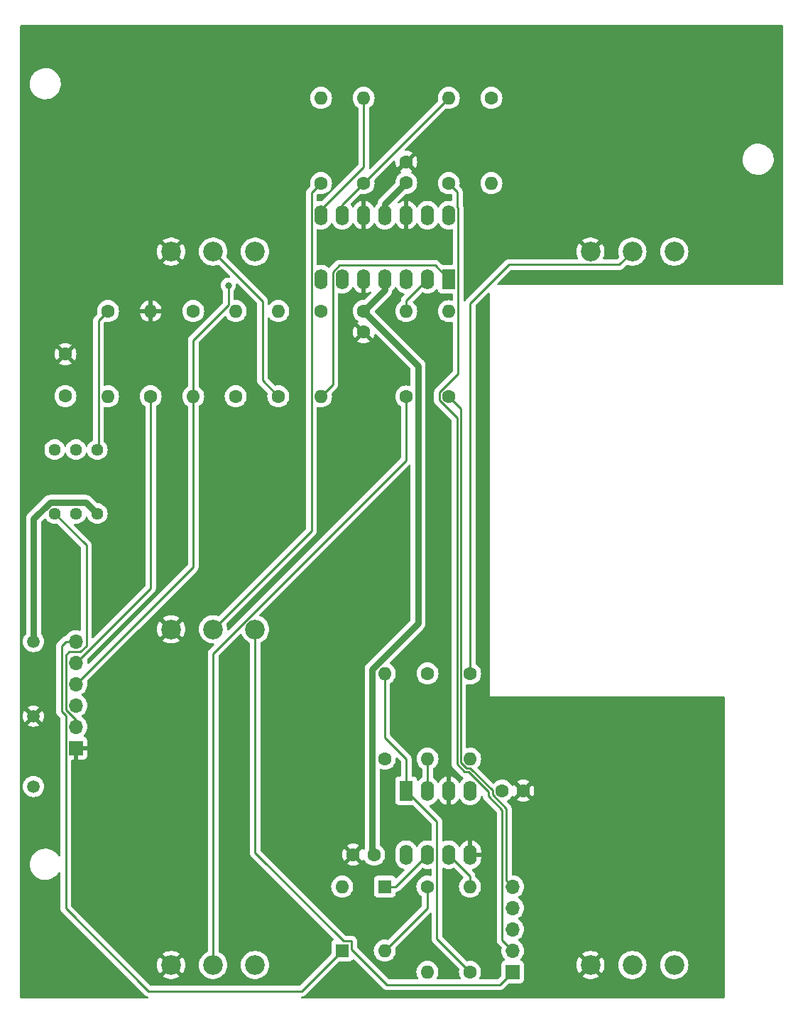
<source format=gtl>
G04 #@! TF.GenerationSoftware,KiCad,Pcbnew,7.0.2-6a45011f42~172~ubuntu22.04.1*
G04 #@! TF.CreationDate,2023-05-05T21:08:36-04:00*
G04 #@! TF.ProjectId,pmf_B2,706d665f-4232-42e6-9b69-6361645f7063,rev?*
G04 #@! TF.SameCoordinates,Original*
G04 #@! TF.FileFunction,Copper,L1,Top*
G04 #@! TF.FilePolarity,Positive*
%FSLAX46Y46*%
G04 Gerber Fmt 4.6, Leading zero omitted, Abs format (unit mm)*
G04 Created by KiCad (PCBNEW 7.0.2-6a45011f42~172~ubuntu22.04.1) date 2023-05-05 21:08:36*
%MOMM*%
%LPD*%
G01*
G04 APERTURE LIST*
G04 #@! TA.AperFunction,ComponentPad*
%ADD10C,2.340000*%
G04 #@! TD*
G04 #@! TA.AperFunction,ComponentPad*
%ADD11C,1.500000*%
G04 #@! TD*
G04 #@! TA.AperFunction,ComponentPad*
%ADD12C,1.600000*%
G04 #@! TD*
G04 #@! TA.AperFunction,ComponentPad*
%ADD13O,1.600000X1.600000*%
G04 #@! TD*
G04 #@! TA.AperFunction,ComponentPad*
%ADD14R,1.700000X1.700000*%
G04 #@! TD*
G04 #@! TA.AperFunction,ComponentPad*
%ADD15O,1.700000X1.700000*%
G04 #@! TD*
G04 #@! TA.AperFunction,ComponentPad*
%ADD16R,1.600000X1.600000*%
G04 #@! TD*
G04 #@! TA.AperFunction,ComponentPad*
%ADD17R,1.600000X2.400000*%
G04 #@! TD*
G04 #@! TA.AperFunction,ComponentPad*
%ADD18O,1.600000X2.400000*%
G04 #@! TD*
G04 #@! TA.AperFunction,ComponentPad*
%ADD19C,1.440000*%
G04 #@! TD*
G04 #@! TA.AperFunction,ViaPad*
%ADD20C,0.800000*%
G04 #@! TD*
G04 #@! TA.AperFunction,Conductor*
%ADD21C,0.750000*%
G04 #@! TD*
G04 #@! TA.AperFunction,Conductor*
%ADD22C,0.250000*%
G04 #@! TD*
G04 APERTURE END LIST*
D10*
G04 #@! TO.P,RV8,1,1*
G04 #@! TO.N,Board_0-GND1*
X122500000Y-114000000D03*
G04 #@! TO.P,RV8,2,2*
G04 #@! TO.N,Board_0-Net-(R58-Pad1)*
X127500000Y-114000000D03*
G04 #@! TO.P,RV8,3,3*
G04 #@! TO.N,Board_0-/Pots board/IN1_P*
X132500000Y-114000000D03*
G04 #@! TD*
G04 #@! TO.P,RV6,1,1*
G04 #@! TO.N,Board_0-GND1*
X122500000Y-69000000D03*
G04 #@! TO.P,RV6,2,2*
G04 #@! TO.N,Board_0-/Pots board/FREQUENCY*
X127500000Y-69000000D03*
G04 #@! TO.P,RV6,3,3*
G04 #@! TO.N,Board_0-+12V_1*
X132500000Y-69000000D03*
G04 #@! TD*
G04 #@! TO.P,RV9,1,1*
G04 #@! TO.N,Board_0-GND1*
X122500000Y-154000000D03*
G04 #@! TO.P,RV9,2,2*
G04 #@! TO.N,Board_0-Net-(R63-Pad1)*
X127500000Y-154000000D03*
G04 #@! TO.P,RV9,3,3*
G04 #@! TO.N,Board_0-/Pots board/FREQ_CV_IN_P*
X132500000Y-154000000D03*
G04 #@! TD*
D11*
G04 #@! TO.P,TP10,1,1*
G04 #@! TO.N,Board_0-+12V_1*
X106080000Y-132720000D03*
G04 #@! TD*
D10*
G04 #@! TO.P,RV10,1,1*
G04 #@! TO.N,Board_0-GND1*
X172500000Y-154000000D03*
G04 #@! TO.P,RV10,2,2*
G04 #@! TO.N,Board_0-Net-(R65-Pad1)*
X177500000Y-154000000D03*
G04 #@! TO.P,RV10,3,3*
G04 #@! TO.N,Board_0-/Pots board/RES_CV_IN_P*
X182500000Y-154000000D03*
G04 #@! TD*
D11*
G04 #@! TO.P,TP12,1,1*
G04 #@! TO.N,Board_0--12V_1*
X106080000Y-115460000D03*
G04 #@! TD*
D10*
G04 #@! TO.P,RV7,1,1*
G04 #@! TO.N,Board_0-GND1*
X172500000Y-69000000D03*
G04 #@! TO.P,RV7,2,2*
G04 #@! TO.N,Board_0-/Pots board/RESONANCE*
X177500000Y-69000000D03*
G04 #@! TO.P,RV7,3,3*
G04 #@! TO.N,Board_0-+12V_1*
X182500000Y-69000000D03*
G04 #@! TD*
D11*
G04 #@! TO.P,TP11,1,1*
G04 #@! TO.N,Board_0-GND1*
X106080000Y-124350000D03*
G04 #@! TD*
D12*
G04 #@! TO.P,C17,1*
G04 #@! TO.N,Board_0-+12V_1*
X146710000Y-140850000D03*
G04 #@! TO.P,C17,2*
G04 #@! TO.N,Board_0-GND1*
X144210000Y-140850000D03*
G04 #@! TD*
G04 #@! TO.P,R67,1*
G04 #@! TO.N,Board_0-Net-(U3A--)*
X140370000Y-76090000D03*
D13*
G04 #@! TO.P,R67,2*
G04 #@! TO.N,Board_0-/Pots board/V{slash}oct_trim*
X140370000Y-86250000D03*
G04 #@! TD*
D12*
G04 #@! TO.P,C18,1*
G04 #@! TO.N,Board_0-GND1*
X164490000Y-133230000D03*
G04 #@! TO.P,C18,2*
G04 #@! TO.N,Board_0--12V_1*
X161990000Y-133230000D03*
G04 #@! TD*
G04 #@! TO.P,R74,1*
G04 #@! TO.N,Board_0-/Pots board/FREQ_CV_P*
X120050000Y-86250000D03*
D13*
G04 #@! TO.P,R74,2*
G04 #@! TO.N,Board_0-GND1*
X120050000Y-76090000D03*
G04 #@! TD*
D12*
G04 #@! TO.P,R69,1*
G04 #@! TO.N,Board_0-Net-(R66-Pad2)*
X160690000Y-50690000D03*
D13*
G04 #@! TO.P,R69,2*
G04 #@! TO.N,Board_0-Net-(U3D--)*
X160690000Y-60850000D03*
G04 #@! TD*
D12*
G04 #@! TO.P,R70,1*
G04 #@! TO.N,Board_0-Net-(R68-Pad2)*
X158140000Y-154820000D03*
D13*
G04 #@! TO.P,R70,2*
G04 #@! TO.N,Board_0-Net-(D3-A)*
X158140000Y-144660000D03*
G04 #@! TD*
D14*
G04 #@! TO.P,J4,1,Pin_1*
G04 #@! TO.N,Board_0-/Pots board/IN1_P*
X163230000Y-154830000D03*
D15*
G04 #@! TO.P,J4,2,Pin_2*
G04 #@! TO.N,Board_0-/Pots board/IN2_P*
X163230000Y-152290000D03*
G04 #@! TO.P,J4,3,Pin_3*
G04 #@! TO.N,Board_0-/Pots board/RES_CV_IN_P*
X163230000Y-149750000D03*
G04 #@! TO.P,J4,4,Pin_4*
G04 #@! TO.N,Board_0-/Pots board/FREQ_CV_IN_P*
X163230000Y-147210000D03*
G04 #@! TO.P,J4,5,Pin_5*
G04 #@! TO.N,Board_0-/Pots board/V{slash}OCT_IN_P*
X163230000Y-144670000D03*
G04 #@! TD*
D14*
G04 #@! TO.P,J3,1,Pin_1*
G04 #@! TO.N,Board_0-GND1*
X111160000Y-128160000D03*
D15*
G04 #@! TO.P,J3,2,Pin_2*
G04 #@! TO.N,Board_0-+12V_1*
X111160000Y-125620000D03*
G04 #@! TO.P,J3,3,Pin_3*
G04 #@! TO.N,Board_0--12V_1*
X111160000Y-123080000D03*
G04 #@! TO.P,J3,4,Pin_4*
G04 #@! TO.N,Board_0-/Pots board/INPUT_P*
X111160000Y-120540000D03*
G04 #@! TO.P,J3,5,Pin_5*
G04 #@! TO.N,Board_0-/Pots board/FREQ_CV_P*
X111160000Y-118000000D03*
G04 #@! TO.P,J3,6,Pin_6*
G04 #@! TO.N,Board_0-/Pots board/RES_CV_P*
X111160000Y-115460000D03*
G04 #@! TD*
D16*
G04 #@! TO.P,D4,1,K*
G04 #@! TO.N,Board_0-/Pots board/RES_CV_P*
X142900000Y-152280000D03*
D13*
G04 #@! TO.P,D4,2,A*
G04 #@! TO.N,Board_0-Net-(D3-K)*
X142900000Y-144660000D03*
G04 #@! TD*
D12*
G04 #@! TO.P,C15,1*
G04 #@! TO.N,Board_0-+12V_1*
X145450000Y-76090000D03*
G04 #@! TO.P,C15,2*
G04 #@! TO.N,Board_0-GND1*
X145450000Y-78590000D03*
G04 #@! TD*
G04 #@! TO.P,R73,1*
G04 #@! TO.N,Board_0-Net-(D3-A)*
X153060000Y-144660000D03*
D13*
G04 #@! TO.P,R73,2*
G04 #@! TO.N,Board_0-/Pots board/RES_CV_P*
X153060000Y-154820000D03*
G04 #@! TD*
D12*
G04 #@! TO.P,R63,1*
G04 #@! TO.N,Board_0-Net-(R63-Pad1)*
X150530000Y-86260000D03*
D13*
G04 #@! TO.P,R63,2*
G04 #@! TO.N,Board_0-Net-(U3A--)*
X150530000Y-76100000D03*
G04 #@! TD*
D12*
G04 #@! TO.P,R66,1*
G04 #@! TO.N,Board_0-Net-(U3C--)*
X145450000Y-60850000D03*
D13*
G04 #@! TO.P,R66,2*
G04 #@! TO.N,Board_0-Net-(R66-Pad2)*
X145450000Y-50690000D03*
G04 #@! TD*
D12*
G04 #@! TO.P,C16,1*
G04 #@! TO.N,Board_0-GND1*
X150530000Y-58310000D03*
G04 #@! TO.P,C16,2*
G04 #@! TO.N,Board_0--12V_1*
X150530000Y-60810000D03*
G04 #@! TD*
G04 #@! TO.P,R72,1*
G04 #@! TO.N,Board_0-Net-(R72-Pad1)*
X114970000Y-76090000D03*
D13*
G04 #@! TO.P,R72,2*
G04 #@! TO.N,Board_0-/Pots board/FREQ_CV_P*
X114970000Y-86250000D03*
G04 #@! TD*
D12*
G04 #@! TO.P,R58,1*
G04 #@! TO.N,Board_0-Net-(R58-Pad1)*
X140370000Y-60850000D03*
D13*
G04 #@! TO.P,R58,2*
G04 #@! TO.N,Board_0-Net-(U3C--)*
X140370000Y-50690000D03*
G04 #@! TD*
D12*
G04 #@! TO.P,R62,1*
G04 #@! TO.N,Board_0-/Pots board/V{slash}OCT_IN_P*
X155610000Y-86260000D03*
D13*
G04 #@! TO.P,R62,2*
G04 #@! TO.N,Board_0-Net-(U3A--)*
X155610000Y-76100000D03*
G04 #@! TD*
D12*
G04 #@! TO.P,R61,1*
G04 #@! TO.N,Board_0-/Pots board/FREQUENCY*
X135280000Y-86240000D03*
D13*
G04 #@! TO.P,R61,2*
G04 #@! TO.N,Board_0-Net-(U3A--)*
X135280000Y-76080000D03*
G04 #@! TD*
D12*
G04 #@! TO.P,R60,1*
G04 #@! TO.N,Board_0-/Pots board/FREQ_OFFSET*
X130200000Y-86240000D03*
D13*
G04 #@! TO.P,R60,2*
G04 #@! TO.N,Board_0-Net-(U3A--)*
X130200000Y-76080000D03*
G04 #@! TD*
D17*
G04 #@! TO.P,U4,1*
G04 #@! TO.N,Board_0-Net-(R68-Pad2)*
X150530000Y-133240000D03*
D18*
G04 #@! TO.P,U4,2,-*
G04 #@! TO.N,Board_0-Net-(U4A--)*
X153070000Y-133240000D03*
G04 #@! TO.P,U4,3,+*
G04 #@! TO.N,Board_0-GND1*
X155610000Y-133240000D03*
G04 #@! TO.P,U4,4,V-*
G04 #@! TO.N,Board_0--12V_1*
X158150000Y-133240000D03*
G04 #@! TO.P,U4,5,+*
G04 #@! TO.N,Board_0-GND1*
X158150000Y-140860000D03*
G04 #@! TO.P,U4,6,-*
G04 #@! TO.N,Board_0-Net-(D3-A)*
X155610000Y-140860000D03*
G04 #@! TO.P,U4,7*
G04 #@! TO.N,Board_0-Net-(D3-K)*
X153070000Y-140860000D03*
G04 #@! TO.P,U4,8,V+*
G04 #@! TO.N,Board_0-+12V_1*
X150530000Y-140860000D03*
G04 #@! TD*
D19*
G04 #@! TO.P,RV5,1,1*
G04 #@! TO.N,Board_0--12V_1*
X113700000Y-100220000D03*
G04 #@! TO.P,RV5,2,2*
G04 #@! TO.N,Board_0-/Pots board/FREQ_OFFSET*
X111160000Y-100220000D03*
G04 #@! TO.P,RV5,3,3*
G04 #@! TO.N,Board_0-+12V_1*
X108620000Y-100220000D03*
G04 #@! TD*
D12*
G04 #@! TO.P,R71,1*
G04 #@! TO.N,Board_0-Net-(U3D--)*
X125130000Y-76090000D03*
D13*
G04 #@! TO.P,R71,2*
G04 #@! TO.N,Board_0-/Pots board/INPUT_P*
X125130000Y-86250000D03*
G04 #@! TD*
D12*
G04 #@! TO.P,R68,1*
G04 #@! TO.N,Board_0-Net-(U4A--)*
X147980000Y-129420000D03*
D13*
G04 #@! TO.P,R68,2*
G04 #@! TO.N,Board_0-Net-(R68-Pad2)*
X147980000Y-119260000D03*
G04 #@! TD*
D19*
G04 #@! TO.P,RV11,1,1*
G04 #@! TO.N,Board_0-Net-(R72-Pad1)*
X113700000Y-92600000D03*
G04 #@! TO.P,RV11,2,2*
G04 #@! TO.N,Board_0-/Pots board/V{slash}oct_trim*
X111160000Y-92600000D03*
G04 #@! TO.P,RV11,3,3*
X108620000Y-92600000D03*
G04 #@! TD*
D12*
G04 #@! TO.P,R59,1*
G04 #@! TO.N,Board_0-/Pots board/IN2_P*
X155610000Y-60850000D03*
D13*
G04 #@! TO.P,R59,2*
G04 #@! TO.N,Board_0-Net-(U3C--)*
X155610000Y-50690000D03*
G04 #@! TD*
D17*
G04 #@! TO.P,U3,1*
G04 #@! TO.N,Board_0-/Pots board/V{slash}oct_trim*
X155610000Y-72280000D03*
D18*
G04 #@! TO.P,U3,2,-*
G04 #@! TO.N,Board_0-Net-(U3A--)*
X153070000Y-72280000D03*
G04 #@! TO.P,U3,3,+*
G04 #@! TO.N,Board_0-GND1*
X150530000Y-72280000D03*
G04 #@! TO.P,U3,4,V+*
G04 #@! TO.N,Board_0-+12V_1*
X147990000Y-72280000D03*
G04 #@! TO.P,U3,5,+*
G04 #@! TO.N,Board_0-GND1*
X145450000Y-72280000D03*
G04 #@! TO.P,U3,6,-*
G04 #@! TO.N,Board_0-Net-(U3B--)*
X142910000Y-72280000D03*
G04 #@! TO.P,U3,7*
X140370000Y-72280000D03*
G04 #@! TO.P,U3,8*
G04 #@! TO.N,Board_0-Net-(R66-Pad2)*
X140370000Y-64660000D03*
G04 #@! TO.P,U3,9,-*
G04 #@! TO.N,Board_0-Net-(U3C--)*
X142910000Y-64660000D03*
G04 #@! TO.P,U3,10,+*
G04 #@! TO.N,Board_0-GND1*
X145450000Y-64660000D03*
G04 #@! TO.P,U3,11,V-*
G04 #@! TO.N,Board_0--12V_1*
X147990000Y-64660000D03*
G04 #@! TO.P,U3,12,+*
G04 #@! TO.N,Board_0-GND1*
X150530000Y-64660000D03*
G04 #@! TO.P,U3,13,-*
G04 #@! TO.N,Board_0-Net-(U3D--)*
X153070000Y-64660000D03*
G04 #@! TO.P,U3,14*
G04 #@! TO.N,Board_0-/Pots board/INPUT_P*
X155610000Y-64660000D03*
G04 #@! TD*
D12*
G04 #@! TO.P,R65,1*
G04 #@! TO.N,Board_0-Net-(R65-Pad1)*
X153070000Y-119260000D03*
D13*
G04 #@! TO.P,R65,2*
G04 #@! TO.N,Board_0-Net-(U4A--)*
X153070000Y-129420000D03*
G04 #@! TD*
D12*
G04 #@! TO.P,R64,1*
G04 #@! TO.N,Board_0-/Pots board/RESONANCE*
X158160000Y-119270000D03*
D13*
G04 #@! TO.P,R64,2*
G04 #@! TO.N,Board_0-Net-(U4A--)*
X158160000Y-129430000D03*
G04 #@! TD*
D16*
G04 #@! TO.P,D3,1,K*
G04 #@! TO.N,Board_0-Net-(D3-K)*
X147980000Y-144660000D03*
D13*
G04 #@! TO.P,D3,2,A*
G04 #@! TO.N,Board_0-Net-(D3-A)*
X147980000Y-152280000D03*
G04 #@! TD*
D12*
G04 #@! TO.P,C14,1*
G04 #@! TO.N,Board_0-/Pots board/FREQ_CV_P*
X109890000Y-86210000D03*
G04 #@! TO.P,C14,2*
G04 #@! TO.N,Board_0-GND1*
X109890000Y-81210000D03*
G04 #@! TD*
D20*
G04 #@! TO.N,Board_0-/Pots board/INPUT_P*
X129321000Y-73042000D03*
G04 #@! TD*
D21*
G04 #@! TO.N,Board_0-+12V_1*
X146466000Y-140606000D02*
X146710000Y-140850000D01*
X151955000Y-82595000D02*
X151955000Y-113269745D01*
X146466000Y-118758745D02*
X146466000Y-140606000D01*
D22*
X109935000Y-123587412D02*
X109935000Y-117066000D01*
X111667412Y-116685000D02*
X112385000Y-115967412D01*
D21*
X151955000Y-113269745D02*
X146466000Y-118758745D01*
D22*
X112385000Y-115967412D02*
X112385000Y-103985000D01*
X111160000Y-124812412D02*
X109935000Y-123587412D01*
X111160000Y-125620000D02*
X111160000Y-124812412D01*
D21*
X147990000Y-73550000D02*
X145450000Y-76090000D01*
X147990000Y-72280000D02*
X147990000Y-73550000D01*
D22*
X109935000Y-117066000D02*
X110316000Y-116685000D01*
D21*
X145450000Y-76090000D02*
X151955000Y-82595000D01*
D22*
X112385000Y-103985000D02*
X108620000Y-100220000D01*
X110316000Y-116685000D02*
X111667412Y-116685000D01*
D21*
G04 #@! TO.N,Board_0--12V_1*
X106080000Y-100857882D02*
X106080000Y-115460000D01*
X112355000Y-98875000D02*
X108062882Y-98875000D01*
X108062882Y-98875000D02*
X106080000Y-100857882D01*
X113700000Y-100220000D02*
X112355000Y-98875000D01*
X147990000Y-63350000D02*
X150530000Y-60810000D01*
X147990000Y-64660000D02*
X147990000Y-63350000D01*
D22*
G04 #@! TO.N,Board_0-/Pots board/FREQUENCY*
X133385000Y-84345000D02*
X135280000Y-86240000D01*
X133385000Y-74885000D02*
X133385000Y-84345000D01*
X127500000Y-69000000D02*
X133385000Y-74885000D01*
G04 #@! TO.N,Board_0-/Pots board/FREQ_CV_P*
X120050000Y-86250000D02*
X120050000Y-109110000D01*
X120050000Y-109110000D02*
X111160000Y-118000000D01*
G04 #@! TO.N,Board_0-/Pots board/IN1_P*
X148244000Y-156354000D02*
X144025000Y-152135000D01*
X161706000Y-156354000D02*
X148244000Y-156354000D01*
X163230000Y-154830000D02*
X161706000Y-156354000D01*
X144025000Y-152135000D02*
X144025000Y-151155000D01*
X132500000Y-140610000D02*
X132500000Y-114000000D01*
X144025000Y-151155000D02*
X143045000Y-151155000D01*
X143045000Y-151155000D02*
X132500000Y-140610000D01*
G04 #@! TO.N,Board_0-/Pots board/IN2_P*
X163230000Y-152290000D02*
X161960000Y-151020000D01*
X156735000Y-63794010D02*
X156626000Y-63685010D01*
X156585000Y-130082387D02*
X156585000Y-88825991D01*
X160309000Y-133337299D02*
X157976202Y-131004501D01*
X156585000Y-88825991D02*
X154485000Y-86725991D01*
X156735000Y-83544009D02*
X156735000Y-63794010D01*
X157976202Y-131004501D02*
X157507114Y-131004501D01*
X156626000Y-61866000D02*
X155610000Y-60850000D01*
X156626000Y-63685010D02*
X156626000Y-61866000D01*
X154485000Y-86725991D02*
X154485000Y-85794009D01*
X161960000Y-135526000D02*
X160309000Y-133875000D01*
X154485000Y-85794009D02*
X156735000Y-83544009D01*
X157507114Y-131004501D02*
X156585000Y-130082387D01*
X161960000Y-151020000D02*
X161960000Y-135526000D01*
X160309000Y-133875000D02*
X160309000Y-133337299D01*
G04 #@! TO.N,Board_0-/Pots board/INPUT_P*
X125130000Y-86250000D02*
X125130000Y-79559009D01*
X111160000Y-120540000D02*
X125130000Y-106570000D01*
X129321000Y-75368009D02*
X129321000Y-73042000D01*
X125130000Y-79559009D02*
X129321000Y-75368009D01*
X125130000Y-106570000D02*
X125130000Y-86250000D01*
G04 #@! TO.N,Board_0-/Pots board/RESONANCE*
X158160000Y-75163223D02*
X162778223Y-70545000D01*
X158160000Y-119270000D02*
X158160000Y-75163223D01*
X175955000Y-70545000D02*
X177500000Y-69000000D01*
X162778223Y-70545000D02*
X175955000Y-70545000D01*
G04 #@! TO.N,Board_0-/Pots board/RES_CV_P*
X109435499Y-115982420D02*
X109957919Y-115460000D01*
X109435499Y-123794313D02*
X109435499Y-115982420D01*
X109957919Y-115460000D02*
X111160000Y-115460000D01*
X109935000Y-147255000D02*
X109935000Y-124293814D01*
X109935000Y-124293814D02*
X109435499Y-123794313D01*
X142900000Y-152280000D02*
X138064000Y-157116000D01*
X138064000Y-157116000D02*
X119796000Y-157116000D01*
X119796000Y-157116000D02*
X109935000Y-147255000D01*
G04 #@! TO.N,Board_0-/Pots board/V{slash}OCT_IN_P*
X162468000Y-143908000D02*
X162468000Y-135369701D01*
X157035000Y-129895991D02*
X157035000Y-87685000D01*
X160815000Y-133207609D02*
X158162391Y-130555000D01*
X162468000Y-135369701D02*
X160815000Y-133716701D01*
X157035000Y-87685000D02*
X155610000Y-86260000D01*
X160815000Y-133716701D02*
X160815000Y-133207609D01*
X158162391Y-130555000D02*
X157694009Y-130555000D01*
X163230000Y-144670000D02*
X162468000Y-143908000D01*
X157694009Y-130555000D02*
X157035000Y-129895991D01*
G04 #@! TO.N,Board_0-/Pots board/V{slash}oct_trim*
X142570010Y-70629000D02*
X153959000Y-70629000D01*
X141785000Y-84835000D02*
X141785000Y-71414010D01*
X153959000Y-70629000D02*
X155610000Y-72280000D01*
X140370000Y-86250000D02*
X141785000Y-84835000D01*
X141785000Y-71414010D02*
X142570010Y-70629000D01*
G04 #@! TO.N,Board_0-Net-(D3-A)*
X153060000Y-147200000D02*
X147980000Y-152280000D01*
X153060000Y-144660000D02*
X153060000Y-147200000D01*
X158140000Y-143390000D02*
X158140000Y-144660000D01*
X155610000Y-140860000D02*
X158140000Y-143390000D01*
G04 #@! TO.N,Board_0-Net-(D3-K)*
X153070000Y-140860000D02*
X149270000Y-144660000D01*
X149270000Y-144660000D02*
X147980000Y-144660000D01*
G04 #@! TO.N,Board_0-Net-(R58-Pad1)*
X139245000Y-102255000D02*
X139245000Y-61975000D01*
X139245000Y-61975000D02*
X140370000Y-60850000D01*
X127500000Y-114000000D02*
X139245000Y-102255000D01*
G04 #@! TO.N,Board_0-Net-(R63-Pad1)*
X127500000Y-116885750D02*
X150530000Y-93855750D01*
X150530000Y-93855750D02*
X150530000Y-86260000D01*
X127500000Y-154000000D02*
X127500000Y-116885750D01*
G04 #@! TO.N,Board_0-Net-(R66-Pad2)*
X140370000Y-64010000D02*
X145450000Y-58930000D01*
X140370000Y-64660000D02*
X140370000Y-64010000D01*
X145450000Y-58930000D02*
X145450000Y-50690000D01*
G04 #@! TO.N,Board_0-Net-(R68-Pad2)*
X154195000Y-150875000D02*
X154195000Y-136905000D01*
X147980000Y-119260000D02*
X147980000Y-126880000D01*
X147980000Y-126880000D02*
X150530000Y-129430000D01*
X154195000Y-136905000D02*
X150530000Y-133240000D01*
X150530000Y-129430000D02*
X150530000Y-133240000D01*
X158140000Y-154820000D02*
X154195000Y-150875000D01*
G04 #@! TO.N,Board_0-Net-(R72-Pad1)*
X114970000Y-76090000D02*
X113845000Y-77215000D01*
X113845000Y-77215000D02*
X113845000Y-92455000D01*
X113845000Y-92455000D02*
X113700000Y-92600000D01*
G04 #@! TO.N,Board_0-Net-(U3A--)*
X150530000Y-76100000D02*
X150530000Y-74820000D01*
X150530000Y-74820000D02*
X153070000Y-72280000D01*
G04 #@! TO.N,Board_0-Net-(U3C--)*
X142910000Y-63390000D02*
X145450000Y-60850000D01*
X142910000Y-64660000D02*
X142910000Y-63390000D01*
X145450000Y-60850000D02*
X155610000Y-50690000D01*
G04 #@! TO.N,Board_0-Net-(U4A--)*
X153070000Y-129430000D02*
X153070000Y-133240000D01*
G04 #@! TD*
G04 #@! TA.AperFunction,Conductor*
G04 #@! TO.N,Board_0-GND1*
G36*
X160447561Y-73921881D02*
G01*
X160485767Y-73966614D01*
X160499500Y-74023817D01*
X160499500Y-121974842D01*
X160499459Y-121975048D01*
X160499459Y-122000000D01*
X160499500Y-122000099D01*
X160499617Y-122000383D01*
X160500000Y-122000541D01*
X160500002Y-122000539D01*
X160525014Y-122000524D01*
X160525014Y-122000528D01*
X160525158Y-122000500D01*
X188373500Y-122000500D01*
X188436500Y-122017381D01*
X188482619Y-122063500D01*
X188499500Y-122126500D01*
X188499500Y-157873500D01*
X188482619Y-157936500D01*
X188436500Y-157982619D01*
X188373500Y-157999500D01*
X152500099Y-157999500D01*
X138139550Y-157999500D01*
X138077122Y-157982948D01*
X138031096Y-157937639D01*
X138013566Y-157875479D01*
X138029136Y-157812799D01*
X138073716Y-157766067D01*
X138135593Y-157747562D01*
X138163889Y-157746673D01*
X138183338Y-157741021D01*
X138202698Y-157737012D01*
X138222797Y-157734474D01*
X138263915Y-157718193D01*
X138275117Y-157714357D01*
X138317593Y-157702018D01*
X138335039Y-157691699D01*
X138352780Y-157683009D01*
X138371617Y-157675552D01*
X138407392Y-157649558D01*
X138417303Y-157643048D01*
X138455362Y-157620542D01*
X138469691Y-157606212D01*
X138484719Y-157593377D01*
X138501107Y-157581472D01*
X138529303Y-157547386D01*
X138537272Y-157538630D01*
X142450499Y-153625405D01*
X142491377Y-153598091D01*
X142539595Y-153588500D01*
X143748638Y-153588500D01*
X143809201Y-153581989D01*
X143946204Y-153530889D01*
X144063261Y-153443261D01*
X144136274Y-153345726D01*
X144176756Y-153310649D01*
X144228153Y-153295557D01*
X144281174Y-153303180D01*
X144326236Y-153332140D01*
X146042182Y-155048087D01*
X147736754Y-156742659D01*
X147749833Y-156758983D01*
X147801649Y-156807641D01*
X147804460Y-156810365D01*
X147824230Y-156830135D01*
X147827443Y-156832627D01*
X147836433Y-156840306D01*
X147868679Y-156870586D01*
X147886426Y-156880342D01*
X147902950Y-156891196D01*
X147918959Y-156903614D01*
X147959542Y-156921175D01*
X147970193Y-156926393D01*
X148008940Y-156947695D01*
X148028560Y-156952732D01*
X148047267Y-156959137D01*
X148053880Y-156961998D01*
X148065854Y-156967181D01*
X148076505Y-156968867D01*
X148109530Y-156974098D01*
X148121125Y-156976498D01*
X148163970Y-156987500D01*
X148184224Y-156987500D01*
X148203934Y-156989051D01*
X148223942Y-156992220D01*
X148223942Y-156992219D01*
X148223943Y-156992220D01*
X148267961Y-156988058D01*
X148279819Y-156987500D01*
X161622147Y-156987500D01*
X161642935Y-156989795D01*
X161645907Y-156989701D01*
X161645909Y-156989702D01*
X161713985Y-156987562D01*
X161717945Y-156987500D01*
X161745852Y-156987500D01*
X161745856Y-156987500D01*
X161749865Y-156986993D01*
X161761699Y-156986061D01*
X161805889Y-156984673D01*
X161825338Y-156979021D01*
X161844698Y-156975012D01*
X161864797Y-156972474D01*
X161905915Y-156956193D01*
X161917117Y-156952357D01*
X161959593Y-156940018D01*
X161977039Y-156929699D01*
X161994780Y-156921009D01*
X162013617Y-156913552D01*
X162049392Y-156887558D01*
X162059303Y-156881048D01*
X162097362Y-156858542D01*
X162111691Y-156844212D01*
X162126719Y-156831377D01*
X162143107Y-156819472D01*
X162171298Y-156785393D01*
X162179268Y-156776634D01*
X162730499Y-156225404D01*
X162771377Y-156198091D01*
X162819595Y-156188500D01*
X164128638Y-156188500D01*
X164189201Y-156181989D01*
X164326204Y-156130889D01*
X164443261Y-156043261D01*
X164530889Y-155926204D01*
X164581989Y-155789201D01*
X164588500Y-155728638D01*
X164588500Y-155353199D01*
X171506011Y-155353199D01*
X171658644Y-155457263D01*
X171885241Y-155566387D01*
X172125559Y-155640514D01*
X172374254Y-155678000D01*
X172625746Y-155678000D01*
X172874440Y-155640514D01*
X173114761Y-155566386D01*
X173341349Y-155457266D01*
X173493988Y-155353198D01*
X172500001Y-154359210D01*
X172499999Y-154359210D01*
X171506011Y-155353197D01*
X171506011Y-155353199D01*
X164588500Y-155353199D01*
X164588500Y-153999999D01*
X170817295Y-153999999D01*
X170836089Y-154250795D01*
X170892053Y-154495987D01*
X170983935Y-154730098D01*
X171109684Y-154947901D01*
X171146597Y-154994189D01*
X171146599Y-154994189D01*
X172140789Y-154000001D01*
X172859210Y-154000001D01*
X173853400Y-154994190D01*
X173853401Y-154994190D01*
X173890317Y-154947899D01*
X174016064Y-154730099D01*
X174107946Y-154495987D01*
X174163910Y-154250795D01*
X174182704Y-153999999D01*
X175816793Y-153999999D01*
X175835593Y-154250871D01*
X175891572Y-154496133D01*
X175983397Y-154730098D01*
X175983483Y-154730316D01*
X176109269Y-154948184D01*
X176266122Y-155144872D01*
X176432533Y-155299278D01*
X176450541Y-155315987D01*
X176606432Y-155422270D01*
X176658397Y-155457700D01*
X176775901Y-155514287D01*
X176885054Y-155566853D01*
X176938667Y-155583390D01*
X177125451Y-155641005D01*
X177374214Y-155678500D01*
X177625784Y-155678500D01*
X177625786Y-155678500D01*
X177874549Y-155641005D01*
X178114945Y-155566853D01*
X178341604Y-155457700D01*
X178549462Y-155315984D01*
X178733878Y-155144872D01*
X178890731Y-154948184D01*
X179016517Y-154730316D01*
X179108427Y-154496134D01*
X179164407Y-154250869D01*
X179183207Y-154000000D01*
X179183207Y-153999999D01*
X180816793Y-153999999D01*
X180835593Y-154250871D01*
X180891572Y-154496133D01*
X180983397Y-154730098D01*
X180983483Y-154730316D01*
X181109269Y-154948184D01*
X181266122Y-155144872D01*
X181432533Y-155299278D01*
X181450541Y-155315987D01*
X181606432Y-155422270D01*
X181658397Y-155457700D01*
X181775901Y-155514287D01*
X181885054Y-155566853D01*
X181938667Y-155583390D01*
X182125451Y-155641005D01*
X182374214Y-155678500D01*
X182625784Y-155678500D01*
X182625786Y-155678500D01*
X182874549Y-155641005D01*
X183114945Y-155566853D01*
X183341604Y-155457700D01*
X183549462Y-155315984D01*
X183733878Y-155144872D01*
X183890731Y-154948184D01*
X184016517Y-154730316D01*
X184108427Y-154496134D01*
X184164407Y-154250869D01*
X184183207Y-154000000D01*
X184164407Y-153749131D01*
X184108427Y-153503866D01*
X184016517Y-153269684D01*
X183890731Y-153051816D01*
X183733878Y-152855128D01*
X183549462Y-152684016D01*
X183341604Y-152542300D01*
X183341603Y-152542299D01*
X183341601Y-152542298D01*
X183114945Y-152433146D01*
X182941134Y-152379533D01*
X182874549Y-152358995D01*
X182625786Y-152321500D01*
X182374214Y-152321500D01*
X182125451Y-152358995D01*
X182112752Y-152362912D01*
X181885054Y-152433146D01*
X181658396Y-152542300D01*
X181450541Y-152684012D01*
X181398159Y-152732616D01*
X181266122Y-152855128D01*
X181109269Y-153051816D01*
X181109267Y-153051819D01*
X180983483Y-153269683D01*
X180891572Y-153503866D01*
X180835593Y-153749128D01*
X180816793Y-153999999D01*
X179183207Y-153999999D01*
X179164407Y-153749131D01*
X179108427Y-153503866D01*
X179016517Y-153269684D01*
X178890731Y-153051816D01*
X178733878Y-152855128D01*
X178549462Y-152684016D01*
X178341604Y-152542300D01*
X178341603Y-152542299D01*
X178341601Y-152542298D01*
X178114945Y-152433146D01*
X177941134Y-152379533D01*
X177874549Y-152358995D01*
X177625786Y-152321500D01*
X177374214Y-152321500D01*
X177125451Y-152358995D01*
X177112752Y-152362912D01*
X176885054Y-152433146D01*
X176658396Y-152542300D01*
X176450541Y-152684012D01*
X176398159Y-152732616D01*
X176266122Y-152855128D01*
X176109269Y-153051816D01*
X176109267Y-153051819D01*
X175983483Y-153269683D01*
X175891572Y-153503866D01*
X175835593Y-153749128D01*
X175816793Y-153999999D01*
X174182704Y-153999999D01*
X174163910Y-153749204D01*
X174107946Y-153504012D01*
X174016064Y-153269901D01*
X173890315Y-153052098D01*
X173853401Y-153005809D01*
X173853399Y-153005809D01*
X172859210Y-153999999D01*
X172859210Y-154000001D01*
X172140789Y-154000001D01*
X172140789Y-153999999D01*
X171146598Y-153005809D01*
X171146597Y-153005809D01*
X171109684Y-153052098D01*
X170983935Y-153269901D01*
X170892053Y-153504012D01*
X170836089Y-153749204D01*
X170817295Y-153999999D01*
X164588500Y-153999999D01*
X164588500Y-153931362D01*
X164581989Y-153870799D01*
X164530889Y-153733796D01*
X164530888Y-153733794D01*
X164443261Y-153616738D01*
X164326205Y-153529111D01*
X164258520Y-153503866D01*
X164211191Y-153486213D01*
X164160858Y-153451650D01*
X164132684Y-153397480D01*
X164133287Y-153336424D01*
X164162522Y-153282822D01*
X164305722Y-153127268D01*
X164428860Y-152938791D01*
X164519296Y-152732616D01*
X164541027Y-152646801D01*
X171506011Y-152646801D01*
X172499999Y-153640789D01*
X172500001Y-153640789D01*
X173493987Y-152646801D01*
X173493987Y-152646799D01*
X173341353Y-152542735D01*
X173114761Y-152433613D01*
X172874440Y-152359485D01*
X172625746Y-152322000D01*
X172374254Y-152322000D01*
X172125559Y-152359485D01*
X171885241Y-152433612D01*
X171658650Y-152542734D01*
X171506011Y-152646800D01*
X171506011Y-152646801D01*
X164541027Y-152646801D01*
X164574564Y-152514368D01*
X164593156Y-152290000D01*
X164574564Y-152065632D01*
X164519296Y-151847384D01*
X164428860Y-151641209D01*
X164305722Y-151452732D01*
X164153240Y-151287094D01*
X164153239Y-151287093D01*
X164153237Y-151287091D01*
X163975579Y-151148813D01*
X163975577Y-151148812D01*
X163975576Y-151148811D01*
X163942317Y-151130812D01*
X163894047Y-151084498D01*
X163876288Y-151020000D01*
X163894047Y-150955502D01*
X163942317Y-150909187D01*
X163975576Y-150891189D01*
X164153240Y-150752906D01*
X164305722Y-150587268D01*
X164428860Y-150398791D01*
X164519296Y-150192616D01*
X164574564Y-149974368D01*
X164593156Y-149750000D01*
X164574564Y-149525632D01*
X164519296Y-149307384D01*
X164428860Y-149101209D01*
X164305722Y-148912732D01*
X164153240Y-148747094D01*
X164153239Y-148747093D01*
X164153237Y-148747091D01*
X163975579Y-148608813D01*
X163975577Y-148608812D01*
X163975576Y-148608811D01*
X163942317Y-148590812D01*
X163894047Y-148544498D01*
X163876288Y-148480000D01*
X163894047Y-148415502D01*
X163942317Y-148369187D01*
X163975576Y-148351189D01*
X164153240Y-148212906D01*
X164305722Y-148047268D01*
X164428860Y-147858791D01*
X164519296Y-147652616D01*
X164574564Y-147434368D01*
X164593156Y-147210000D01*
X164574564Y-146985632D01*
X164519296Y-146767384D01*
X164428860Y-146561209D01*
X164305722Y-146372732D01*
X164153240Y-146207094D01*
X164153239Y-146207093D01*
X164153237Y-146207091D01*
X163975579Y-146068813D01*
X163975577Y-146068812D01*
X163975576Y-146068811D01*
X163942317Y-146050812D01*
X163894047Y-146004498D01*
X163876288Y-145940000D01*
X163894047Y-145875502D01*
X163942317Y-145829187D01*
X163975576Y-145811189D01*
X164153240Y-145672906D01*
X164305722Y-145507268D01*
X164428860Y-145318791D01*
X164519296Y-145112616D01*
X164574564Y-144894368D01*
X164593156Y-144670000D01*
X164574564Y-144445632D01*
X164519296Y-144227384D01*
X164428860Y-144021209D01*
X164305722Y-143832732D01*
X164153240Y-143667094D01*
X164153239Y-143667093D01*
X164153237Y-143667091D01*
X163975578Y-143528812D01*
X163777573Y-143421657D01*
X163592176Y-143358011D01*
X163564635Y-143348556D01*
X163342569Y-143311500D01*
X163227500Y-143311500D01*
X163164500Y-143294619D01*
X163118381Y-143248500D01*
X163101500Y-143185500D01*
X163101500Y-135453554D01*
X163103795Y-135432765D01*
X163101562Y-135361715D01*
X163101500Y-135357756D01*
X163101500Y-135329850D01*
X163101500Y-135329845D01*
X163100992Y-135325832D01*
X163100061Y-135313998D01*
X163098673Y-135269812D01*
X163093021Y-135250360D01*
X163089012Y-135231000D01*
X163086474Y-135210904D01*
X163070196Y-135169791D01*
X163066350Y-135158557D01*
X163054018Y-135116108D01*
X163043706Y-135098671D01*
X163035008Y-135080916D01*
X163027552Y-135062084D01*
X163001565Y-135026317D01*
X162995047Y-135016394D01*
X162987661Y-135003905D01*
X162972542Y-134978339D01*
X162958212Y-134964009D01*
X162945378Y-134948982D01*
X162933472Y-134932594D01*
X162933471Y-134932593D01*
X162899394Y-134904401D01*
X162890616Y-134896413D01*
X162579608Y-134585405D01*
X162548534Y-134534198D01*
X162544618Y-134474429D01*
X162568742Y-134419604D01*
X162615452Y-134382116D01*
X162646749Y-134367523D01*
X162718760Y-134317100D01*
X163762110Y-134317100D01*
X163833497Y-134367085D01*
X164040929Y-134463813D01*
X164262000Y-134523048D01*
X164490000Y-134542995D01*
X164717999Y-134523048D01*
X164939070Y-134463813D01*
X165146498Y-134367087D01*
X165217888Y-134317099D01*
X165217888Y-134317097D01*
X164490001Y-133589210D01*
X164490000Y-133589210D01*
X163762110Y-134317098D01*
X163762110Y-134317100D01*
X162718760Y-134317100D01*
X162834300Y-134236198D01*
X162996198Y-134074300D01*
X163127523Y-133886749D01*
X163127522Y-133886749D01*
X163133846Y-133877719D01*
X163135622Y-133878962D01*
X163172571Y-133836826D01*
X163240272Y-133817090D01*
X163307974Y-133836822D01*
X163344750Y-133878756D01*
X163346590Y-133877468D01*
X163402900Y-133957887D01*
X164130789Y-133230001D01*
X164849210Y-133230001D01*
X165577097Y-133957888D01*
X165577099Y-133957888D01*
X165627087Y-133886498D01*
X165723813Y-133679070D01*
X165783048Y-133457999D01*
X165802995Y-133230000D01*
X165783048Y-133002000D01*
X165723813Y-132780929D01*
X165627085Y-132573497D01*
X165577100Y-132502110D01*
X165577098Y-132502110D01*
X164849210Y-133230000D01*
X164849210Y-133230001D01*
X164130789Y-133230001D01*
X164130790Y-133230000D01*
X164130790Y-133229999D01*
X163402900Y-132502109D01*
X163346590Y-132582531D01*
X163344751Y-132581243D01*
X163307971Y-132623179D01*
X163240272Y-132642909D01*
X163172574Y-132623175D01*
X163135621Y-132581037D01*
X163133846Y-132582281D01*
X162996195Y-132385696D01*
X162834303Y-132223804D01*
X162718761Y-132142900D01*
X163762109Y-132142900D01*
X164489999Y-132870790D01*
X164490000Y-132870790D01*
X165217888Y-132142899D01*
X165146497Y-132092912D01*
X164939070Y-131996186D01*
X164717999Y-131936951D01*
X164490000Y-131917004D01*
X164262000Y-131936951D01*
X164040929Y-131996186D01*
X163833499Y-132092913D01*
X163762109Y-132142900D01*
X162718761Y-132142900D01*
X162646750Y-132092477D01*
X162439243Y-131995715D01*
X162218087Y-131936457D01*
X161990000Y-131916502D01*
X161761912Y-131936457D01*
X161540756Y-131995715D01*
X161333249Y-132092477D01*
X161145699Y-132223802D01*
X161025493Y-132344008D01*
X160969009Y-132376619D01*
X160903787Y-132376619D01*
X160847303Y-132344007D01*
X159060992Y-130557696D01*
X159028380Y-130501212D01*
X159028380Y-130435989D01*
X159060990Y-130379507D01*
X159166198Y-130274300D01*
X159297523Y-130086749D01*
X159394284Y-129879243D01*
X159453543Y-129658087D01*
X159473498Y-129430000D01*
X159453543Y-129201913D01*
X159394284Y-128980757D01*
X159389620Y-128970756D01*
X159297522Y-128773249D01*
X159166195Y-128585696D01*
X159004303Y-128423804D01*
X158816750Y-128292477D01*
X158609243Y-128195715D01*
X158388087Y-128136457D01*
X158160000Y-128116502D01*
X157931912Y-128136457D01*
X157908259Y-128142795D01*
X157827110Y-128164539D01*
X157769919Y-128166411D01*
X157717796Y-128142795D01*
X157681494Y-128098560D01*
X157668500Y-128042832D01*
X157668500Y-120657168D01*
X157681494Y-120601440D01*
X157717796Y-120557205D01*
X157769919Y-120533589D01*
X157827110Y-120535460D01*
X157931913Y-120563543D01*
X158160000Y-120583498D01*
X158388087Y-120563543D01*
X158609243Y-120504284D01*
X158816749Y-120407523D01*
X159004300Y-120276198D01*
X159166198Y-120114300D01*
X159297523Y-119926749D01*
X159394284Y-119719243D01*
X159453543Y-119498087D01*
X159473498Y-119270000D01*
X159453543Y-119041913D01*
X159394284Y-118820757D01*
X159393227Y-118818491D01*
X159297522Y-118613249D01*
X159166195Y-118425696D01*
X159004303Y-118263804D01*
X158965414Y-118236574D01*
X158847227Y-118153818D01*
X158807737Y-118108787D01*
X158793500Y-118050607D01*
X158793500Y-75477817D01*
X158803091Y-75429599D01*
X158830405Y-75388722D01*
X160284405Y-73934722D01*
X160334564Y-73903984D01*
X160393211Y-73899368D01*
X160447561Y-73921881D01*
G37*
G04 #@! TD.AperFunction*
G04 #@! TA.AperFunction,Conductor*
G36*
X195436500Y-42017381D02*
G01*
X195482619Y-42063500D01*
X195499500Y-42126500D01*
X195499500Y-72873500D01*
X195482619Y-72936500D01*
X195436500Y-72982619D01*
X195373500Y-72999500D01*
X161523817Y-72999500D01*
X161466614Y-72985767D01*
X161421881Y-72947561D01*
X161399368Y-72893211D01*
X161403984Y-72834564D01*
X161434722Y-72784405D01*
X163003722Y-71215405D01*
X163044599Y-71188091D01*
X163092817Y-71178500D01*
X175871147Y-71178500D01*
X175891935Y-71180795D01*
X175894907Y-71180701D01*
X175894909Y-71180702D01*
X175962985Y-71178562D01*
X175966945Y-71178500D01*
X175994852Y-71178500D01*
X175994856Y-71178500D01*
X175998865Y-71177993D01*
X176010699Y-71177061D01*
X176054889Y-71175673D01*
X176074338Y-71170021D01*
X176093698Y-71166012D01*
X176113797Y-71163474D01*
X176154915Y-71147193D01*
X176166117Y-71143357D01*
X176208593Y-71131018D01*
X176226039Y-71120699D01*
X176243780Y-71112009D01*
X176262617Y-71104552D01*
X176298392Y-71078558D01*
X176308303Y-71072048D01*
X176346362Y-71049542D01*
X176360691Y-71035212D01*
X176375719Y-71022377D01*
X176392107Y-71010472D01*
X176420303Y-70976386D01*
X176428272Y-70967630D01*
X176788569Y-70607333D01*
X176847332Y-70574135D01*
X176914799Y-70576027D01*
X177125451Y-70641005D01*
X177374214Y-70678500D01*
X177625784Y-70678500D01*
X177625786Y-70678500D01*
X177874549Y-70641005D01*
X178114945Y-70566853D01*
X178341604Y-70457700D01*
X178549462Y-70315984D01*
X178733878Y-70144872D01*
X178890731Y-69948184D01*
X179016517Y-69730316D01*
X179108427Y-69496134D01*
X179164407Y-69250869D01*
X179183207Y-69000000D01*
X179183207Y-68999999D01*
X180816793Y-68999999D01*
X180835593Y-69250871D01*
X180891572Y-69496133D01*
X180975457Y-69709866D01*
X180983483Y-69730316D01*
X181109269Y-69948184D01*
X181266122Y-70144872D01*
X181369012Y-70240339D01*
X181450541Y-70315987D01*
X181606432Y-70422271D01*
X181658397Y-70457700D01*
X181763884Y-70508500D01*
X181885054Y-70566853D01*
X181914803Y-70576029D01*
X182125451Y-70641005D01*
X182374214Y-70678500D01*
X182625784Y-70678500D01*
X182625786Y-70678500D01*
X182874549Y-70641005D01*
X183114945Y-70566853D01*
X183341604Y-70457700D01*
X183549462Y-70315984D01*
X183733878Y-70144872D01*
X183890731Y-69948184D01*
X184016517Y-69730316D01*
X184108427Y-69496134D01*
X184164407Y-69250869D01*
X184183207Y-69000000D01*
X184164407Y-68749131D01*
X184108427Y-68503866D01*
X184016517Y-68269684D01*
X183890731Y-68051816D01*
X183733878Y-67855128D01*
X183549462Y-67684016D01*
X183341604Y-67542300D01*
X183341603Y-67542299D01*
X183341601Y-67542298D01*
X183114945Y-67433146D01*
X182941134Y-67379533D01*
X182874549Y-67358995D01*
X182625786Y-67321500D01*
X182374214Y-67321500D01*
X182125451Y-67358995D01*
X182112477Y-67362996D01*
X181885054Y-67433146D01*
X181658396Y-67542300D01*
X181450541Y-67684012D01*
X181349327Y-67777924D01*
X181266122Y-67855128D01*
X181109269Y-68051816D01*
X181109267Y-68051819D01*
X180983483Y-68269683D01*
X180891572Y-68503866D01*
X180835593Y-68749128D01*
X180816793Y-68999999D01*
X179183207Y-68999999D01*
X179164407Y-68749131D01*
X179108427Y-68503866D01*
X179016517Y-68269684D01*
X178890731Y-68051816D01*
X178733878Y-67855128D01*
X178549462Y-67684016D01*
X178341604Y-67542300D01*
X178341603Y-67542299D01*
X178341601Y-67542298D01*
X178114945Y-67433146D01*
X177941134Y-67379533D01*
X177874549Y-67358995D01*
X177625786Y-67321500D01*
X177374214Y-67321500D01*
X177125451Y-67358995D01*
X177112477Y-67362996D01*
X176885054Y-67433146D01*
X176658396Y-67542300D01*
X176450541Y-67684012D01*
X176349327Y-67777924D01*
X176266122Y-67855128D01*
X176109269Y-68051816D01*
X176109267Y-68051819D01*
X175983483Y-68269683D01*
X175891572Y-68503866D01*
X175835593Y-68749128D01*
X175816793Y-68999999D01*
X175835593Y-69250871D01*
X175891572Y-69496134D01*
X175922422Y-69574737D01*
X175931122Y-69622341D01*
X175921238Y-69669712D01*
X175894228Y-69709865D01*
X175729500Y-69874595D01*
X175688622Y-69901909D01*
X175640404Y-69911500D01*
X174129571Y-69911500D01*
X174066581Y-69894625D01*
X174020463Y-69848520D01*
X174003571Y-69785535D01*
X174015726Y-69740109D01*
X174012615Y-69738888D01*
X174107946Y-69495987D01*
X174163910Y-69250795D01*
X174182704Y-69000000D01*
X174163910Y-68749204D01*
X174107946Y-68504012D01*
X174016064Y-68269901D01*
X173890315Y-68052098D01*
X173853401Y-68005809D01*
X173853399Y-68005809D01*
X172589094Y-69270114D01*
X172532610Y-69302726D01*
X172467388Y-69302726D01*
X172410904Y-69270114D01*
X171146598Y-68005809D01*
X171146597Y-68005809D01*
X171109684Y-68052098D01*
X170983935Y-68269901D01*
X170892053Y-68504012D01*
X170836089Y-68749204D01*
X170817295Y-69000000D01*
X170836089Y-69250795D01*
X170892053Y-69495987D01*
X170987385Y-69738888D01*
X170984273Y-69740109D01*
X170996429Y-69785535D01*
X170979537Y-69848520D01*
X170933419Y-69894625D01*
X170870429Y-69911500D01*
X162862077Y-69911500D01*
X162841287Y-69909204D01*
X162770225Y-69911438D01*
X162766267Y-69911500D01*
X162738365Y-69911500D01*
X162734357Y-69912006D01*
X162722536Y-69912936D01*
X162678332Y-69914325D01*
X162658876Y-69919978D01*
X162639524Y-69923986D01*
X162619423Y-69926526D01*
X162578317Y-69942800D01*
X162567093Y-69946643D01*
X162524628Y-69958981D01*
X162507183Y-69969297D01*
X162489440Y-69977989D01*
X162470607Y-69985446D01*
X162434839Y-70011433D01*
X162424920Y-70017949D01*
X162386859Y-70040458D01*
X162372534Y-70054783D01*
X162357507Y-70067617D01*
X162341117Y-70079525D01*
X162312924Y-70113604D01*
X162304936Y-70122381D01*
X157771336Y-74655980D01*
X157755016Y-74669056D01*
X157706370Y-74720858D01*
X157703620Y-74723696D01*
X157683868Y-74743449D01*
X157683864Y-74743453D01*
X157683865Y-74743453D01*
X157681379Y-74746656D01*
X157673687Y-74755662D01*
X157643413Y-74787901D01*
X157633652Y-74805657D01*
X157622801Y-74822175D01*
X157610387Y-74838179D01*
X157610137Y-74838758D01*
X157605659Y-74844275D01*
X157600632Y-74850757D01*
X157600489Y-74850646D01*
X157567273Y-74891575D01*
X157503201Y-74914415D01*
X157436593Y-74900621D01*
X157386861Y-74854213D01*
X157368500Y-74788716D01*
X157368500Y-67646801D01*
X171506011Y-67646801D01*
X172499999Y-68640789D01*
X172500001Y-68640789D01*
X173493987Y-67646801D01*
X173493987Y-67646799D01*
X173341353Y-67542735D01*
X173114761Y-67433613D01*
X172874440Y-67359485D01*
X172625746Y-67322000D01*
X172374254Y-67322000D01*
X172125559Y-67359485D01*
X171885241Y-67433612D01*
X171658650Y-67542734D01*
X171506011Y-67646800D01*
X171506011Y-67646801D01*
X157368500Y-67646801D01*
X157368500Y-63877863D01*
X157370795Y-63857074D01*
X157368562Y-63786024D01*
X157368500Y-63782065D01*
X157368500Y-63754159D01*
X157368500Y-63754154D01*
X157367992Y-63750141D01*
X157367061Y-63738307D01*
X157366356Y-63715867D01*
X157365673Y-63694120D01*
X157360020Y-63674666D01*
X157356012Y-63655308D01*
X157353474Y-63635213D01*
X157337190Y-63594087D01*
X157333359Y-63582898D01*
X157321018Y-63540417D01*
X157310704Y-63522978D01*
X157302008Y-63505226D01*
X157297895Y-63494838D01*
X157294552Y-63486393D01*
X157283565Y-63471271D01*
X157265667Y-63436147D01*
X157259500Y-63397209D01*
X157259500Y-61949853D01*
X157261795Y-61929063D01*
X157259562Y-61858001D01*
X157259500Y-61854043D01*
X157259500Y-61826149D01*
X157259500Y-61826144D01*
X157258993Y-61822138D01*
X157258062Y-61810305D01*
X157256674Y-61766111D01*
X157251020Y-61746652D01*
X157247013Y-61727306D01*
X157244474Y-61707203D01*
X157228194Y-61666086D01*
X157224353Y-61654866D01*
X157212018Y-61612407D01*
X157201706Y-61594970D01*
X157193008Y-61577215D01*
X157185552Y-61558383D01*
X157159565Y-61522616D01*
X157153047Y-61512693D01*
X157135487Y-61483000D01*
X157130542Y-61474638D01*
X157116212Y-61460308D01*
X157103378Y-61445281D01*
X157091472Y-61428893D01*
X157091471Y-61428892D01*
X157057394Y-61400700D01*
X157048616Y-61392712D01*
X156919152Y-61263248D01*
X156886540Y-61206764D01*
X156886540Y-61141542D01*
X156894802Y-61110707D01*
X156903543Y-61078087D01*
X156923498Y-60850000D01*
X159376502Y-60850000D01*
X159396457Y-61078087D01*
X159455715Y-61299243D01*
X159552477Y-61506750D01*
X159683804Y-61694303D01*
X159845696Y-61856195D01*
X160033249Y-61987522D01*
X160240756Y-62084284D01*
X160300015Y-62100162D01*
X160461913Y-62143543D01*
X160690000Y-62163498D01*
X160918087Y-62143543D01*
X161139243Y-62084284D01*
X161346749Y-61987523D01*
X161534300Y-61856198D01*
X161696198Y-61694300D01*
X161827523Y-61506749D01*
X161924284Y-61299243D01*
X161983543Y-61078087D01*
X162003498Y-60850000D01*
X161983543Y-60621913D01*
X161924284Y-60400757D01*
X161905631Y-60360756D01*
X161827522Y-60193249D01*
X161696195Y-60005696D01*
X161534303Y-59843804D01*
X161346750Y-59712477D01*
X161139243Y-59615715D01*
X160918087Y-59556457D01*
X160690000Y-59536502D01*
X160461912Y-59556457D01*
X160240756Y-59615715D01*
X160033249Y-59712477D01*
X159845696Y-59843804D01*
X159683804Y-60005696D01*
X159552477Y-60193249D01*
X159455715Y-60400756D01*
X159396457Y-60621912D01*
X159376502Y-60850000D01*
X156923498Y-60850000D01*
X156903543Y-60621913D01*
X156844284Y-60400757D01*
X156825631Y-60360756D01*
X156747522Y-60193249D01*
X156616195Y-60005696D01*
X156454303Y-59843804D01*
X156266750Y-59712477D01*
X156059243Y-59615715D01*
X155838087Y-59556457D01*
X155610000Y-59536502D01*
X155381912Y-59556457D01*
X155160756Y-59615715D01*
X154953249Y-59712477D01*
X154765696Y-59843804D01*
X154603804Y-60005696D01*
X154472477Y-60193249D01*
X154375715Y-60400756D01*
X154316457Y-60621912D01*
X154296502Y-60850000D01*
X154316457Y-61078087D01*
X154375715Y-61299243D01*
X154472477Y-61506750D01*
X154603804Y-61694303D01*
X154765696Y-61856195D01*
X154953249Y-61987522D01*
X155160756Y-62084284D01*
X155220015Y-62100162D01*
X155381913Y-62143543D01*
X155610000Y-62163498D01*
X155838087Y-62143543D01*
X155838087Y-62143542D01*
X155849070Y-62142582D01*
X155849208Y-62144166D01*
X155891081Y-62142796D01*
X155943204Y-62166413D01*
X155979506Y-62210647D01*
X155992500Y-62266375D01*
X155992500Y-62843625D01*
X155979507Y-62899352D01*
X155943206Y-62943586D01*
X155891085Y-62967203D01*
X155849207Y-62965833D01*
X155849069Y-62967418D01*
X155838088Y-62966457D01*
X155838087Y-62966457D01*
X155610000Y-62946502D01*
X155381912Y-62966457D01*
X155160756Y-63025715D01*
X154953249Y-63122477D01*
X154765696Y-63253804D01*
X154603804Y-63415696D01*
X154472477Y-63603250D01*
X154454195Y-63642457D01*
X154407700Y-63695474D01*
X154340000Y-63715207D01*
X154272300Y-63695474D01*
X154225805Y-63642457D01*
X154207640Y-63603502D01*
X154207523Y-63603251D01*
X154076198Y-63415700D01*
X154076197Y-63415699D01*
X154076195Y-63415696D01*
X153914303Y-63253804D01*
X153726750Y-63122477D01*
X153519243Y-63025715D01*
X153298087Y-62966457D01*
X153070000Y-62946502D01*
X152841912Y-62966457D01*
X152620756Y-63025715D01*
X152413249Y-63122477D01*
X152225696Y-63253804D01*
X152063804Y-63415696D01*
X151932477Y-63603250D01*
X151913919Y-63643049D01*
X151867424Y-63696066D01*
X151799724Y-63715799D01*
X151732024Y-63696066D01*
X151685529Y-63643049D01*
X151667087Y-63603501D01*
X151535810Y-63416018D01*
X151373981Y-63254189D01*
X151186498Y-63122912D01*
X150979070Y-63026186D01*
X150783999Y-62973917D01*
X150784000Y-62973918D01*
X150784000Y-66346082D01*
X150979070Y-66293813D01*
X151186498Y-66197087D01*
X151373981Y-66065810D01*
X151535810Y-65903981D01*
X151667088Y-65716497D01*
X151685529Y-65676951D01*
X151732024Y-65623933D01*
X151799724Y-65604200D01*
X151867424Y-65623933D01*
X151913919Y-65676951D01*
X151932476Y-65716748D01*
X152063804Y-65904303D01*
X152225696Y-66066195D01*
X152413249Y-66197522D01*
X152620756Y-66294284D01*
X152680015Y-66310162D01*
X152841913Y-66353543D01*
X153070000Y-66373498D01*
X153298087Y-66353543D01*
X153519243Y-66294284D01*
X153726749Y-66197523D01*
X153914300Y-66066198D01*
X154076198Y-65904300D01*
X154207523Y-65716749D01*
X154225804Y-65677543D01*
X154272300Y-65624525D01*
X154340000Y-65604792D01*
X154407700Y-65624525D01*
X154454195Y-65677543D01*
X154472476Y-65716748D01*
X154603804Y-65904303D01*
X154765696Y-66066195D01*
X154953249Y-66197522D01*
X155160756Y-66294284D01*
X155220015Y-66310162D01*
X155381913Y-66353543D01*
X155610000Y-66373498D01*
X155838087Y-66353543D01*
X155942889Y-66325460D01*
X156000081Y-66323589D01*
X156052204Y-66347205D01*
X156088506Y-66391440D01*
X156101500Y-66447168D01*
X156101500Y-70445500D01*
X156084619Y-70508500D01*
X156038500Y-70554619D01*
X155975500Y-70571500D01*
X154849595Y-70571500D01*
X154801377Y-70561909D01*
X154760500Y-70534595D01*
X154466244Y-70240339D01*
X154453171Y-70224021D01*
X154434386Y-70206381D01*
X154401347Y-70175355D01*
X154398536Y-70172631D01*
X154378770Y-70152865D01*
X154375575Y-70150386D01*
X154366553Y-70142681D01*
X154334320Y-70112413D01*
X154316567Y-70102653D01*
X154300041Y-70091797D01*
X154284041Y-70079386D01*
X154243466Y-70061828D01*
X154232804Y-70056604D01*
X154194063Y-70035305D01*
X154175914Y-70030646D01*
X154174437Y-70030266D01*
X154155731Y-70023862D01*
X154137145Y-70015819D01*
X154093475Y-70008902D01*
X154081853Y-70006495D01*
X154072050Y-70003978D01*
X154039030Y-69995500D01*
X154039029Y-69995500D01*
X154018776Y-69995500D01*
X153999066Y-69993949D01*
X153979057Y-69990779D01*
X153935039Y-69994941D01*
X153923181Y-69995500D01*
X142653863Y-69995500D01*
X142633073Y-69993204D01*
X142562011Y-69995438D01*
X142558053Y-69995500D01*
X142530152Y-69995500D01*
X142526144Y-69996006D01*
X142514323Y-69996936D01*
X142470118Y-69998325D01*
X142450661Y-70003978D01*
X142431311Y-70007986D01*
X142411212Y-70010525D01*
X142370103Y-70026802D01*
X142358875Y-70030646D01*
X142316418Y-70042981D01*
X142298974Y-70053297D01*
X142281227Y-70061990D01*
X142262394Y-70069446D01*
X142226621Y-70095437D01*
X142216703Y-70101951D01*
X142178649Y-70124457D01*
X142164322Y-70138783D01*
X142149293Y-70151618D01*
X142132904Y-70163525D01*
X142104711Y-70197604D01*
X142096723Y-70206381D01*
X141410896Y-70892208D01*
X141354411Y-70924820D01*
X141289188Y-70924819D01*
X141232706Y-70892208D01*
X141214300Y-70873802D01*
X141214299Y-70873801D01*
X141026750Y-70742477D01*
X140819243Y-70645715D01*
X140598087Y-70586457D01*
X140370000Y-70566502D01*
X140141912Y-70586457D01*
X140118259Y-70592795D01*
X140037110Y-70614539D01*
X139979919Y-70616411D01*
X139927796Y-70592795D01*
X139891494Y-70548560D01*
X139878500Y-70492832D01*
X139878500Y-66447168D01*
X139891494Y-66391440D01*
X139927796Y-66347205D01*
X139979919Y-66323589D01*
X140037110Y-66325460D01*
X140141913Y-66353543D01*
X140370000Y-66373498D01*
X140598087Y-66353543D01*
X140819243Y-66294284D01*
X141026749Y-66197523D01*
X141214300Y-66066198D01*
X141376198Y-65904300D01*
X141507523Y-65716749D01*
X141525804Y-65677543D01*
X141572300Y-65624525D01*
X141640000Y-65604792D01*
X141707700Y-65624525D01*
X141754195Y-65677543D01*
X141772476Y-65716748D01*
X141903804Y-65904303D01*
X142065696Y-66066195D01*
X142253249Y-66197522D01*
X142460756Y-66294284D01*
X142520015Y-66310162D01*
X142681913Y-66353543D01*
X142910000Y-66373498D01*
X143138087Y-66353543D01*
X143359243Y-66294284D01*
X143566749Y-66197523D01*
X143754300Y-66066198D01*
X143916198Y-65904300D01*
X144047523Y-65716749D01*
X144066080Y-65676951D01*
X144112576Y-65623933D01*
X144180276Y-65604200D01*
X144247976Y-65623933D01*
X144294471Y-65676951D01*
X144312911Y-65716497D01*
X144444189Y-65903981D01*
X144606018Y-66065810D01*
X144793501Y-66197087D01*
X145000929Y-66293813D01*
X145196000Y-66346082D01*
X145196000Y-62973917D01*
X145703999Y-62973917D01*
X145704000Y-62973918D01*
X145704000Y-66346082D01*
X145899070Y-66293813D01*
X146106498Y-66197087D01*
X146293981Y-66065810D01*
X146455810Y-65903981D01*
X146587088Y-65716497D01*
X146605529Y-65676951D01*
X146652024Y-65623933D01*
X146719724Y-65604200D01*
X146787424Y-65623933D01*
X146833919Y-65676951D01*
X146852476Y-65716748D01*
X146983804Y-65904303D01*
X147145696Y-66066195D01*
X147333249Y-66197522D01*
X147540756Y-66294284D01*
X147600015Y-66310162D01*
X147761913Y-66353543D01*
X147990000Y-66373498D01*
X148218087Y-66353543D01*
X148439243Y-66294284D01*
X148646749Y-66197523D01*
X148834300Y-66066198D01*
X148996198Y-65904300D01*
X149127523Y-65716749D01*
X149146080Y-65676951D01*
X149192576Y-65623933D01*
X149260276Y-65604200D01*
X149327976Y-65623933D01*
X149374471Y-65676951D01*
X149392911Y-65716497D01*
X149524189Y-65903981D01*
X149686018Y-66065810D01*
X149873501Y-66197087D01*
X150080929Y-66293813D01*
X150276000Y-66346082D01*
X150276000Y-62973917D01*
X150080929Y-63026186D01*
X149873497Y-63122914D01*
X149695767Y-63247362D01*
X149638124Y-63269297D01*
X149576977Y-63261247D01*
X149526975Y-63225140D01*
X149500100Y-63169628D01*
X149502790Y-63108012D01*
X149534400Y-63055056D01*
X150429567Y-62159889D01*
X150475570Y-62130583D01*
X150519053Y-62124860D01*
X150519018Y-62124458D01*
X150528253Y-62123649D01*
X150529644Y-62123466D01*
X150530000Y-62123498D01*
X150758087Y-62103543D01*
X150979243Y-62044284D01*
X151186749Y-61947523D01*
X151374300Y-61816198D01*
X151536198Y-61654300D01*
X151667523Y-61466749D01*
X151764284Y-61259243D01*
X151823543Y-61038087D01*
X151843498Y-60810000D01*
X151823543Y-60581913D01*
X151764284Y-60360757D01*
X151667523Y-60153251D01*
X151536198Y-59965700D01*
X151536197Y-59965699D01*
X151536195Y-59965696D01*
X151374303Y-59803804D01*
X151177719Y-59666154D01*
X151178962Y-59664378D01*
X151136824Y-59627424D01*
X151117091Y-59559724D01*
X151136824Y-59492024D01*
X151178755Y-59455250D01*
X151177468Y-59453411D01*
X151257888Y-59397099D01*
X151257888Y-59397097D01*
X150530001Y-58669210D01*
X150530000Y-58669210D01*
X149802110Y-59397098D01*
X149802110Y-59397100D01*
X149882531Y-59453411D01*
X149881242Y-59455251D01*
X149923169Y-59492013D01*
X149942908Y-59559708D01*
X149923185Y-59627408D01*
X149881039Y-59664380D01*
X149882281Y-59666154D01*
X149685696Y-59803804D01*
X149523804Y-59965696D01*
X149392477Y-60153249D01*
X149295715Y-60360756D01*
X149236457Y-60581912D01*
X149216501Y-60810010D01*
X149216533Y-60810367D01*
X149216347Y-60811778D01*
X149215542Y-60820981D01*
X149215139Y-60820945D01*
X149209411Y-60864437D01*
X149180107Y-60910433D01*
X147421449Y-62669091D01*
X147406420Y-62681929D01*
X147395565Y-62689815D01*
X147351121Y-62739175D01*
X147346589Y-62743951D01*
X147332529Y-62758012D01*
X147320010Y-62773470D01*
X147315735Y-62778474D01*
X147271297Y-62827829D01*
X147264588Y-62839449D01*
X147253395Y-62855735D01*
X147244953Y-62866160D01*
X147214800Y-62925337D01*
X147211654Y-62931130D01*
X147178435Y-62988668D01*
X147174287Y-63001432D01*
X147166728Y-63019680D01*
X147160639Y-63031631D01*
X147143445Y-63095802D01*
X147141571Y-63102125D01*
X147121045Y-63165297D01*
X147119643Y-63178637D01*
X147116043Y-63198066D01*
X147112569Y-63211031D01*
X147110903Y-63242830D01*
X147100183Y-63287483D01*
X147074172Y-63325329D01*
X146983802Y-63415700D01*
X146852477Y-63603250D01*
X146833919Y-63643049D01*
X146787424Y-63696066D01*
X146719724Y-63715799D01*
X146652024Y-63696066D01*
X146605529Y-63643049D01*
X146587087Y-63603501D01*
X146455810Y-63416018D01*
X146293981Y-63254189D01*
X146106498Y-63122912D01*
X145899070Y-63026186D01*
X145703999Y-62973917D01*
X145196000Y-62973917D01*
X145000929Y-63026186D01*
X144793501Y-63122912D01*
X144606018Y-63254189D01*
X144444189Y-63416018D01*
X144312911Y-63603502D01*
X144294469Y-63643051D01*
X144247973Y-63696067D01*
X144180273Y-63715799D01*
X144112573Y-63696065D01*
X144066081Y-63643049D01*
X144047523Y-63603251D01*
X143920831Y-63422316D01*
X143899375Y-63368310D01*
X143904440Y-63310416D01*
X143934948Y-63260955D01*
X145036753Y-62159149D01*
X145093235Y-62126539D01*
X145158457Y-62126539D01*
X145221913Y-62143543D01*
X145450000Y-62163498D01*
X145678087Y-62143543D01*
X145899243Y-62084284D01*
X146106749Y-61987523D01*
X146294300Y-61856198D01*
X146456198Y-61694300D01*
X146587523Y-61506749D01*
X146684284Y-61299243D01*
X146743543Y-61078087D01*
X146763498Y-60850000D01*
X146743543Y-60621913D01*
X146726539Y-60558457D01*
X146726539Y-60493235D01*
X146759149Y-60436753D01*
X149003965Y-58191938D01*
X149056218Y-58160541D01*
X149117099Y-58157350D01*
X149172351Y-58183114D01*
X149209040Y-58231803D01*
X149218578Y-58292016D01*
X149217004Y-58309999D01*
X149236951Y-58537999D01*
X149296186Y-58759070D01*
X149392912Y-58966497D01*
X149442900Y-59037888D01*
X150170788Y-58310001D01*
X150889210Y-58310001D01*
X151617097Y-59037888D01*
X151617099Y-59037888D01*
X151667087Y-58966498D01*
X151763813Y-58759070D01*
X151823048Y-58537999D01*
X151842995Y-58310000D01*
X151823048Y-58082000D01*
X151819234Y-58067766D01*
X190645787Y-58067766D01*
X190675413Y-58337015D01*
X190675414Y-58337018D01*
X190743928Y-58599088D01*
X190849870Y-58848390D01*
X190990982Y-59079610D01*
X191164255Y-59287820D01*
X191164256Y-59287821D01*
X191164258Y-59287823D01*
X191365993Y-59468578D01*
X191365995Y-59468579D01*
X191365998Y-59468582D01*
X191591910Y-59618044D01*
X191690754Y-59664380D01*
X191837171Y-59733018D01*
X191837173Y-59733018D01*
X191837176Y-59733020D01*
X192096569Y-59811060D01*
X192096572Y-59811060D01*
X192096574Y-59811061D01*
X192364558Y-59850500D01*
X192364561Y-59850500D01*
X192567630Y-59850500D01*
X192567631Y-59850500D01*
X192770156Y-59835677D01*
X193034553Y-59776780D01*
X193287558Y-59680014D01*
X193523777Y-59547441D01*
X193738177Y-59381888D01*
X193926186Y-59186881D01*
X194083799Y-58966579D01*
X194207656Y-58725675D01*
X194295118Y-58469305D01*
X194344319Y-58202933D01*
X194354212Y-57932235D01*
X194324586Y-57662982D01*
X194256072Y-57400912D01*
X194150130Y-57151610D01*
X194009018Y-56920390D01*
X193835745Y-56712180D01*
X193730759Y-56618112D01*
X193634006Y-56531421D01*
X193634003Y-56531419D01*
X193634002Y-56531418D01*
X193408090Y-56381956D01*
X193408086Y-56381954D01*
X193162828Y-56266981D01*
X192903425Y-56188938D01*
X192635442Y-56149500D01*
X192635439Y-56149500D01*
X192432369Y-56149500D01*
X192398614Y-56151970D01*
X192229839Y-56164323D01*
X191965449Y-56223219D01*
X191712441Y-56319985D01*
X191476225Y-56452557D01*
X191261820Y-56618114D01*
X191073815Y-56813117D01*
X190916200Y-57033422D01*
X190792342Y-57274328D01*
X190704882Y-57530693D01*
X190655681Y-57797065D01*
X190645787Y-58067766D01*
X151819234Y-58067766D01*
X151763813Y-57860929D01*
X151667085Y-57653497D01*
X151617100Y-57582110D01*
X151617098Y-57582110D01*
X150889210Y-58310000D01*
X150889210Y-58310001D01*
X150170788Y-58310001D01*
X150530000Y-57950790D01*
X150530000Y-57950789D01*
X151257888Y-57222899D01*
X151186497Y-57172912D01*
X150979070Y-57076186D01*
X150757999Y-57016951D01*
X150529999Y-56997004D01*
X150512016Y-56998578D01*
X150451803Y-56989040D01*
X150403114Y-56952351D01*
X150377350Y-56897099D01*
X150380541Y-56836218D01*
X150411937Y-56783965D01*
X155196753Y-51999150D01*
X155253235Y-51966540D01*
X155318457Y-51966540D01*
X155334733Y-51970901D01*
X155381913Y-51983543D01*
X155610000Y-52003498D01*
X155838087Y-51983543D01*
X156059243Y-51924284D01*
X156266749Y-51827523D01*
X156454300Y-51696198D01*
X156616198Y-51534300D01*
X156747523Y-51346749D01*
X156844284Y-51139243D01*
X156903543Y-50918087D01*
X156923498Y-50690000D01*
X159376502Y-50690000D01*
X159396457Y-50918087D01*
X159455715Y-51139243D01*
X159552477Y-51346750D01*
X159683804Y-51534303D01*
X159845696Y-51696195D01*
X160033249Y-51827522D01*
X160240756Y-51924284D01*
X160300014Y-51940162D01*
X160461913Y-51983543D01*
X160690000Y-52003498D01*
X160918087Y-51983543D01*
X161139243Y-51924284D01*
X161346749Y-51827523D01*
X161534300Y-51696198D01*
X161696198Y-51534300D01*
X161827523Y-51346749D01*
X161924284Y-51139243D01*
X161983543Y-50918087D01*
X162003498Y-50690000D01*
X161983543Y-50461913D01*
X161924284Y-50240757D01*
X161899161Y-50186881D01*
X161827522Y-50033249D01*
X161739817Y-49907995D01*
X161696198Y-49845700D01*
X161696197Y-49845699D01*
X161696195Y-49845696D01*
X161534303Y-49683804D01*
X161346750Y-49552477D01*
X161139243Y-49455715D01*
X160918087Y-49396457D01*
X160690000Y-49376502D01*
X160461912Y-49396457D01*
X160240756Y-49455715D01*
X160033249Y-49552477D01*
X159845696Y-49683804D01*
X159683804Y-49845696D01*
X159552477Y-50033249D01*
X159455715Y-50240756D01*
X159396457Y-50461912D01*
X159376502Y-50690000D01*
X156923498Y-50690000D01*
X156903543Y-50461913D01*
X156844284Y-50240757D01*
X156819161Y-50186881D01*
X156747522Y-50033249D01*
X156659817Y-49907995D01*
X156616198Y-49845700D01*
X156616197Y-49845699D01*
X156616195Y-49845696D01*
X156454303Y-49683804D01*
X156266750Y-49552477D01*
X156059243Y-49455715D01*
X155838087Y-49396457D01*
X155610000Y-49376502D01*
X155381912Y-49396457D01*
X155160756Y-49455715D01*
X154953249Y-49552477D01*
X154765696Y-49683804D01*
X154603804Y-49845696D01*
X154472477Y-50033249D01*
X154375715Y-50240756D01*
X154316457Y-50461912D01*
X154296502Y-50690000D01*
X154316457Y-50918089D01*
X154333459Y-50981542D01*
X154333459Y-51046764D01*
X154300847Y-51103247D01*
X146298595Y-59105499D01*
X146248436Y-59136237D01*
X146189789Y-59140853D01*
X146135439Y-59118340D01*
X146097233Y-59073607D01*
X146083500Y-59016404D01*
X146083500Y-58989776D01*
X146085051Y-58970066D01*
X146088220Y-58950057D01*
X146084059Y-58906039D01*
X146083500Y-58894181D01*
X146083500Y-51909393D01*
X146097737Y-51851213D01*
X146137227Y-51806181D01*
X146294300Y-51696198D01*
X146456198Y-51534300D01*
X146587523Y-51346749D01*
X146684284Y-51139243D01*
X146743543Y-50918087D01*
X146763498Y-50690000D01*
X146743543Y-50461913D01*
X146684284Y-50240757D01*
X146659161Y-50186881D01*
X146587522Y-50033249D01*
X146499817Y-49907995D01*
X146456198Y-49845700D01*
X146456197Y-49845699D01*
X146456195Y-49845696D01*
X146294303Y-49683804D01*
X146106750Y-49552477D01*
X145899243Y-49455715D01*
X145678087Y-49396457D01*
X145450000Y-49376502D01*
X145221912Y-49396457D01*
X145000756Y-49455715D01*
X144793249Y-49552477D01*
X144605696Y-49683804D01*
X144443804Y-49845696D01*
X144312477Y-50033249D01*
X144215715Y-50240756D01*
X144156457Y-50461912D01*
X144136502Y-50690000D01*
X144156457Y-50918087D01*
X144215715Y-51139243D01*
X144312477Y-51346750D01*
X144443804Y-51534303D01*
X144605696Y-51696195D01*
X144605699Y-51696197D01*
X144605700Y-51696198D01*
X144762772Y-51806181D01*
X144802263Y-51851213D01*
X144816500Y-51909393D01*
X144816500Y-58615406D01*
X144806909Y-58663624D01*
X144779595Y-58704501D01*
X140565656Y-62918437D01*
X140519657Y-62947743D01*
X140465582Y-62954863D01*
X140370001Y-62946502D01*
X140370000Y-62946502D01*
X140274433Y-62954863D01*
X140141912Y-62966457D01*
X140118259Y-62972795D01*
X140037110Y-62994539D01*
X139979919Y-62996411D01*
X139927796Y-62972795D01*
X139891494Y-62928560D01*
X139878500Y-62872832D01*
X139878500Y-62289595D01*
X139888091Y-62241378D01*
X139915403Y-62200501D01*
X139956750Y-62159153D01*
X140013235Y-62126541D01*
X140078457Y-62126540D01*
X140141913Y-62143543D01*
X140370000Y-62163498D01*
X140598087Y-62143543D01*
X140819243Y-62084284D01*
X141026749Y-61987523D01*
X141214300Y-61856198D01*
X141376198Y-61694300D01*
X141507523Y-61506749D01*
X141604284Y-61299243D01*
X141663543Y-61078087D01*
X141683498Y-60850000D01*
X141663543Y-60621913D01*
X141604284Y-60400757D01*
X141585631Y-60360756D01*
X141507522Y-60193249D01*
X141376195Y-60005696D01*
X141214303Y-59843804D01*
X141026750Y-59712477D01*
X140819243Y-59615715D01*
X140598087Y-59556457D01*
X140370000Y-59536502D01*
X140141912Y-59556457D01*
X139920756Y-59615715D01*
X139713249Y-59712477D01*
X139525696Y-59843804D01*
X139363804Y-60005696D01*
X139232477Y-60193249D01*
X139135715Y-60400756D01*
X139076457Y-60621912D01*
X139056502Y-60850000D01*
X139076457Y-61078087D01*
X139093459Y-61141540D01*
X139093459Y-61206762D01*
X139060847Y-61263246D01*
X138856336Y-61467757D01*
X138840016Y-61480833D01*
X138791370Y-61532635D01*
X138788620Y-61535473D01*
X138768868Y-61555226D01*
X138768864Y-61555230D01*
X138768865Y-61555230D01*
X138766379Y-61558433D01*
X138758687Y-61567439D01*
X138728413Y-61599678D01*
X138718652Y-61617434D01*
X138707801Y-61633952D01*
X138695385Y-61649959D01*
X138677824Y-61690539D01*
X138672604Y-61701195D01*
X138651304Y-61739940D01*
X138646267Y-61759559D01*
X138639864Y-61778261D01*
X138631818Y-61796855D01*
X138624901Y-61840524D01*
X138622495Y-61852144D01*
X138611500Y-61894970D01*
X138611500Y-61915224D01*
X138609949Y-61934934D01*
X138606779Y-61954942D01*
X138610941Y-61998961D01*
X138611500Y-62010819D01*
X138611500Y-101940405D01*
X138601909Y-101988623D01*
X138574595Y-102029500D01*
X128211430Y-112392663D01*
X128152665Y-112425863D01*
X128085196Y-112423970D01*
X127895069Y-112365324D01*
X127874549Y-112358995D01*
X127625786Y-112321500D01*
X127374214Y-112321500D01*
X127125451Y-112358995D01*
X127112477Y-112362996D01*
X126885054Y-112433146D01*
X126658396Y-112542300D01*
X126450541Y-112684012D01*
X126349327Y-112777924D01*
X126266122Y-112855128D01*
X126109269Y-113051816D01*
X126109267Y-113051819D01*
X125983483Y-113269683D01*
X125891572Y-113503866D01*
X125835593Y-113749128D01*
X125816793Y-114000000D01*
X125835593Y-114250871D01*
X125891572Y-114496133D01*
X125931988Y-114599110D01*
X125983483Y-114730316D01*
X126109269Y-114948184D01*
X126266122Y-115144872D01*
X126432533Y-115299278D01*
X126450541Y-115315987D01*
X126606432Y-115422271D01*
X126658397Y-115457700D01*
X126715113Y-115485013D01*
X126885054Y-115566853D01*
X126938667Y-115583390D01*
X127125451Y-115641005D01*
X127374214Y-115678500D01*
X127374216Y-115678500D01*
X127507154Y-115678500D01*
X127564357Y-115692233D01*
X127609090Y-115730439D01*
X127631603Y-115784789D01*
X127626987Y-115843436D01*
X127596250Y-115893593D01*
X127217806Y-116272038D01*
X127111336Y-116378508D01*
X127095015Y-116391584D01*
X127046370Y-116443385D01*
X127043620Y-116446223D01*
X127023868Y-116465976D01*
X127023864Y-116465980D01*
X127023865Y-116465980D01*
X127021379Y-116469183D01*
X127013687Y-116478189D01*
X126983413Y-116510428D01*
X126973652Y-116528184D01*
X126962801Y-116544702D01*
X126950385Y-116560709D01*
X126932824Y-116601289D01*
X126927604Y-116611945D01*
X126906304Y-116650690D01*
X126901267Y-116670309D01*
X126894864Y-116689011D01*
X126886818Y-116707605D01*
X126879901Y-116751274D01*
X126877495Y-116762894D01*
X126866500Y-116805720D01*
X126866500Y-116825974D01*
X126864949Y-116845684D01*
X126861779Y-116865692D01*
X126865941Y-116909711D01*
X126866500Y-116921569D01*
X126866500Y-152362912D01*
X126847187Y-152429948D01*
X126795169Y-152476434D01*
X126658396Y-152542300D01*
X126450541Y-152684012D01*
X126398159Y-152732616D01*
X126266122Y-152855128D01*
X126109269Y-153051816D01*
X126109267Y-153051819D01*
X125983483Y-153269683D01*
X125891572Y-153503866D01*
X125835593Y-153749128D01*
X125816793Y-153999999D01*
X125835593Y-154250871D01*
X125891572Y-154496133D01*
X125983397Y-154730098D01*
X125983483Y-154730316D01*
X126109269Y-154948184D01*
X126266122Y-155144872D01*
X126432533Y-155299278D01*
X126450541Y-155315987D01*
X126606432Y-155422270D01*
X126658397Y-155457700D01*
X126775901Y-155514287D01*
X126885054Y-155566853D01*
X126938667Y-155583390D01*
X127125451Y-155641005D01*
X127374214Y-155678500D01*
X127625784Y-155678500D01*
X127625786Y-155678500D01*
X127874549Y-155641005D01*
X128114945Y-155566853D01*
X128341604Y-155457700D01*
X128549462Y-155315984D01*
X128733878Y-155144872D01*
X128890731Y-154948184D01*
X129016517Y-154730316D01*
X129108427Y-154496134D01*
X129164407Y-154250869D01*
X129183207Y-154000000D01*
X129183207Y-153999999D01*
X130816793Y-153999999D01*
X130835593Y-154250871D01*
X130891572Y-154496133D01*
X130983397Y-154730098D01*
X130983483Y-154730316D01*
X131109269Y-154948184D01*
X131266122Y-155144872D01*
X131432533Y-155299278D01*
X131450541Y-155315987D01*
X131606432Y-155422270D01*
X131658397Y-155457700D01*
X131775901Y-155514287D01*
X131885054Y-155566853D01*
X131938667Y-155583390D01*
X132125451Y-155641005D01*
X132374214Y-155678500D01*
X132625784Y-155678500D01*
X132625786Y-155678500D01*
X132874549Y-155641005D01*
X133114945Y-155566853D01*
X133341604Y-155457700D01*
X133549462Y-155315984D01*
X133733878Y-155144872D01*
X133890731Y-154948184D01*
X134016517Y-154730316D01*
X134108427Y-154496134D01*
X134164407Y-154250869D01*
X134183207Y-154000000D01*
X134164407Y-153749131D01*
X134108427Y-153503866D01*
X134016517Y-153269684D01*
X133890731Y-153051816D01*
X133733878Y-152855128D01*
X133549462Y-152684016D01*
X133341604Y-152542300D01*
X133341603Y-152542299D01*
X133341601Y-152542298D01*
X133114945Y-152433146D01*
X132941134Y-152379533D01*
X132874549Y-152358995D01*
X132625786Y-152321500D01*
X132374214Y-152321500D01*
X132125451Y-152358995D01*
X132112752Y-152362912D01*
X131885054Y-152433146D01*
X131658396Y-152542300D01*
X131450541Y-152684012D01*
X131398159Y-152732616D01*
X131266122Y-152855128D01*
X131109269Y-153051816D01*
X131109267Y-153051819D01*
X130983483Y-153269683D01*
X130891572Y-153503866D01*
X130835593Y-153749128D01*
X130816793Y-153999999D01*
X129183207Y-153999999D01*
X129164407Y-153749131D01*
X129108427Y-153503866D01*
X129016517Y-153269684D01*
X128890731Y-153051816D01*
X128733878Y-152855128D01*
X128549462Y-152684016D01*
X128341604Y-152542300D01*
X128341603Y-152542299D01*
X128341601Y-152542298D01*
X128204831Y-152476434D01*
X128152813Y-152429948D01*
X128133500Y-152362912D01*
X128133500Y-117200344D01*
X128143091Y-117152126D01*
X128170405Y-117111249D01*
X128807785Y-116473869D01*
X130725605Y-114556047D01*
X130778686Y-114524400D01*
X130840433Y-114521800D01*
X130895989Y-114548875D01*
X130931988Y-114599110D01*
X130983483Y-114730316D01*
X131109269Y-114948184D01*
X131266122Y-115144872D01*
X131432533Y-115299278D01*
X131450541Y-115315987D01*
X131606432Y-115422271D01*
X131658397Y-115457700D01*
X131721841Y-115488253D01*
X131795169Y-115523566D01*
X131847187Y-115570052D01*
X131866500Y-115637088D01*
X131866500Y-140526147D01*
X131864204Y-140546935D01*
X131866438Y-140617986D01*
X131866500Y-140621945D01*
X131866500Y-140649857D01*
X131867007Y-140653873D01*
X131867937Y-140665696D01*
X131869326Y-140709892D01*
X131874977Y-140729341D01*
X131878986Y-140748696D01*
X131881525Y-140768794D01*
X131897801Y-140809903D01*
X131901644Y-140821130D01*
X131913980Y-140863590D01*
X131924294Y-140881030D01*
X131932987Y-140898774D01*
X131940448Y-140917617D01*
X131940449Y-140917619D01*
X131966431Y-140953380D01*
X131972948Y-140963301D01*
X131995458Y-141001363D01*
X132009778Y-141015683D01*
X132022618Y-141030716D01*
X132034526Y-141047105D01*
X132034527Y-141047106D01*
X132034528Y-141047107D01*
X132052091Y-141061636D01*
X132068598Y-141075292D01*
X132077378Y-141083282D01*
X141847857Y-150853762D01*
X141881882Y-150916073D01*
X141876818Y-150986889D01*
X141834272Y-151043724D01*
X141736739Y-151116737D01*
X141649111Y-151233794D01*
X141598011Y-151370799D01*
X141591500Y-151431362D01*
X141591500Y-152640406D01*
X141581909Y-152688624D01*
X141554595Y-152729501D01*
X137838500Y-156445595D01*
X137797623Y-156472909D01*
X137749405Y-156482500D01*
X120110594Y-156482500D01*
X120062376Y-156472909D01*
X120021499Y-156445595D01*
X118929103Y-155353199D01*
X121506011Y-155353199D01*
X121658644Y-155457263D01*
X121885241Y-155566387D01*
X122125559Y-155640514D01*
X122374254Y-155678000D01*
X122625746Y-155678000D01*
X122874440Y-155640514D01*
X123114761Y-155566386D01*
X123341349Y-155457266D01*
X123493988Y-155353198D01*
X122500001Y-154359210D01*
X122499999Y-154359210D01*
X121506011Y-155353197D01*
X121506011Y-155353199D01*
X118929103Y-155353199D01*
X117575903Y-153999999D01*
X120817295Y-153999999D01*
X120836089Y-154250795D01*
X120892053Y-154495987D01*
X120983935Y-154730098D01*
X121109684Y-154947901D01*
X121146597Y-154994189D01*
X121146599Y-154994189D01*
X122140789Y-154000001D01*
X122859210Y-154000001D01*
X123853400Y-154994190D01*
X123853401Y-154994190D01*
X123890317Y-154947899D01*
X124016064Y-154730099D01*
X124107946Y-154495987D01*
X124163910Y-154250795D01*
X124182704Y-153999999D01*
X124163910Y-153749204D01*
X124107946Y-153504012D01*
X124016064Y-153269901D01*
X123890315Y-153052098D01*
X123853401Y-153005809D01*
X123853399Y-153005809D01*
X122859210Y-153999999D01*
X122859210Y-154000001D01*
X122140789Y-154000001D01*
X122140789Y-153999999D01*
X121146598Y-153005809D01*
X121146597Y-153005809D01*
X121109684Y-153052098D01*
X120983935Y-153269901D01*
X120892053Y-153504012D01*
X120836089Y-153749204D01*
X120817295Y-153999999D01*
X117575903Y-153999999D01*
X116222705Y-152646801D01*
X121506011Y-152646801D01*
X122499999Y-153640789D01*
X122500001Y-153640789D01*
X123493987Y-152646801D01*
X123493987Y-152646799D01*
X123341353Y-152542735D01*
X123114761Y-152433613D01*
X122874440Y-152359485D01*
X122625746Y-152322000D01*
X122374254Y-152322000D01*
X122125559Y-152359485D01*
X121885241Y-152433612D01*
X121658650Y-152542734D01*
X121506011Y-152646800D01*
X121506011Y-152646801D01*
X116222705Y-152646801D01*
X110605405Y-147029500D01*
X110578091Y-146988623D01*
X110568500Y-146940405D01*
X110568500Y-129644000D01*
X110585381Y-129581000D01*
X110631500Y-129534881D01*
X110694500Y-129518000D01*
X110906000Y-129518000D01*
X110906000Y-128414000D01*
X111414000Y-128414000D01*
X111414000Y-129518000D01*
X112058589Y-129518000D01*
X112119093Y-129511494D01*
X112255962Y-129460445D01*
X112372904Y-129372904D01*
X112460445Y-129255962D01*
X112511494Y-129119093D01*
X112518000Y-129058589D01*
X112518000Y-128414000D01*
X111414000Y-128414000D01*
X110906000Y-128414000D01*
X110906000Y-128032000D01*
X110922881Y-127969000D01*
X110969000Y-127922881D01*
X111032000Y-127906000D01*
X112518000Y-127906000D01*
X112518000Y-127261411D01*
X112511494Y-127200906D01*
X112460445Y-127064037D01*
X112372904Y-126947095D01*
X112255962Y-126859554D01*
X112140827Y-126816611D01*
X112090492Y-126782047D01*
X112062318Y-126727877D01*
X112062921Y-126666821D01*
X112092155Y-126613220D01*
X112235722Y-126457268D01*
X112358860Y-126268791D01*
X112449296Y-126062616D01*
X112504564Y-125844368D01*
X112523156Y-125620000D01*
X112504564Y-125395632D01*
X112449296Y-125177384D01*
X112358860Y-124971209D01*
X112235722Y-124782732D01*
X112083240Y-124617094D01*
X112083239Y-124617093D01*
X112083237Y-124617091D01*
X111905578Y-124478812D01*
X111872317Y-124460812D01*
X111824046Y-124414495D01*
X111806288Y-124349997D01*
X111824049Y-124285499D01*
X111872317Y-124239187D01*
X111905576Y-124221189D01*
X112083240Y-124082906D01*
X112235722Y-123917268D01*
X112358860Y-123728791D01*
X112449296Y-123522616D01*
X112504564Y-123304368D01*
X112523156Y-123080000D01*
X112504564Y-122855632D01*
X112449296Y-122637384D01*
X112358860Y-122431209D01*
X112235722Y-122242732D01*
X112083240Y-122077094D01*
X112083239Y-122077093D01*
X112083237Y-122077091D01*
X111905579Y-121938813D01*
X111905577Y-121938812D01*
X111905576Y-121938811D01*
X111872317Y-121920812D01*
X111824047Y-121874498D01*
X111806288Y-121810000D01*
X111824047Y-121745502D01*
X111872317Y-121699187D01*
X111905576Y-121681189D01*
X112083240Y-121542906D01*
X112235722Y-121377268D01*
X112358860Y-121188791D01*
X112449296Y-120982616D01*
X112504564Y-120764368D01*
X112523156Y-120540000D01*
X112504564Y-120315632D01*
X112476816Y-120206062D01*
X112477482Y-120141682D01*
X112509864Y-120086038D01*
X117242703Y-115353199D01*
X121506011Y-115353199D01*
X121658644Y-115457263D01*
X121885241Y-115566387D01*
X122125559Y-115640514D01*
X122374254Y-115678000D01*
X122625746Y-115678000D01*
X122874440Y-115640514D01*
X123114761Y-115566386D01*
X123341349Y-115457266D01*
X123493988Y-115353198D01*
X122500001Y-114359210D01*
X122499999Y-114359210D01*
X121506011Y-115353197D01*
X121506011Y-115353199D01*
X117242703Y-115353199D01*
X118595903Y-113999999D01*
X120817295Y-113999999D01*
X120836089Y-114250795D01*
X120892053Y-114495987D01*
X120983935Y-114730098D01*
X121109684Y-114947901D01*
X121146597Y-114994189D01*
X121146599Y-114994189D01*
X122140788Y-114000001D01*
X122859210Y-114000001D01*
X123853400Y-114994190D01*
X123853401Y-114994190D01*
X123890317Y-114947899D01*
X124016064Y-114730099D01*
X124107946Y-114495987D01*
X124163910Y-114250795D01*
X124182704Y-113999999D01*
X124163910Y-113749204D01*
X124107946Y-113504012D01*
X124016064Y-113269901D01*
X123890315Y-113052098D01*
X123853401Y-113005809D01*
X123853399Y-113005809D01*
X122859210Y-113999999D01*
X122859210Y-114000001D01*
X122140788Y-114000001D01*
X122140789Y-114000000D01*
X122140789Y-113999999D01*
X121146597Y-113005809D01*
X121109684Y-113052098D01*
X120983935Y-113269901D01*
X120892053Y-113504012D01*
X120836089Y-113749204D01*
X120817295Y-113999999D01*
X118595903Y-113999999D01*
X119949101Y-112646801D01*
X121506011Y-112646801D01*
X122499999Y-113640789D01*
X122500001Y-113640789D01*
X123493987Y-112646801D01*
X123493987Y-112646799D01*
X123341353Y-112542735D01*
X123114761Y-112433613D01*
X122874440Y-112359485D01*
X122625746Y-112322000D01*
X122374254Y-112322000D01*
X122125559Y-112359485D01*
X121885241Y-112433612D01*
X121658650Y-112542734D01*
X121506011Y-112646800D01*
X121506011Y-112646801D01*
X119949101Y-112646801D01*
X125518658Y-107077244D01*
X125534979Y-107064170D01*
X125537014Y-107062002D01*
X125537018Y-107062000D01*
X125583677Y-107012311D01*
X125586368Y-107009534D01*
X125606134Y-106989770D01*
X125608605Y-106986583D01*
X125616312Y-106977559D01*
X125646586Y-106945321D01*
X125656343Y-106927570D01*
X125667199Y-106911043D01*
X125679613Y-106895041D01*
X125697172Y-106854461D01*
X125702392Y-106843809D01*
X125723694Y-106805061D01*
X125723695Y-106805060D01*
X125728732Y-106785439D01*
X125735138Y-106766730D01*
X125743181Y-106748145D01*
X125750096Y-106704476D01*
X125752496Y-106692881D01*
X125763500Y-106650030D01*
X125763500Y-106629769D01*
X125765051Y-106610058D01*
X125768219Y-106590055D01*
X125764059Y-106546046D01*
X125763500Y-106534189D01*
X125763500Y-87469393D01*
X125777737Y-87411213D01*
X125817227Y-87366181D01*
X125974300Y-87256198D01*
X126136198Y-87094300D01*
X126267523Y-86906749D01*
X126364284Y-86699243D01*
X126423543Y-86478087D01*
X126443498Y-86250000D01*
X126442623Y-86239999D01*
X128886502Y-86239999D01*
X128906457Y-86468087D01*
X128965715Y-86689243D01*
X129062477Y-86896750D01*
X129193804Y-87084303D01*
X129355696Y-87246195D01*
X129355699Y-87246197D01*
X129355700Y-87246198D01*
X129384259Y-87266195D01*
X129543249Y-87377522D01*
X129750756Y-87474284D01*
X129788077Y-87484284D01*
X129971913Y-87533543D01*
X130200000Y-87553498D01*
X130428087Y-87533543D01*
X130649243Y-87474284D01*
X130856749Y-87377523D01*
X131044300Y-87246198D01*
X131206198Y-87084300D01*
X131337523Y-86896749D01*
X131434284Y-86689243D01*
X131493543Y-86468087D01*
X131513498Y-86240000D01*
X131493543Y-86011913D01*
X131443929Y-85826751D01*
X131434284Y-85790756D01*
X131337522Y-85583249D01*
X131206195Y-85395696D01*
X131044303Y-85233804D01*
X130856750Y-85102477D01*
X130649243Y-85005715D01*
X130428087Y-84946457D01*
X130200000Y-84926502D01*
X129971912Y-84946457D01*
X129750756Y-85005715D01*
X129543249Y-85102477D01*
X129355696Y-85233804D01*
X129193804Y-85395696D01*
X129062477Y-85583249D01*
X128965715Y-85790756D01*
X128906457Y-86011912D01*
X128886502Y-86239999D01*
X126442623Y-86239999D01*
X126423543Y-86021913D01*
X126364284Y-85800757D01*
X126359620Y-85790756D01*
X126267522Y-85593249D01*
X126163804Y-85445126D01*
X126136198Y-85405700D01*
X126136197Y-85405699D01*
X126136195Y-85405696D01*
X125974303Y-85243804D01*
X125901133Y-85192570D01*
X125817227Y-85133818D01*
X125777737Y-85088787D01*
X125763500Y-85030607D01*
X125763500Y-79873603D01*
X125773091Y-79825385D01*
X125800405Y-79784508D01*
X126545844Y-79039069D01*
X128868036Y-76716875D01*
X128914034Y-76687571D01*
X128968110Y-76680451D01*
X129020129Y-76696853D01*
X129060342Y-76733701D01*
X129193804Y-76924303D01*
X129355696Y-77086195D01*
X129355699Y-77086197D01*
X129355700Y-77086198D01*
X129384259Y-77106195D01*
X129543249Y-77217522D01*
X129750756Y-77314284D01*
X129786319Y-77323813D01*
X129971913Y-77373543D01*
X130200000Y-77393498D01*
X130428087Y-77373543D01*
X130649243Y-77314284D01*
X130856749Y-77217523D01*
X131044300Y-77086198D01*
X131206198Y-76924300D01*
X131337523Y-76736749D01*
X131434284Y-76529243D01*
X131493543Y-76308087D01*
X131513498Y-76080000D01*
X131493543Y-75851913D01*
X131434284Y-75630757D01*
X131337523Y-75423251D01*
X131313345Y-75388722D01*
X131206195Y-75235696D01*
X131044303Y-75073804D01*
X130856750Y-74942477D01*
X130649243Y-74845715D01*
X130428087Y-74786457D01*
X130200000Y-74766502D01*
X130091478Y-74775996D01*
X130023951Y-74763074D01*
X129973259Y-74716623D01*
X129954500Y-74650476D01*
X129954500Y-73744525D01*
X129962869Y-73699371D01*
X129986864Y-73660214D01*
X130025881Y-73616881D01*
X130060040Y-73578944D01*
X130155527Y-73413556D01*
X130214542Y-73231928D01*
X130234504Y-73042000D01*
X130223355Y-72935927D01*
X130232005Y-72875151D01*
X130268349Y-72825674D01*
X130323760Y-72799245D01*
X130385083Y-72802137D01*
X130437758Y-72833663D01*
X131577637Y-73973542D01*
X132714595Y-75110500D01*
X132741909Y-75151377D01*
X132751500Y-75199595D01*
X132751500Y-84261147D01*
X132749204Y-84281935D01*
X132751438Y-84352986D01*
X132751500Y-84356945D01*
X132751500Y-84384857D01*
X132752007Y-84388873D01*
X132752937Y-84400696D01*
X132754326Y-84444892D01*
X132759977Y-84464341D01*
X132763986Y-84483696D01*
X132766525Y-84503794D01*
X132782801Y-84544903D01*
X132786644Y-84556130D01*
X132798980Y-84598590D01*
X132809294Y-84616030D01*
X132817987Y-84633774D01*
X132825448Y-84652617D01*
X132825449Y-84652619D01*
X132851431Y-84688380D01*
X132857948Y-84698301D01*
X132880458Y-84736363D01*
X132894778Y-84750683D01*
X132907618Y-84765716D01*
X132919526Y-84782105D01*
X132953598Y-84810292D01*
X132962378Y-84818282D01*
X133970847Y-85826751D01*
X134003458Y-85883234D01*
X134003459Y-85948456D01*
X133986457Y-86011910D01*
X133966502Y-86239999D01*
X133986457Y-86468087D01*
X134045715Y-86689243D01*
X134142477Y-86896750D01*
X134273804Y-87084303D01*
X134435696Y-87246195D01*
X134435699Y-87246197D01*
X134435700Y-87246198D01*
X134464259Y-87266195D01*
X134623249Y-87377522D01*
X134830756Y-87474284D01*
X134868077Y-87484284D01*
X135051913Y-87533543D01*
X135280000Y-87553498D01*
X135508087Y-87533543D01*
X135729243Y-87474284D01*
X135936749Y-87377523D01*
X136124300Y-87246198D01*
X136286198Y-87084300D01*
X136417523Y-86896749D01*
X136514284Y-86689243D01*
X136573543Y-86468087D01*
X136593498Y-86240000D01*
X136573543Y-86011913D01*
X136523929Y-85826751D01*
X136514284Y-85790756D01*
X136417522Y-85583249D01*
X136286195Y-85395696D01*
X136124303Y-85233804D01*
X135936750Y-85102477D01*
X135729243Y-85005715D01*
X135508087Y-84946457D01*
X135280000Y-84926502D01*
X135051910Y-84946457D01*
X134988457Y-84963459D01*
X134923235Y-84963458D01*
X134866752Y-84930847D01*
X134055405Y-84119500D01*
X134028091Y-84078623D01*
X134018500Y-84030405D01*
X134018500Y-76959312D01*
X134034298Y-76898226D01*
X134077730Y-76852458D01*
X134137906Y-76833485D01*
X134199735Y-76846064D01*
X134247713Y-76887041D01*
X134273804Y-76924303D01*
X134435696Y-77086195D01*
X134435699Y-77086197D01*
X134435700Y-77086198D01*
X134464259Y-77106195D01*
X134623249Y-77217522D01*
X134830756Y-77314284D01*
X134866319Y-77323813D01*
X135051913Y-77373543D01*
X135280000Y-77393498D01*
X135508087Y-77373543D01*
X135729243Y-77314284D01*
X135936749Y-77217523D01*
X136124300Y-77086198D01*
X136286198Y-76924300D01*
X136417523Y-76736749D01*
X136514284Y-76529243D01*
X136573543Y-76308087D01*
X136593498Y-76080000D01*
X136573543Y-75851913D01*
X136514284Y-75630757D01*
X136417523Y-75423251D01*
X136393345Y-75388722D01*
X136286195Y-75235696D01*
X136124303Y-75073804D01*
X135936750Y-74942477D01*
X135729243Y-74845715D01*
X135508087Y-74786457D01*
X135280000Y-74766502D01*
X135051912Y-74786457D01*
X134830756Y-74845715D01*
X134623249Y-74942477D01*
X134435696Y-75073804D01*
X134273804Y-75235696D01*
X134247713Y-75272959D01*
X134199735Y-75313936D01*
X134137906Y-75326515D01*
X134077730Y-75307542D01*
X134034298Y-75261774D01*
X134018500Y-75200688D01*
X134018500Y-74968853D01*
X134020795Y-74948063D01*
X134020619Y-74942477D01*
X134018561Y-74877000D01*
X134018500Y-74873043D01*
X134018500Y-74845149D01*
X134018500Y-74845144D01*
X134017993Y-74841138D01*
X134017062Y-74829305D01*
X134016971Y-74826411D01*
X134015674Y-74785111D01*
X134010020Y-74765652D01*
X134006013Y-74746306D01*
X134003474Y-74726203D01*
X133987194Y-74685086D01*
X133983353Y-74673866D01*
X133981956Y-74669056D01*
X133971018Y-74631407D01*
X133960706Y-74613970D01*
X133952008Y-74596215D01*
X133947544Y-74584940D01*
X133944552Y-74577383D01*
X133918565Y-74541616D01*
X133912047Y-74531693D01*
X133890323Y-74494959D01*
X133889542Y-74493638D01*
X133875212Y-74479308D01*
X133862378Y-74464281D01*
X133850472Y-74447893D01*
X133846586Y-74444678D01*
X133816394Y-74419700D01*
X133807616Y-74411712D01*
X129105771Y-69709866D01*
X129078760Y-69669713D01*
X129068876Y-69622340D01*
X129077577Y-69574737D01*
X129108427Y-69496134D01*
X129164407Y-69250869D01*
X129183207Y-69000000D01*
X129183207Y-68999999D01*
X130816793Y-68999999D01*
X130835593Y-69250871D01*
X130891572Y-69496133D01*
X130975457Y-69709866D01*
X130983483Y-69730316D01*
X131109269Y-69948184D01*
X131266122Y-70144872D01*
X131369012Y-70240339D01*
X131450541Y-70315987D01*
X131606432Y-70422270D01*
X131658397Y-70457700D01*
X131763884Y-70508500D01*
X131885054Y-70566853D01*
X131914803Y-70576029D01*
X132125451Y-70641005D01*
X132374214Y-70678500D01*
X132625784Y-70678500D01*
X132625786Y-70678500D01*
X132874549Y-70641005D01*
X133114945Y-70566853D01*
X133341604Y-70457700D01*
X133549462Y-70315984D01*
X133733878Y-70144872D01*
X133890731Y-69948184D01*
X134016517Y-69730316D01*
X134108427Y-69496134D01*
X134164407Y-69250869D01*
X134183207Y-69000000D01*
X134164407Y-68749131D01*
X134108427Y-68503866D01*
X134016517Y-68269684D01*
X133890731Y-68051816D01*
X133733878Y-67855128D01*
X133549462Y-67684016D01*
X133341604Y-67542300D01*
X133341603Y-67542299D01*
X133341601Y-67542298D01*
X133114945Y-67433146D01*
X132941134Y-67379533D01*
X132874549Y-67358995D01*
X132625786Y-67321500D01*
X132374214Y-67321500D01*
X132125451Y-67358995D01*
X132112477Y-67362996D01*
X131885054Y-67433146D01*
X131658396Y-67542300D01*
X131450541Y-67684012D01*
X131349327Y-67777924D01*
X131266122Y-67855128D01*
X131109269Y-68051816D01*
X131109267Y-68051819D01*
X130983483Y-68269683D01*
X130891572Y-68503866D01*
X130835593Y-68749128D01*
X130816793Y-68999999D01*
X129183207Y-68999999D01*
X129164407Y-68749131D01*
X129108427Y-68503866D01*
X129016517Y-68269684D01*
X128890731Y-68051816D01*
X128733878Y-67855128D01*
X128549462Y-67684016D01*
X128341604Y-67542300D01*
X128341603Y-67542299D01*
X128341601Y-67542298D01*
X128114945Y-67433146D01*
X127941134Y-67379533D01*
X127874549Y-67358995D01*
X127625786Y-67321500D01*
X127374214Y-67321500D01*
X127125451Y-67358995D01*
X127112477Y-67362996D01*
X126885054Y-67433146D01*
X126658396Y-67542300D01*
X126450541Y-67684012D01*
X126349327Y-67777924D01*
X126266122Y-67855128D01*
X126109269Y-68051816D01*
X126109267Y-68051819D01*
X125983483Y-68269683D01*
X125891572Y-68503866D01*
X125835593Y-68749128D01*
X125816793Y-68999999D01*
X125835593Y-69250871D01*
X125891572Y-69496133D01*
X125975457Y-69709866D01*
X125983483Y-69730316D01*
X126109269Y-69948184D01*
X126266122Y-70144872D01*
X126369012Y-70240339D01*
X126450541Y-70315987D01*
X126606432Y-70422270D01*
X126658397Y-70457700D01*
X126763884Y-70508500D01*
X126885054Y-70566853D01*
X126914803Y-70576029D01*
X127125451Y-70641005D01*
X127374214Y-70678500D01*
X127625784Y-70678500D01*
X127625786Y-70678500D01*
X127874549Y-70641005D01*
X128051390Y-70586457D01*
X128085198Y-70576029D01*
X128152667Y-70574136D01*
X128211432Y-70607336D01*
X129523492Y-71919397D01*
X129555755Y-71974608D01*
X129556760Y-72038547D01*
X129526247Y-72094745D01*
X129472076Y-72128726D01*
X129429730Y-72130723D01*
X129429730Y-72133500D01*
X129416487Y-72133500D01*
X129225513Y-72133500D01*
X129138478Y-72152000D01*
X129038711Y-72173206D01*
X128864246Y-72250883D01*
X128709747Y-72363133D01*
X128581958Y-72505057D01*
X128486472Y-72670443D01*
X128427458Y-72852070D01*
X128407496Y-73042000D01*
X128427458Y-73231929D01*
X128486472Y-73413556D01*
X128581958Y-73578942D01*
X128655136Y-73660214D01*
X128679131Y-73699371D01*
X128687500Y-73744525D01*
X128687500Y-75053415D01*
X128677909Y-75101633D01*
X128650595Y-75142510D01*
X124741336Y-79051766D01*
X124725016Y-79064842D01*
X124676370Y-79116644D01*
X124673620Y-79119482D01*
X124653868Y-79139235D01*
X124653864Y-79139239D01*
X124653865Y-79139239D01*
X124651379Y-79142442D01*
X124643687Y-79151448D01*
X124613413Y-79183687D01*
X124603652Y-79201443D01*
X124592801Y-79217961D01*
X124580385Y-79233968D01*
X124562824Y-79274548D01*
X124557604Y-79285204D01*
X124536304Y-79323949D01*
X124531267Y-79343568D01*
X124524864Y-79362270D01*
X124516818Y-79380864D01*
X124509901Y-79424533D01*
X124507495Y-79436153D01*
X124496500Y-79478979D01*
X124496500Y-79499233D01*
X124494949Y-79518943D01*
X124491779Y-79538951D01*
X124495941Y-79582970D01*
X124496500Y-79594828D01*
X124496500Y-85030607D01*
X124482263Y-85088787D01*
X124442772Y-85133818D01*
X124405323Y-85160041D01*
X124285696Y-85243804D01*
X124123804Y-85405696D01*
X123992477Y-85593249D01*
X123895715Y-85800756D01*
X123836457Y-86021912D01*
X123816502Y-86250000D01*
X123836457Y-86478087D01*
X123895715Y-86699243D01*
X123992477Y-86906750D01*
X124123804Y-87094303D01*
X124285696Y-87256195D01*
X124285699Y-87256197D01*
X124285700Y-87256198D01*
X124442772Y-87366181D01*
X124482263Y-87411213D01*
X124496500Y-87469393D01*
X124496500Y-106255405D01*
X124486909Y-106303623D01*
X124459595Y-106344500D01*
X112736870Y-118067223D01*
X112674905Y-118101173D01*
X112604409Y-118096430D01*
X112547549Y-118054487D01*
X112522206Y-117988535D01*
X112504564Y-117775632D01*
X112476816Y-117666062D01*
X112477482Y-117601682D01*
X112509864Y-117546038D01*
X120438658Y-109617244D01*
X120454979Y-109604170D01*
X120457014Y-109602002D01*
X120457018Y-109602000D01*
X120503676Y-109552312D01*
X120506367Y-109549535D01*
X120526135Y-109529769D01*
X120528611Y-109526576D01*
X120536316Y-109517553D01*
X120566586Y-109485321D01*
X120576345Y-109467567D01*
X120587198Y-109451045D01*
X120599614Y-109435040D01*
X120617174Y-109394459D01*
X120622388Y-109383815D01*
X120643695Y-109345060D01*
X120648732Y-109325439D01*
X120655138Y-109306730D01*
X120663181Y-109288144D01*
X120670096Y-109244481D01*
X120672504Y-109232853D01*
X120683500Y-109190029D01*
X120683500Y-109169776D01*
X120685051Y-109150066D01*
X120688220Y-109130057D01*
X120684059Y-109086039D01*
X120683500Y-109074181D01*
X120683500Y-87469393D01*
X120697737Y-87411213D01*
X120737227Y-87366181D01*
X120894300Y-87256198D01*
X121056198Y-87094300D01*
X121187523Y-86906749D01*
X121284284Y-86699243D01*
X121343543Y-86478087D01*
X121363498Y-86250000D01*
X121343543Y-86021913D01*
X121284284Y-85800757D01*
X121279620Y-85790756D01*
X121187522Y-85593249D01*
X121083804Y-85445126D01*
X121056198Y-85405700D01*
X121056197Y-85405699D01*
X121056195Y-85405696D01*
X120894303Y-85243804D01*
X120706750Y-85112477D01*
X120499243Y-85015715D01*
X120278087Y-84956457D01*
X120050000Y-84936502D01*
X119821912Y-84956457D01*
X119600756Y-85015715D01*
X119393249Y-85112477D01*
X119205696Y-85243804D01*
X119043804Y-85405696D01*
X118912477Y-85593249D01*
X118815715Y-85800756D01*
X118756457Y-86021912D01*
X118736502Y-86250000D01*
X118756457Y-86478087D01*
X118815715Y-86699243D01*
X118912477Y-86906750D01*
X119043804Y-87094303D01*
X119205696Y-87256195D01*
X119205699Y-87256197D01*
X119205700Y-87256198D01*
X119362772Y-87366181D01*
X119402263Y-87411213D01*
X119416500Y-87469393D01*
X119416500Y-108795406D01*
X119406909Y-108843624D01*
X119379595Y-108884501D01*
X113233595Y-115030500D01*
X113183436Y-115061238D01*
X113124789Y-115065854D01*
X113070439Y-115043341D01*
X113032233Y-114998608D01*
X113018500Y-114941405D01*
X113018500Y-104068853D01*
X113020795Y-104048064D01*
X113018562Y-103977014D01*
X113018500Y-103973055D01*
X113018500Y-103945149D01*
X113018500Y-103945144D01*
X113017992Y-103941131D01*
X113017061Y-103929297D01*
X113015673Y-103885111D01*
X113010021Y-103865659D01*
X113006012Y-103846299D01*
X113003474Y-103826203D01*
X112987196Y-103785090D01*
X112983350Y-103773856D01*
X112971018Y-103731407D01*
X112960706Y-103713970D01*
X112952008Y-103696215D01*
X112944552Y-103677383D01*
X112918565Y-103641616D01*
X112912047Y-103631693D01*
X112889542Y-103593638D01*
X112875212Y-103579308D01*
X112862378Y-103564281D01*
X112850472Y-103547893D01*
X112850471Y-103547892D01*
X112816394Y-103519700D01*
X112807616Y-103511712D01*
X110954489Y-101658584D01*
X110923090Y-101606328D01*
X110919899Y-101545447D01*
X110945664Y-101490195D01*
X110994352Y-101453505D01*
X111054563Y-101443968D01*
X111160000Y-101453193D01*
X111374142Y-101434458D01*
X111581777Y-101378822D01*
X111776597Y-101287976D01*
X111952681Y-101164681D01*
X112104681Y-101012681D01*
X112227976Y-100836597D01*
X112315804Y-100648247D01*
X112362300Y-100595230D01*
X112430000Y-100575497D01*
X112497700Y-100595230D01*
X112544195Y-100648247D01*
X112632024Y-100836598D01*
X112755321Y-101012684D01*
X112907315Y-101164678D01*
X113083401Y-101287975D01*
X113083402Y-101287975D01*
X113083403Y-101287976D01*
X113278223Y-101378822D01*
X113485858Y-101434458D01*
X113700000Y-101453193D01*
X113914142Y-101434458D01*
X114121777Y-101378822D01*
X114316597Y-101287976D01*
X114492681Y-101164681D01*
X114644681Y-101012681D01*
X114767976Y-100836597D01*
X114858822Y-100641777D01*
X114914458Y-100434142D01*
X114933193Y-100220000D01*
X114914458Y-100005858D01*
X114858822Y-99798223D01*
X114767976Y-99603404D01*
X114644681Y-99427319D01*
X114492681Y-99275319D01*
X114492680Y-99275318D01*
X114316598Y-99152024D01*
X114121776Y-99061177D01*
X113914137Y-99005540D01*
X113763506Y-98992361D01*
X113721239Y-98981036D01*
X113685394Y-98955936D01*
X113035911Y-98306453D01*
X113023071Y-98291421D01*
X113015185Y-98280566D01*
X112965795Y-98236095D01*
X112961047Y-98231589D01*
X112946986Y-98217528D01*
X112931548Y-98205026D01*
X112926535Y-98200744D01*
X112877168Y-98156295D01*
X112865550Y-98149587D01*
X112849259Y-98138391D01*
X112838839Y-98129953D01*
X112838837Y-98129952D01*
X112838836Y-98129951D01*
X112779649Y-98099793D01*
X112773853Y-98096646D01*
X112716333Y-98063437D01*
X112716332Y-98063436D01*
X112716331Y-98063436D01*
X112703572Y-98059290D01*
X112685314Y-98051727D01*
X112673362Y-98045637D01*
X112609189Y-98028442D01*
X112602881Y-98026574D01*
X112539702Y-98006046D01*
X112539699Y-98006045D01*
X112526363Y-98004643D01*
X112506935Y-98001043D01*
X112493969Y-97997569D01*
X112427632Y-97994092D01*
X112421065Y-97993575D01*
X112401312Y-97991500D01*
X112401306Y-97991500D01*
X112381445Y-97991500D01*
X112374851Y-97991327D01*
X112308507Y-97987850D01*
X112295254Y-97989949D01*
X112275545Y-97991500D01*
X108142337Y-97991500D01*
X108122628Y-97989949D01*
X108115621Y-97988839D01*
X108109375Y-97987850D01*
X108109374Y-97987850D01*
X108043031Y-97991327D01*
X108036437Y-97991500D01*
X108016570Y-97991500D01*
X107996817Y-97993575D01*
X107990250Y-97994092D01*
X107923913Y-97997569D01*
X107910948Y-98001043D01*
X107891519Y-98004643D01*
X107878179Y-98006045D01*
X107815007Y-98026571D01*
X107808685Y-98028444D01*
X107744516Y-98045638D01*
X107732564Y-98051728D01*
X107714311Y-98059289D01*
X107701553Y-98063435D01*
X107701551Y-98063435D01*
X107701551Y-98063436D01*
X107659769Y-98087558D01*
X107644036Y-98096642D01*
X107638241Y-98099788D01*
X107579045Y-98129950D01*
X107572466Y-98135277D01*
X107568622Y-98138391D01*
X107568618Y-98138394D01*
X107552329Y-98149589D01*
X107540714Y-98156295D01*
X107491334Y-98200755D01*
X107486326Y-98205032D01*
X107470896Y-98217527D01*
X107456846Y-98231577D01*
X107452066Y-98236112D01*
X107402696Y-98280565D01*
X107394804Y-98291427D01*
X107381967Y-98306456D01*
X105511449Y-100176973D01*
X105496420Y-100189811D01*
X105485565Y-100197697D01*
X105441121Y-100247057D01*
X105436589Y-100251833D01*
X105422529Y-100265894D01*
X105410010Y-100281352D01*
X105405735Y-100286356D01*
X105361297Y-100335711D01*
X105354588Y-100347331D01*
X105343395Y-100363617D01*
X105334953Y-100374042D01*
X105304800Y-100433219D01*
X105301654Y-100439012D01*
X105268435Y-100496550D01*
X105264287Y-100509314D01*
X105256728Y-100527562D01*
X105250639Y-100539513D01*
X105233445Y-100603684D01*
X105231571Y-100610007D01*
X105211045Y-100673179D01*
X105209643Y-100686519D01*
X105206043Y-100705948D01*
X105202569Y-100718913D01*
X105199092Y-100785250D01*
X105198575Y-100791817D01*
X105196500Y-100811570D01*
X105196500Y-100831437D01*
X105196327Y-100838031D01*
X105192850Y-100904374D01*
X105194949Y-100917628D01*
X105196500Y-100937337D01*
X105196500Y-114511523D01*
X105186909Y-114559742D01*
X105159597Y-114600615D01*
X105112251Y-114647961D01*
X105112251Y-114647962D01*
X104985943Y-114828347D01*
X104892879Y-115027925D01*
X104835885Y-115240624D01*
X104816693Y-115459999D01*
X104835885Y-115679375D01*
X104892879Y-115892074D01*
X104985943Y-116091653D01*
X105112253Y-116272041D01*
X105267958Y-116427746D01*
X105267961Y-116427748D01*
X105267962Y-116427749D01*
X105448346Y-116554056D01*
X105647924Y-116647120D01*
X105734465Y-116670309D01*
X105860624Y-116704114D01*
X105860625Y-116704114D01*
X105860629Y-116704115D01*
X106080000Y-116723307D01*
X106299371Y-116704115D01*
X106512076Y-116647120D01*
X106711654Y-116554056D01*
X106892038Y-116427749D01*
X107047749Y-116272038D01*
X107174056Y-116091654D01*
X107267120Y-115892076D01*
X107324115Y-115679371D01*
X107343307Y-115460000D01*
X107324115Y-115240629D01*
X107267120Y-115027924D01*
X107174056Y-114828347D01*
X107047749Y-114647962D01*
X107000402Y-114600615D01*
X106973091Y-114559742D01*
X106963500Y-114511523D01*
X106963500Y-101276031D01*
X106973091Y-101227813D01*
X107000404Y-101186936D01*
X107022662Y-101164678D01*
X107362951Y-100824387D01*
X107408949Y-100795084D01*
X107463026Y-100787964D01*
X107515044Y-100804366D01*
X107555257Y-100841215D01*
X107675319Y-101012682D01*
X107827315Y-101164678D01*
X108003401Y-101287975D01*
X108003402Y-101287975D01*
X108003403Y-101287976D01*
X108198223Y-101378822D01*
X108405858Y-101434458D01*
X108620000Y-101453193D01*
X108834142Y-101434458D01*
X108846218Y-101431221D01*
X108911439Y-101431219D01*
X108967927Y-101463832D01*
X111714595Y-104210500D01*
X111741909Y-104251377D01*
X111751500Y-104299595D01*
X111751500Y-114050264D01*
X111737529Y-114107930D01*
X111698716Y-114152809D01*
X111643666Y-114174948D01*
X111584588Y-114169437D01*
X111494635Y-114138556D01*
X111272569Y-114101500D01*
X111047431Y-114101500D01*
X110825365Y-114138556D01*
X110825362Y-114138556D01*
X110825362Y-114138557D01*
X110612426Y-114211657D01*
X110414421Y-114318812D01*
X110236762Y-114457091D01*
X110084278Y-114622731D01*
X109987124Y-114771438D01*
X109943344Y-114812380D01*
X109885601Y-114828460D01*
X109858028Y-114829326D01*
X109838576Y-114834978D01*
X109819222Y-114838986D01*
X109799120Y-114841526D01*
X109758003Y-114857804D01*
X109746778Y-114861647D01*
X109704327Y-114873980D01*
X109686886Y-114884295D01*
X109669138Y-114892989D01*
X109650302Y-114900447D01*
X109614533Y-114926434D01*
X109604616Y-114932948D01*
X109566556Y-114955457D01*
X109552224Y-114969788D01*
X109537200Y-114982619D01*
X109520815Y-114994524D01*
X109492630Y-115028593D01*
X109484642Y-115037370D01*
X109046835Y-115475177D01*
X109030515Y-115488253D01*
X108981869Y-115540055D01*
X108979119Y-115542893D01*
X108959367Y-115562646D01*
X108959363Y-115562650D01*
X108959364Y-115562650D01*
X108956878Y-115565853D01*
X108949186Y-115574859D01*
X108918912Y-115607098D01*
X108909151Y-115624854D01*
X108898300Y-115641372D01*
X108885884Y-115657379D01*
X108868323Y-115697959D01*
X108863103Y-115708615D01*
X108841803Y-115747360D01*
X108836766Y-115766979D01*
X108830363Y-115785681D01*
X108822317Y-115804275D01*
X108815400Y-115847944D01*
X108812994Y-115859564D01*
X108801999Y-115902390D01*
X108801999Y-115922644D01*
X108800448Y-115942354D01*
X108797278Y-115962362D01*
X108801440Y-116006381D01*
X108801999Y-116018239D01*
X108801999Y-123710460D01*
X108799703Y-123731248D01*
X108801937Y-123802299D01*
X108801999Y-123806258D01*
X108801999Y-123834170D01*
X108802506Y-123838186D01*
X108803436Y-123850009D01*
X108804825Y-123894205D01*
X108810476Y-123913654D01*
X108814485Y-123933009D01*
X108817024Y-123953107D01*
X108833300Y-123994216D01*
X108837143Y-124005443D01*
X108849479Y-124047903D01*
X108859793Y-124065343D01*
X108868486Y-124083087D01*
X108875947Y-124101930D01*
X108875948Y-124101932D01*
X108901930Y-124137693D01*
X108908447Y-124147614D01*
X108930957Y-124185676D01*
X108945277Y-124199996D01*
X108958117Y-124215029D01*
X108970025Y-124231418D01*
X109004091Y-124259600D01*
X109012872Y-124267590D01*
X109264596Y-124519315D01*
X109291909Y-124560192D01*
X109301500Y-124608410D01*
X109301500Y-140951310D01*
X109284925Y-141013778D01*
X109239560Y-141059810D01*
X109177341Y-141077297D01*
X109114638Y-141061636D01*
X109067947Y-141016949D01*
X109009018Y-140920390D01*
X108835745Y-140712180D01*
X108835741Y-140712176D01*
X108634006Y-140531421D01*
X108634003Y-140531419D01*
X108634002Y-140531418D01*
X108408090Y-140381956D01*
X108408086Y-140381954D01*
X108162828Y-140266981D01*
X107903425Y-140188938D01*
X107635442Y-140149500D01*
X107635439Y-140149500D01*
X107432369Y-140149500D01*
X107398614Y-140151970D01*
X107229839Y-140164323D01*
X106965449Y-140223219D01*
X106712441Y-140319985D01*
X106476225Y-140452557D01*
X106261820Y-140618114D01*
X106073815Y-140813117D01*
X105916200Y-141033422D01*
X105792342Y-141274328D01*
X105704882Y-141530693D01*
X105655681Y-141797065D01*
X105645787Y-142067766D01*
X105675413Y-142337015D01*
X105700965Y-142434753D01*
X105743928Y-142599088D01*
X105849870Y-142848390D01*
X105990982Y-143079610D01*
X106164255Y-143287820D01*
X106164256Y-143287821D01*
X106164258Y-143287823D01*
X106365993Y-143468578D01*
X106365995Y-143468579D01*
X106365998Y-143468582D01*
X106591910Y-143618044D01*
X106668189Y-143653802D01*
X106837171Y-143733018D01*
X106837173Y-143733018D01*
X106837176Y-143733020D01*
X107096569Y-143811060D01*
X107096572Y-143811060D01*
X107096574Y-143811061D01*
X107364558Y-143850500D01*
X107364561Y-143850500D01*
X107567630Y-143850500D01*
X107567631Y-143850500D01*
X107770156Y-143835677D01*
X108034553Y-143776780D01*
X108287558Y-143680014D01*
X108523777Y-143547441D01*
X108738177Y-143381888D01*
X108926186Y-143186881D01*
X109073027Y-142981635D01*
X109121186Y-142941258D01*
X109182860Y-142929166D01*
X109242703Y-142948369D01*
X109285826Y-142994089D01*
X109301500Y-143054951D01*
X109301500Y-147171147D01*
X109299204Y-147191935D01*
X109301438Y-147262986D01*
X109301500Y-147266945D01*
X109301500Y-147294857D01*
X109302007Y-147298873D01*
X109302937Y-147310696D01*
X109304326Y-147354892D01*
X109309977Y-147374341D01*
X109313986Y-147393696D01*
X109316525Y-147413794D01*
X109316525Y-147413796D01*
X109316526Y-147413797D01*
X109324670Y-147434368D01*
X109332801Y-147454903D01*
X109336644Y-147466130D01*
X109348980Y-147508590D01*
X109359294Y-147526030D01*
X109367987Y-147543774D01*
X109375448Y-147562617D01*
X109375449Y-147562619D01*
X109401431Y-147598380D01*
X109407948Y-147608301D01*
X109430458Y-147646363D01*
X109444778Y-147660683D01*
X109457618Y-147675716D01*
X109469526Y-147692105D01*
X109469527Y-147692106D01*
X109469528Y-147692107D01*
X109503598Y-147720292D01*
X109512378Y-147728282D01*
X119288754Y-157504659D01*
X119301833Y-157520983D01*
X119303999Y-157523017D01*
X119304000Y-157523018D01*
X119329965Y-157547401D01*
X119353649Y-157569641D01*
X119356460Y-157572365D01*
X119376230Y-157592135D01*
X119379443Y-157594627D01*
X119388433Y-157602306D01*
X119420679Y-157632586D01*
X119438426Y-157642342D01*
X119454950Y-157653196D01*
X119470959Y-157665614D01*
X119511542Y-157683175D01*
X119522193Y-157688393D01*
X119560940Y-157709695D01*
X119580560Y-157714732D01*
X119599267Y-157721137D01*
X119605880Y-157723998D01*
X119617854Y-157729181D01*
X119628505Y-157730867D01*
X119661530Y-157736098D01*
X119673125Y-157738498D01*
X119715970Y-157749500D01*
X119715972Y-157749500D01*
X119723601Y-157751459D01*
X119776575Y-157779866D01*
X119810361Y-157829582D01*
X119817269Y-157889294D01*
X119795727Y-157945411D01*
X119750638Y-157985162D01*
X119692263Y-157999500D01*
X104626500Y-157999500D01*
X104563500Y-157982619D01*
X104517381Y-157936500D01*
X104500500Y-157873500D01*
X104500500Y-132719999D01*
X104816693Y-132719999D01*
X104835885Y-132939375D01*
X104892879Y-133152074D01*
X104985943Y-133351653D01*
X105112253Y-133532041D01*
X105267958Y-133687746D01*
X105267961Y-133687748D01*
X105267962Y-133687749D01*
X105448346Y-133814056D01*
X105647924Y-133907120D01*
X105713753Y-133924759D01*
X105860624Y-133964114D01*
X105860625Y-133964114D01*
X105860629Y-133964115D01*
X106080000Y-133983307D01*
X106299371Y-133964115D01*
X106512076Y-133907120D01*
X106711654Y-133814056D01*
X106892038Y-133687749D01*
X107047749Y-133532038D01*
X107174056Y-133351654D01*
X107267120Y-133152076D01*
X107324115Y-132939371D01*
X107343307Y-132720000D01*
X107324115Y-132500629D01*
X107267120Y-132287924D01*
X107174056Y-132088347D01*
X107047749Y-131907962D01*
X107047748Y-131907961D01*
X107047746Y-131907958D01*
X106892041Y-131752253D01*
X106711653Y-131625943D01*
X106512074Y-131532879D01*
X106299375Y-131475885D01*
X106080000Y-131456693D01*
X105860624Y-131475885D01*
X105647925Y-131532879D01*
X105448347Y-131625943D01*
X105267958Y-131752253D01*
X105112253Y-131907958D01*
X104985943Y-132088347D01*
X104892879Y-132287925D01*
X104835885Y-132500624D01*
X104816693Y-132719999D01*
X104500500Y-132719999D01*
X104500500Y-125401198D01*
X105388012Y-125401198D01*
X105448595Y-125443620D01*
X105648094Y-125536649D01*
X105860715Y-125593619D01*
X106080000Y-125612804D01*
X106299284Y-125593619D01*
X106511904Y-125536649D01*
X106711405Y-125443619D01*
X106771986Y-125401198D01*
X106771986Y-125401197D01*
X106080000Y-124709210D01*
X106079999Y-124709210D01*
X105388012Y-125401196D01*
X105388012Y-125401198D01*
X104500500Y-125401198D01*
X104500500Y-124350000D01*
X104817195Y-124350000D01*
X104836380Y-124569284D01*
X104893350Y-124781905D01*
X104986379Y-124981403D01*
X105028800Y-125041986D01*
X105028802Y-125041986D01*
X105720789Y-124350000D01*
X106439210Y-124350000D01*
X107131197Y-125041986D01*
X107131198Y-125041986D01*
X107173619Y-124981405D01*
X107266649Y-124781904D01*
X107323619Y-124569284D01*
X107342804Y-124350000D01*
X107323619Y-124130715D01*
X107266649Y-123918095D01*
X107173620Y-123718597D01*
X107131198Y-123658012D01*
X107131196Y-123658012D01*
X106439210Y-124349999D01*
X106439210Y-124350000D01*
X105720789Y-124350000D01*
X105720789Y-124349999D01*
X105028800Y-123658011D01*
X104986378Y-123718598D01*
X104893351Y-123918092D01*
X104836380Y-124130715D01*
X104817195Y-124350000D01*
X104500500Y-124350000D01*
X104500500Y-123298801D01*
X105388011Y-123298801D01*
X106079999Y-123990789D01*
X106080000Y-123990789D01*
X106771986Y-123298801D01*
X106771986Y-123298800D01*
X106711403Y-123256379D01*
X106511905Y-123163350D01*
X106299284Y-123106380D01*
X106080000Y-123087195D01*
X105860715Y-123106380D01*
X105648092Y-123163351D01*
X105448598Y-123256378D01*
X105388011Y-123298801D01*
X104500500Y-123298801D01*
X104500500Y-92600000D01*
X107386807Y-92600000D01*
X107405542Y-92814142D01*
X107461177Y-93021776D01*
X107552024Y-93216598D01*
X107675321Y-93392684D01*
X107827315Y-93544678D01*
X108003401Y-93667975D01*
X108003402Y-93667975D01*
X108003403Y-93667976D01*
X108198223Y-93758822D01*
X108405858Y-93814458D01*
X108620000Y-93833193D01*
X108834142Y-93814458D01*
X109041777Y-93758822D01*
X109236597Y-93667976D01*
X109412681Y-93544681D01*
X109564681Y-93392681D01*
X109687976Y-93216597D01*
X109775804Y-93028247D01*
X109822300Y-92975230D01*
X109890000Y-92955497D01*
X109957700Y-92975230D01*
X110004195Y-93028247D01*
X110092024Y-93216598D01*
X110215321Y-93392684D01*
X110367315Y-93544678D01*
X110543401Y-93667975D01*
X110543402Y-93667975D01*
X110543403Y-93667976D01*
X110738223Y-93758822D01*
X110945858Y-93814458D01*
X111160000Y-93833193D01*
X111374142Y-93814458D01*
X111581777Y-93758822D01*
X111776597Y-93667976D01*
X111952681Y-93544681D01*
X112104681Y-93392681D01*
X112227976Y-93216597D01*
X112315804Y-93028247D01*
X112362300Y-92975230D01*
X112430000Y-92955497D01*
X112497700Y-92975230D01*
X112544195Y-93028247D01*
X112632024Y-93216598D01*
X112755321Y-93392684D01*
X112907315Y-93544678D01*
X113083401Y-93667975D01*
X113083402Y-93667975D01*
X113083403Y-93667976D01*
X113278223Y-93758822D01*
X113485858Y-93814458D01*
X113700000Y-93833193D01*
X113914142Y-93814458D01*
X114121777Y-93758822D01*
X114316597Y-93667976D01*
X114492681Y-93544681D01*
X114644681Y-93392681D01*
X114767976Y-93216597D01*
X114858822Y-93021777D01*
X114914458Y-92814142D01*
X114933193Y-92600000D01*
X114914458Y-92385858D01*
X114858822Y-92178223D01*
X114767976Y-91983404D01*
X114644681Y-91807319D01*
X114515404Y-91678042D01*
X114488091Y-91637165D01*
X114478500Y-91588947D01*
X114478500Y-87637168D01*
X114491494Y-87581440D01*
X114527796Y-87537205D01*
X114579919Y-87513589D01*
X114637110Y-87515460D01*
X114741913Y-87543543D01*
X114970000Y-87563498D01*
X115198087Y-87543543D01*
X115419243Y-87484284D01*
X115626749Y-87387523D01*
X115814300Y-87256198D01*
X115976198Y-87094300D01*
X116107523Y-86906749D01*
X116204284Y-86699243D01*
X116263543Y-86478087D01*
X116283498Y-86250000D01*
X116263543Y-86021913D01*
X116204284Y-85800757D01*
X116199620Y-85790756D01*
X116107522Y-85593249D01*
X116003804Y-85445126D01*
X115976198Y-85405700D01*
X115976197Y-85405699D01*
X115976195Y-85405696D01*
X115814303Y-85243804D01*
X115626750Y-85112477D01*
X115419243Y-85015715D01*
X115198087Y-84956457D01*
X114970000Y-84936502D01*
X114741912Y-84956457D01*
X114693307Y-84969481D01*
X114637110Y-84984539D01*
X114579919Y-84986411D01*
X114527796Y-84962795D01*
X114491494Y-84918560D01*
X114478500Y-84862832D01*
X114478500Y-77529595D01*
X114488091Y-77481378D01*
X114515403Y-77440501D01*
X114534464Y-77421440D01*
X114556750Y-77399152D01*
X114613235Y-77366541D01*
X114678457Y-77366540D01*
X114741913Y-77383543D01*
X114970000Y-77403498D01*
X115198087Y-77383543D01*
X115419243Y-77324284D01*
X115626749Y-77227523D01*
X115814300Y-77096198D01*
X115976198Y-76934300D01*
X116107523Y-76746749D01*
X116204284Y-76539243D01*
X116256600Y-76344000D01*
X118763918Y-76344000D01*
X118816186Y-76539070D01*
X118912912Y-76746498D01*
X119044189Y-76933981D01*
X119206018Y-77095810D01*
X119393501Y-77227087D01*
X119600929Y-77323813D01*
X119796000Y-77376082D01*
X119796000Y-76344000D01*
X120304000Y-76344000D01*
X120304000Y-77376082D01*
X120499070Y-77323813D01*
X120706498Y-77227087D01*
X120893981Y-77095810D01*
X121055810Y-76933981D01*
X121187087Y-76746498D01*
X121283813Y-76539070D01*
X121336082Y-76344000D01*
X120304000Y-76344000D01*
X119796000Y-76344000D01*
X118763918Y-76344000D01*
X116256600Y-76344000D01*
X116263543Y-76318087D01*
X116283498Y-76090000D01*
X123816502Y-76090000D01*
X123836457Y-76318087D01*
X123895715Y-76539243D01*
X123992477Y-76746750D01*
X124123804Y-76934303D01*
X124285696Y-77096195D01*
X124285699Y-77096197D01*
X124285700Y-77096198D01*
X124341072Y-77134970D01*
X124473249Y-77227522D01*
X124680756Y-77324284D01*
X124718077Y-77334284D01*
X124901913Y-77383543D01*
X125130000Y-77403498D01*
X125358087Y-77383543D01*
X125579243Y-77324284D01*
X125786749Y-77227523D01*
X125974300Y-77096198D01*
X126136198Y-76934300D01*
X126267523Y-76746749D01*
X126364284Y-76539243D01*
X126423543Y-76318087D01*
X126443498Y-76090000D01*
X126423543Y-75861913D01*
X126364284Y-75640757D01*
X126359620Y-75630756D01*
X126267522Y-75433249D01*
X126143197Y-75255696D01*
X126136198Y-75245700D01*
X126136197Y-75245699D01*
X126136195Y-75245696D01*
X125974303Y-75083804D01*
X125786750Y-74952477D01*
X125579243Y-74855715D01*
X125358087Y-74796457D01*
X125130000Y-74776502D01*
X124901912Y-74796457D01*
X124680756Y-74855715D01*
X124473249Y-74952477D01*
X124285696Y-75083804D01*
X124123804Y-75245696D01*
X123992477Y-75433249D01*
X123895715Y-75640756D01*
X123836457Y-75861912D01*
X123816502Y-76090000D01*
X116283498Y-76090000D01*
X116263543Y-75861913D01*
X116256600Y-75836000D01*
X118763917Y-75836000D01*
X119796000Y-75836000D01*
X119796000Y-74803917D01*
X120303999Y-74803917D01*
X120304000Y-74803918D01*
X120304000Y-75836000D01*
X121336082Y-75836000D01*
X121283813Y-75640929D01*
X121187087Y-75433501D01*
X121055810Y-75246018D01*
X120893981Y-75084189D01*
X120706498Y-74952912D01*
X120499070Y-74856186D01*
X120303999Y-74803917D01*
X119796000Y-74803917D01*
X119600929Y-74856186D01*
X119393501Y-74952912D01*
X119206018Y-75084189D01*
X119044189Y-75246018D01*
X118912912Y-75433501D01*
X118816186Y-75640929D01*
X118763917Y-75836000D01*
X116256600Y-75836000D01*
X116204284Y-75640757D01*
X116199620Y-75630756D01*
X116107522Y-75433249D01*
X115983197Y-75255696D01*
X115976198Y-75245700D01*
X115976197Y-75245699D01*
X115976195Y-75245696D01*
X115814303Y-75083804D01*
X115626750Y-74952477D01*
X115419243Y-74855715D01*
X115198087Y-74796457D01*
X114970000Y-74776502D01*
X114741912Y-74796457D01*
X114520756Y-74855715D01*
X114313249Y-74952477D01*
X114125696Y-75083804D01*
X113963804Y-75245696D01*
X113832477Y-75433249D01*
X113735715Y-75640756D01*
X113676457Y-75861912D01*
X113656502Y-76090000D01*
X113676457Y-76318087D01*
X113693459Y-76381540D01*
X113693459Y-76446762D01*
X113660847Y-76503246D01*
X113456336Y-76707757D01*
X113440016Y-76720833D01*
X113391370Y-76772635D01*
X113388620Y-76775473D01*
X113368868Y-76795226D01*
X113368864Y-76795230D01*
X113368865Y-76795230D01*
X113366379Y-76798433D01*
X113358687Y-76807439D01*
X113328413Y-76839678D01*
X113318652Y-76857434D01*
X113307801Y-76873952D01*
X113295385Y-76889959D01*
X113277824Y-76930539D01*
X113272604Y-76941195D01*
X113251304Y-76979940D01*
X113246267Y-76999559D01*
X113239864Y-77018261D01*
X113231818Y-77036855D01*
X113224901Y-77080524D01*
X113222495Y-77092144D01*
X113211500Y-77134970D01*
X113211500Y-77155224D01*
X113209949Y-77174934D01*
X113206779Y-77194942D01*
X113210941Y-77238961D01*
X113211500Y-77250819D01*
X113211500Y-91392021D01*
X113191767Y-91459721D01*
X113138750Y-91506216D01*
X113083401Y-91532025D01*
X112907318Y-91655319D01*
X112755321Y-91807316D01*
X112632024Y-91983402D01*
X112544195Y-92171754D01*
X112497700Y-92224771D01*
X112430000Y-92244504D01*
X112362300Y-92224771D01*
X112315805Y-92171754D01*
X112227975Y-91983402D01*
X112192722Y-91933056D01*
X112104681Y-91807319D01*
X111952681Y-91655319D01*
X111952680Y-91655318D01*
X111776598Y-91532024D01*
X111581776Y-91441177D01*
X111374142Y-91385542D01*
X111374141Y-91385541D01*
X111160000Y-91366807D01*
X111159999Y-91366807D01*
X111052929Y-91376174D01*
X110945858Y-91385542D01*
X110738223Y-91441178D01*
X110738220Y-91441179D01*
X110738221Y-91441179D01*
X110543402Y-91532024D01*
X110367316Y-91655321D01*
X110215321Y-91807316D01*
X110092024Y-91983402D01*
X110004195Y-92171754D01*
X109957700Y-92224771D01*
X109890000Y-92244504D01*
X109822300Y-92224771D01*
X109775805Y-92171754D01*
X109687975Y-91983402D01*
X109652722Y-91933056D01*
X109564681Y-91807319D01*
X109412681Y-91655319D01*
X109412680Y-91655318D01*
X109236598Y-91532024D01*
X109041776Y-91441177D01*
X108834142Y-91385542D01*
X108834141Y-91385541D01*
X108620000Y-91366807D01*
X108619999Y-91366807D01*
X108512929Y-91376174D01*
X108405858Y-91385542D01*
X108198223Y-91441178D01*
X108198220Y-91441179D01*
X108198221Y-91441179D01*
X108003402Y-91532024D01*
X107827316Y-91655321D01*
X107675321Y-91807316D01*
X107552024Y-91983402D01*
X107467300Y-92165093D01*
X107461178Y-92178223D01*
X107443418Y-92244504D01*
X107405542Y-92385859D01*
X107386807Y-92600000D01*
X104500500Y-92600000D01*
X104500500Y-86210000D01*
X108576502Y-86210000D01*
X108596457Y-86438087D01*
X108655715Y-86659243D01*
X108752477Y-86866750D01*
X108883804Y-87054303D01*
X109045696Y-87216195D01*
X109233249Y-87347522D01*
X109440756Y-87444284D01*
X109500015Y-87460162D01*
X109661913Y-87503543D01*
X109890000Y-87523498D01*
X110118087Y-87503543D01*
X110339243Y-87444284D01*
X110546749Y-87347523D01*
X110734300Y-87216198D01*
X110896198Y-87054300D01*
X111027523Y-86866749D01*
X111124284Y-86659243D01*
X111183543Y-86438087D01*
X111203498Y-86210000D01*
X111183543Y-85981913D01*
X111127820Y-85773952D01*
X111124284Y-85760756D01*
X111027522Y-85553249D01*
X110917201Y-85395696D01*
X110896198Y-85365700D01*
X110896197Y-85365699D01*
X110896195Y-85365696D01*
X110734303Y-85203804D01*
X110546750Y-85072477D01*
X110339243Y-84975715D01*
X110118087Y-84916457D01*
X109890000Y-84896502D01*
X109661912Y-84916457D01*
X109440756Y-84975715D01*
X109233249Y-85072477D01*
X109045696Y-85203804D01*
X108883804Y-85365696D01*
X108752477Y-85553249D01*
X108655715Y-85760756D01*
X108596457Y-85981912D01*
X108576502Y-86210000D01*
X104500500Y-86210000D01*
X104500500Y-82297100D01*
X109162110Y-82297100D01*
X109233497Y-82347085D01*
X109440929Y-82443813D01*
X109662000Y-82503048D01*
X109890000Y-82522995D01*
X110117999Y-82503048D01*
X110339070Y-82443813D01*
X110546498Y-82347087D01*
X110617888Y-82297099D01*
X110617888Y-82297097D01*
X109890001Y-81569210D01*
X109890000Y-81569210D01*
X109162110Y-82297098D01*
X109162110Y-82297100D01*
X104500500Y-82297100D01*
X104500500Y-81209999D01*
X108577004Y-81209999D01*
X108596951Y-81437999D01*
X108656186Y-81659070D01*
X108752912Y-81866497D01*
X108802900Y-81937887D01*
X109530789Y-81210001D01*
X110249210Y-81210001D01*
X110977097Y-81937888D01*
X110977099Y-81937888D01*
X111027087Y-81866498D01*
X111123813Y-81659070D01*
X111183048Y-81437999D01*
X111202995Y-81209999D01*
X111183048Y-80982000D01*
X111123813Y-80760929D01*
X111027085Y-80553497D01*
X110977100Y-80482110D01*
X110977098Y-80482110D01*
X110249210Y-81210000D01*
X110249210Y-81210001D01*
X109530789Y-81210001D01*
X109530790Y-81210000D01*
X109530790Y-81209999D01*
X108802900Y-80482109D01*
X108752913Y-80553499D01*
X108656186Y-80760929D01*
X108596951Y-80982000D01*
X108577004Y-81209999D01*
X104500500Y-81209999D01*
X104500500Y-80122900D01*
X109162109Y-80122900D01*
X109889999Y-80850790D01*
X109890000Y-80850790D01*
X110617888Y-80122899D01*
X110546497Y-80072912D01*
X110339070Y-79976186D01*
X110117999Y-79916951D01*
X109890000Y-79897004D01*
X109662000Y-79916951D01*
X109440929Y-79976186D01*
X109233499Y-80072913D01*
X109162109Y-80122900D01*
X104500500Y-80122900D01*
X104500500Y-70353199D01*
X121506011Y-70353199D01*
X121658644Y-70457263D01*
X121885241Y-70566387D01*
X122125559Y-70640514D01*
X122374254Y-70678000D01*
X122625746Y-70678000D01*
X122874440Y-70640514D01*
X123114761Y-70566386D01*
X123341349Y-70457266D01*
X123493988Y-70353198D01*
X122500001Y-69359210D01*
X122499999Y-69359210D01*
X121506011Y-70353197D01*
X121506011Y-70353199D01*
X104500500Y-70353199D01*
X104500500Y-69000000D01*
X120817295Y-69000000D01*
X120836089Y-69250795D01*
X120892053Y-69495987D01*
X120983935Y-69730098D01*
X121109684Y-69947901D01*
X121146597Y-69994189D01*
X121146599Y-69994189D01*
X122140789Y-69000001D01*
X122859210Y-69000001D01*
X123853400Y-69994190D01*
X123853401Y-69994190D01*
X123890317Y-69947899D01*
X124016064Y-69730099D01*
X124107946Y-69495987D01*
X124163910Y-69250795D01*
X124182704Y-69000000D01*
X124163910Y-68749204D01*
X124107946Y-68504012D01*
X124016064Y-68269901D01*
X123890315Y-68052098D01*
X123853401Y-68005809D01*
X123853399Y-68005809D01*
X122859210Y-68999999D01*
X122859210Y-69000001D01*
X122140789Y-69000001D01*
X122140789Y-68999999D01*
X121146598Y-68005809D01*
X121146597Y-68005809D01*
X121109684Y-68052098D01*
X120983935Y-68269901D01*
X120892053Y-68504012D01*
X120836089Y-68749204D01*
X120817295Y-69000000D01*
X104500500Y-69000000D01*
X104500500Y-67646801D01*
X121506011Y-67646801D01*
X122499999Y-68640789D01*
X122500001Y-68640789D01*
X123493987Y-67646801D01*
X123493987Y-67646799D01*
X123341353Y-67542735D01*
X123114761Y-67433613D01*
X122874440Y-67359485D01*
X122625746Y-67322000D01*
X122374254Y-67322000D01*
X122125559Y-67359485D01*
X121885241Y-67433612D01*
X121658650Y-67542734D01*
X121506011Y-67646800D01*
X121506011Y-67646801D01*
X104500500Y-67646801D01*
X104500500Y-49067766D01*
X105645787Y-49067766D01*
X105675413Y-49337015D01*
X105675414Y-49337018D01*
X105743928Y-49599088D01*
X105849870Y-49848390D01*
X105990982Y-50079610D01*
X106164255Y-50287820D01*
X106164256Y-50287821D01*
X106164258Y-50287823D01*
X106365993Y-50468578D01*
X106365995Y-50468579D01*
X106365998Y-50468582D01*
X106591910Y-50618044D01*
X106724104Y-50680014D01*
X106837171Y-50733018D01*
X106837173Y-50733018D01*
X106837176Y-50733020D01*
X107096569Y-50811060D01*
X107096572Y-50811060D01*
X107096574Y-50811061D01*
X107364558Y-50850500D01*
X107364561Y-50850500D01*
X107567630Y-50850500D01*
X107567631Y-50850500D01*
X107770156Y-50835677D01*
X108034553Y-50776780D01*
X108261449Y-50690000D01*
X139056502Y-50690000D01*
X139076457Y-50918087D01*
X139135715Y-51139243D01*
X139232477Y-51346750D01*
X139363804Y-51534303D01*
X139525696Y-51696195D01*
X139713249Y-51827522D01*
X139920756Y-51924284D01*
X139980014Y-51940162D01*
X140141913Y-51983543D01*
X140370000Y-52003498D01*
X140598087Y-51983543D01*
X140819243Y-51924284D01*
X141026749Y-51827523D01*
X141214300Y-51696198D01*
X141376198Y-51534300D01*
X141507523Y-51346749D01*
X141604284Y-51139243D01*
X141663543Y-50918087D01*
X141683498Y-50690000D01*
X141663543Y-50461913D01*
X141604284Y-50240757D01*
X141579161Y-50186881D01*
X141507522Y-50033249D01*
X141419817Y-49907995D01*
X141376198Y-49845700D01*
X141376197Y-49845699D01*
X141376195Y-49845696D01*
X141214303Y-49683804D01*
X141026750Y-49552477D01*
X140819243Y-49455715D01*
X140598087Y-49396457D01*
X140370000Y-49376502D01*
X140141912Y-49396457D01*
X139920756Y-49455715D01*
X139713249Y-49552477D01*
X139525696Y-49683804D01*
X139363804Y-49845696D01*
X139232477Y-50033249D01*
X139135715Y-50240756D01*
X139076457Y-50461912D01*
X139056502Y-50690000D01*
X108261449Y-50690000D01*
X108287558Y-50680014D01*
X108523777Y-50547441D01*
X108738177Y-50381888D01*
X108926186Y-50186881D01*
X109083799Y-49966579D01*
X109207656Y-49725675D01*
X109295118Y-49469305D01*
X109344319Y-49202933D01*
X109354212Y-48932235D01*
X109324586Y-48662982D01*
X109256072Y-48400912D01*
X109150130Y-48151610D01*
X109009018Y-47920390D01*
X108835745Y-47712180D01*
X108730759Y-47618112D01*
X108634006Y-47531421D01*
X108634003Y-47531419D01*
X108634002Y-47531418D01*
X108408090Y-47381956D01*
X108408086Y-47381954D01*
X108162828Y-47266981D01*
X107903425Y-47188938D01*
X107635442Y-47149500D01*
X107635439Y-47149500D01*
X107432369Y-47149500D01*
X107398614Y-47151970D01*
X107229839Y-47164323D01*
X106965449Y-47223219D01*
X106712441Y-47319985D01*
X106476225Y-47452557D01*
X106261820Y-47618114D01*
X106073815Y-47813117D01*
X105916200Y-48033422D01*
X105792342Y-48274328D01*
X105704882Y-48530693D01*
X105655681Y-48797065D01*
X105645787Y-49067766D01*
X104500500Y-49067766D01*
X104500500Y-42126500D01*
X104517381Y-42063500D01*
X104563500Y-42017381D01*
X104626500Y-42000500D01*
X195373500Y-42000500D01*
X195436500Y-42017381D01*
G37*
G04 #@! TD.AperFunction*
G04 #@! TA.AperFunction,Conductor*
G36*
X149327976Y-73243933D02*
G01*
X149374471Y-73296951D01*
X149392911Y-73336497D01*
X149524189Y-73523981D01*
X149686018Y-73685810D01*
X149873501Y-73817087D01*
X150080928Y-73913812D01*
X150232405Y-73954400D01*
X150288889Y-73987011D01*
X150321501Y-74043495D01*
X150321501Y-74108718D01*
X150288890Y-74165202D01*
X150141334Y-74312759D01*
X150125016Y-74325832D01*
X150076370Y-74377635D01*
X150073620Y-74380473D01*
X150053868Y-74400226D01*
X150053864Y-74400230D01*
X150053865Y-74400230D01*
X150051379Y-74403433D01*
X150043687Y-74412439D01*
X150013413Y-74444678D01*
X150003652Y-74462434D01*
X149992801Y-74478952D01*
X149980385Y-74494959D01*
X149962824Y-74535539D01*
X149957604Y-74546195D01*
X149936304Y-74584940D01*
X149931267Y-74604559D01*
X149924864Y-74623261D01*
X149916818Y-74641855D01*
X149909901Y-74685524D01*
X149907495Y-74697144D01*
X149896500Y-74739970D01*
X149896500Y-74760224D01*
X149894949Y-74779934D01*
X149891779Y-74799942D01*
X149895941Y-74843961D01*
X149896500Y-74855819D01*
X149896500Y-74880607D01*
X149882263Y-74938787D01*
X149842772Y-74983818D01*
X149774659Y-75031511D01*
X149685696Y-75093804D01*
X149523804Y-75255696D01*
X149392477Y-75443249D01*
X149295715Y-75650756D01*
X149236457Y-75871912D01*
X149216502Y-76099999D01*
X149236457Y-76328087D01*
X149295715Y-76549243D01*
X149392477Y-76756750D01*
X149523804Y-76944303D01*
X149685696Y-77106195D01*
X149873249Y-77237522D01*
X149873250Y-77237522D01*
X149873251Y-77237523D01*
X149889018Y-77244875D01*
X150080756Y-77334284D01*
X150140014Y-77350162D01*
X150301913Y-77393543D01*
X150530000Y-77413498D01*
X150758087Y-77393543D01*
X150979243Y-77334284D01*
X151186749Y-77237523D01*
X151374300Y-77106198D01*
X151536198Y-76944300D01*
X151667523Y-76756749D01*
X151764284Y-76549243D01*
X151823543Y-76328087D01*
X151843498Y-76100000D01*
X151823543Y-75871913D01*
X151764284Y-75650757D01*
X151759701Y-75640929D01*
X151667522Y-75443249D01*
X151536195Y-75255696D01*
X151374302Y-75093803D01*
X151366613Y-75088419D01*
X151329765Y-75048206D01*
X151313364Y-74996188D01*
X151320484Y-74942112D01*
X151349788Y-74896114D01*
X152361185Y-73884717D01*
X152403758Y-73856716D01*
X152453943Y-73847867D01*
X152503526Y-73859618D01*
X152620757Y-73914284D01*
X152841913Y-73973543D01*
X153070000Y-73993498D01*
X153298087Y-73973543D01*
X153519243Y-73914284D01*
X153726749Y-73817523D01*
X153914300Y-73686198D01*
X154076198Y-73524300D01*
X154078507Y-73521002D01*
X154124069Y-73481233D01*
X154182916Y-73467275D01*
X154241488Y-73482346D01*
X154286290Y-73522973D01*
X154307000Y-73579797D01*
X154308011Y-73589200D01*
X154359111Y-73726205D01*
X154446738Y-73843261D01*
X154563794Y-73930888D01*
X154563795Y-73930888D01*
X154563796Y-73930889D01*
X154700799Y-73981989D01*
X154761362Y-73988500D01*
X155975500Y-73988500D01*
X156038500Y-74005381D01*
X156084619Y-74051500D01*
X156101500Y-74114500D01*
X156101500Y-74712832D01*
X156088506Y-74768560D01*
X156052204Y-74812795D01*
X156000081Y-74836411D01*
X155942889Y-74834539D01*
X155838087Y-74806457D01*
X155610000Y-74786502D01*
X155381912Y-74806457D01*
X155160756Y-74865715D01*
X154953249Y-74962477D01*
X154765696Y-75093804D01*
X154603804Y-75255696D01*
X154472477Y-75443249D01*
X154375715Y-75650756D01*
X154316457Y-75871912D01*
X154296502Y-76099999D01*
X154316457Y-76328087D01*
X154375715Y-76549243D01*
X154472477Y-76756750D01*
X154603804Y-76944303D01*
X154765696Y-77106195D01*
X154953249Y-77237522D01*
X154953250Y-77237522D01*
X154953251Y-77237523D01*
X154969018Y-77244875D01*
X155160756Y-77334284D01*
X155220014Y-77350162D01*
X155381913Y-77393543D01*
X155610000Y-77413498D01*
X155838087Y-77393543D01*
X155942889Y-77365460D01*
X156000081Y-77363589D01*
X156052204Y-77387205D01*
X156088506Y-77431440D01*
X156101500Y-77487168D01*
X156101500Y-83229415D01*
X156091909Y-83277633D01*
X156064597Y-83318507D01*
X154420308Y-84962795D01*
X154096336Y-85286767D01*
X154080016Y-85299842D01*
X154031357Y-85351659D01*
X154028602Y-85354501D01*
X154008866Y-85374236D01*
X154006380Y-85377441D01*
X153998688Y-85386446D01*
X153968414Y-85418686D01*
X153958652Y-85436443D01*
X153947801Y-85452961D01*
X153935385Y-85468968D01*
X153917824Y-85509548D01*
X153912604Y-85520204D01*
X153891304Y-85558949D01*
X153886267Y-85578568D01*
X153879864Y-85597270D01*
X153871818Y-85615864D01*
X153864901Y-85659533D01*
X153862495Y-85671153D01*
X153851500Y-85713979D01*
X153851500Y-85734233D01*
X153849949Y-85753943D01*
X153846779Y-85773951D01*
X153850941Y-85817970D01*
X153851500Y-85829828D01*
X153851500Y-86642138D01*
X153849204Y-86662926D01*
X153851438Y-86733977D01*
X153851500Y-86737936D01*
X153851500Y-86765848D01*
X153852007Y-86769864D01*
X153852937Y-86781687D01*
X153854326Y-86825883D01*
X153859977Y-86845332D01*
X153863986Y-86864687D01*
X153866525Y-86884785D01*
X153866525Y-86884787D01*
X153866526Y-86884788D01*
X153879180Y-86916750D01*
X153882801Y-86925894D01*
X153886644Y-86937121D01*
X153898980Y-86979581D01*
X153909294Y-86997021D01*
X153917987Y-87014765D01*
X153925448Y-87033608D01*
X153925449Y-87033610D01*
X153951431Y-87069371D01*
X153957948Y-87079292D01*
X153980458Y-87117354D01*
X153994778Y-87131674D01*
X154007618Y-87146707D01*
X154019526Y-87163096D01*
X154053598Y-87191283D01*
X154062378Y-87199273D01*
X155914595Y-89051490D01*
X155941909Y-89092367D01*
X155951500Y-89140585D01*
X155951500Y-129998534D01*
X155949204Y-130019322D01*
X155951438Y-130090373D01*
X155951500Y-130094332D01*
X155951500Y-130122244D01*
X155952007Y-130126260D01*
X155952937Y-130138083D01*
X155954326Y-130182279D01*
X155959977Y-130201728D01*
X155963986Y-130221083D01*
X155966525Y-130241181D01*
X155966525Y-130241183D01*
X155966526Y-130241184D01*
X155979637Y-130274300D01*
X155982801Y-130282290D01*
X155986644Y-130293517D01*
X155998980Y-130335977D01*
X156009294Y-130353417D01*
X156017987Y-130371161D01*
X156021291Y-130379505D01*
X156025449Y-130390006D01*
X156051431Y-130425767D01*
X156057948Y-130435688D01*
X156080458Y-130473750D01*
X156094778Y-130488070D01*
X156107618Y-130503103D01*
X156119526Y-130519492D01*
X156153598Y-130547679D01*
X156162378Y-130555669D01*
X156999866Y-131393157D01*
X157012945Y-131409482D01*
X157064764Y-131458143D01*
X157067575Y-131460867D01*
X157087344Y-131480636D01*
X157090557Y-131483128D01*
X157099547Y-131490807D01*
X157131793Y-131521087D01*
X157149540Y-131530843D01*
X157166064Y-131541697D01*
X157182073Y-131554115D01*
X157222656Y-131571676D01*
X157233307Y-131576894D01*
X157272054Y-131598196D01*
X157277532Y-131599602D01*
X157338423Y-131635788D01*
X157370170Y-131699109D01*
X157362739Y-131769552D01*
X157318477Y-131824854D01*
X157305698Y-131833802D01*
X157143804Y-131995696D01*
X157012477Y-132183250D01*
X156993919Y-132223049D01*
X156947424Y-132276066D01*
X156879724Y-132295799D01*
X156812024Y-132276066D01*
X156765529Y-132223049D01*
X156747087Y-132183501D01*
X156615810Y-131996018D01*
X156453981Y-131834189D01*
X156266498Y-131702912D01*
X156059070Y-131606186D01*
X155863999Y-131553917D01*
X155864000Y-131553918D01*
X155864000Y-134926082D01*
X156059070Y-134873813D01*
X156266498Y-134777087D01*
X156453981Y-134645810D01*
X156615810Y-134483981D01*
X156747088Y-134296497D01*
X156765529Y-134256951D01*
X156812024Y-134203933D01*
X156879724Y-134184200D01*
X156947424Y-134203933D01*
X156993919Y-134256951D01*
X157012476Y-134296748D01*
X157143804Y-134484303D01*
X157305696Y-134646195D01*
X157493249Y-134777522D01*
X157700756Y-134874284D01*
X157760015Y-134890162D01*
X157921913Y-134933543D01*
X158150000Y-134953498D01*
X158378087Y-134933543D01*
X158599243Y-134874284D01*
X158806749Y-134777523D01*
X158994300Y-134646198D01*
X159156198Y-134484300D01*
X159287523Y-134296749D01*
X159384284Y-134089243D01*
X159429834Y-133919247D01*
X159466642Y-133858757D01*
X159530266Y-133827670D01*
X159600608Y-133835808D01*
X159655453Y-133880601D01*
X159677478Y-133947900D01*
X159678326Y-133974892D01*
X159683977Y-133994341D01*
X159687986Y-134013696D01*
X159690525Y-134033794D01*
X159706801Y-134074903D01*
X159710644Y-134086130D01*
X159722980Y-134128590D01*
X159733294Y-134146030D01*
X159741987Y-134163774D01*
X159749448Y-134182617D01*
X159749449Y-134182619D01*
X159775431Y-134218380D01*
X159781948Y-134228301D01*
X159804458Y-134266363D01*
X159818778Y-134280683D01*
X159831618Y-134295716D01*
X159843526Y-134312105D01*
X159843527Y-134312106D01*
X159843528Y-134312107D01*
X159849564Y-134317100D01*
X159877598Y-134340292D01*
X159886378Y-134348282D01*
X161289595Y-135751499D01*
X161316909Y-135792376D01*
X161326500Y-135840594D01*
X161326500Y-150936147D01*
X161324204Y-150956935D01*
X161326438Y-151027986D01*
X161326500Y-151031945D01*
X161326500Y-151059857D01*
X161327007Y-151063873D01*
X161327937Y-151075696D01*
X161329326Y-151119892D01*
X161334977Y-151139341D01*
X161338986Y-151158696D01*
X161341525Y-151178794D01*
X161341525Y-151178796D01*
X161341526Y-151178797D01*
X161347978Y-151195094D01*
X161357801Y-151219903D01*
X161361644Y-151231130D01*
X161373980Y-151273590D01*
X161384294Y-151291030D01*
X161392987Y-151308774D01*
X161394306Y-151312105D01*
X161400449Y-151327619D01*
X161426431Y-151363380D01*
X161432948Y-151373301D01*
X161455458Y-151411363D01*
X161469778Y-151425683D01*
X161482618Y-151440716D01*
X161494526Y-151457105D01*
X161528598Y-151485292D01*
X161537378Y-151493282D01*
X161880132Y-151836036D01*
X161912516Y-151891681D01*
X161913182Y-151956060D01*
X161885436Y-152065629D01*
X161885436Y-152065632D01*
X161866844Y-152290000D01*
X161885436Y-152514368D01*
X161885436Y-152514371D01*
X161885437Y-152514372D01*
X161940702Y-152732611D01*
X162031139Y-152938790D01*
X162154278Y-153127268D01*
X162297475Y-153282820D01*
X162326712Y-153336424D01*
X162327315Y-153397480D01*
X162299141Y-153451650D01*
X162248808Y-153486213D01*
X162222972Y-153495849D01*
X162133793Y-153529111D01*
X162016738Y-153616738D01*
X161929111Y-153733794D01*
X161878011Y-153870799D01*
X161871500Y-153931362D01*
X161871500Y-155240405D01*
X161861909Y-155288623D01*
X161834595Y-155329500D01*
X161480500Y-155683595D01*
X161439623Y-155710909D01*
X161391405Y-155720500D01*
X159348891Y-155720500D01*
X159283526Y-155702219D01*
X159237128Y-155652681D01*
X159223161Y-155586260D01*
X159245678Y-155522230D01*
X159277520Y-155476753D01*
X159277519Y-155476753D01*
X159277523Y-155476749D01*
X159374284Y-155269243D01*
X159433543Y-155048087D01*
X159453498Y-154820000D01*
X159433543Y-154591913D01*
X159374284Y-154370757D01*
X159277523Y-154163251D01*
X159146198Y-153975700D01*
X159146197Y-153975699D01*
X159146195Y-153975696D01*
X158984303Y-153813804D01*
X158796750Y-153682477D01*
X158589243Y-153585715D01*
X158368087Y-153526457D01*
X158140000Y-153506502D01*
X157911910Y-153526457D01*
X157848456Y-153543459D01*
X157783234Y-153543458D01*
X157726751Y-153510847D01*
X154865405Y-150649500D01*
X154838091Y-150608623D01*
X154828500Y-150560405D01*
X154828500Y-142537131D01*
X154844032Y-142476526D01*
X154886800Y-142430864D01*
X154946259Y-142411401D01*
X155007749Y-142422935D01*
X155033092Y-142434753D01*
X155160756Y-142494284D01*
X155220014Y-142510162D01*
X155381913Y-142553543D01*
X155610000Y-142573498D01*
X155838087Y-142553543D01*
X156059243Y-142494284D01*
X156176474Y-142439617D01*
X156226055Y-142427867D01*
X156276240Y-142436716D01*
X156318815Y-142464719D01*
X157314327Y-143460231D01*
X157343633Y-143506230D01*
X157350753Y-143560305D01*
X157334353Y-143612323D01*
X157303491Y-143646004D01*
X157303494Y-143646007D01*
X157303438Y-143646062D01*
X157297507Y-143652536D01*
X157295698Y-143653802D01*
X157133804Y-143815696D01*
X157002477Y-144003249D01*
X156905715Y-144210756D01*
X156846457Y-144431912D01*
X156826502Y-144659999D01*
X156846457Y-144888087D01*
X156905715Y-145109243D01*
X157002477Y-145316750D01*
X157133804Y-145504303D01*
X157295696Y-145666195D01*
X157483249Y-145797522D01*
X157690756Y-145894284D01*
X157750015Y-145910162D01*
X157911913Y-145953543D01*
X158140000Y-145973498D01*
X158368087Y-145953543D01*
X158589243Y-145894284D01*
X158796749Y-145797523D01*
X158984300Y-145666198D01*
X159146198Y-145504300D01*
X159277523Y-145316749D01*
X159374284Y-145109243D01*
X159433543Y-144888087D01*
X159453498Y-144660000D01*
X159433543Y-144431913D01*
X159374284Y-144210757D01*
X159277523Y-144003251D01*
X159146198Y-143815700D01*
X159146197Y-143815699D01*
X159146195Y-143815696D01*
X158984303Y-143653804D01*
X158915616Y-143605709D01*
X158829238Y-143545226D01*
X158790674Y-143501943D01*
X158775572Y-143445974D01*
X158773562Y-143382013D01*
X158773500Y-143378055D01*
X158773500Y-143350149D01*
X158773500Y-143350144D01*
X158772992Y-143346131D01*
X158772061Y-143334297D01*
X158771965Y-143331241D01*
X158770673Y-143290110D01*
X158765020Y-143270656D01*
X158761012Y-143251298D01*
X158758474Y-143231203D01*
X158742190Y-143190077D01*
X158738359Y-143178888D01*
X158726018Y-143136407D01*
X158715704Y-143118968D01*
X158707008Y-143101216D01*
X158699552Y-143082383D01*
X158673571Y-143046624D01*
X158667050Y-143036698D01*
X158644542Y-142998637D01*
X158639994Y-142994089D01*
X158630213Y-142984308D01*
X158617376Y-142969277D01*
X158605473Y-142952893D01*
X158571406Y-142924711D01*
X158562626Y-142916721D01*
X158391108Y-142745203D01*
X158358496Y-142688719D01*
X158358496Y-142623497D01*
X158391108Y-142567012D01*
X158447592Y-142534401D01*
X158599071Y-142493813D01*
X158806498Y-142397087D01*
X158993981Y-142265810D01*
X159155810Y-142103981D01*
X159287087Y-141916498D01*
X159383813Y-141709070D01*
X159443048Y-141487999D01*
X159458000Y-141317100D01*
X159458000Y-141114000D01*
X158022000Y-141114000D01*
X157959000Y-141097119D01*
X157912881Y-141051000D01*
X157896000Y-140988000D01*
X157896000Y-139173917D01*
X158403999Y-139173917D01*
X158404000Y-139173918D01*
X158404000Y-140606000D01*
X159458000Y-140606000D01*
X159458000Y-140402900D01*
X159443048Y-140232000D01*
X159383813Y-140010929D01*
X159287087Y-139803501D01*
X159155810Y-139616018D01*
X158993981Y-139454189D01*
X158806498Y-139322912D01*
X158599070Y-139226186D01*
X158403999Y-139173917D01*
X157896000Y-139173917D01*
X157700929Y-139226186D01*
X157493501Y-139322912D01*
X157306018Y-139454189D01*
X157144189Y-139616018D01*
X157012911Y-139803502D01*
X156994469Y-139843051D01*
X156947973Y-139896067D01*
X156880273Y-139915799D01*
X156812573Y-139896065D01*
X156766081Y-139843049D01*
X156747523Y-139803251D01*
X156616198Y-139615700D01*
X156616197Y-139615699D01*
X156616195Y-139615696D01*
X156454303Y-139453804D01*
X156266750Y-139322477D01*
X156059243Y-139225715D01*
X155838087Y-139166457D01*
X155610000Y-139146502D01*
X155381912Y-139166457D01*
X155160756Y-139225715D01*
X155007750Y-139297064D01*
X154946259Y-139308599D01*
X154886800Y-139289136D01*
X154844032Y-139243474D01*
X154828500Y-139182869D01*
X154828500Y-136988854D01*
X154830795Y-136968064D01*
X154828562Y-136897002D01*
X154828500Y-136893044D01*
X154828500Y-136865149D01*
X154828500Y-136865144D01*
X154827993Y-136861138D01*
X154827062Y-136849305D01*
X154825674Y-136805111D01*
X154820020Y-136785652D01*
X154816013Y-136766306D01*
X154813474Y-136746203D01*
X154797194Y-136705086D01*
X154793353Y-136693866D01*
X154781017Y-136651405D01*
X154770706Y-136633970D01*
X154762008Y-136616215D01*
X154754552Y-136597383D01*
X154728565Y-136561616D01*
X154722047Y-136551693D01*
X154699542Y-136513638D01*
X154685212Y-136499308D01*
X154672378Y-136484281D01*
X154660472Y-136467893D01*
X154660471Y-136467892D01*
X154626394Y-136439700D01*
X154617616Y-136431712D01*
X153311515Y-135125611D01*
X153278903Y-135069127D01*
X153278903Y-135003905D01*
X153311515Y-134947420D01*
X153367995Y-134914810D01*
X153519243Y-134874284D01*
X153726749Y-134777523D01*
X153914300Y-134646198D01*
X154076198Y-134484300D01*
X154207523Y-134296749D01*
X154226080Y-134256951D01*
X154272576Y-134203933D01*
X154340276Y-134184200D01*
X154407976Y-134203933D01*
X154454471Y-134256951D01*
X154472911Y-134296497D01*
X154604189Y-134483981D01*
X154766018Y-134645810D01*
X154953501Y-134777087D01*
X155160929Y-134873813D01*
X155356000Y-134926082D01*
X155356000Y-131553917D01*
X155160929Y-131606186D01*
X154953501Y-131702912D01*
X154766018Y-131834189D01*
X154604189Y-131996018D01*
X154472911Y-132183502D01*
X154454469Y-132223051D01*
X154407973Y-132276067D01*
X154340273Y-132295799D01*
X154272573Y-132276065D01*
X154226081Y-132223049D01*
X154207523Y-132183251D01*
X154076198Y-131995700D01*
X154076196Y-131995698D01*
X154076195Y-131995696D01*
X153914303Y-131833804D01*
X153892158Y-131818297D01*
X153757227Y-131723818D01*
X153717737Y-131678787D01*
X153703500Y-131620607D01*
X153703500Y-130639393D01*
X153717737Y-130581213D01*
X153757227Y-130536181D01*
X153914300Y-130426198D01*
X154076198Y-130264300D01*
X154207523Y-130076749D01*
X154304284Y-129869243D01*
X154363543Y-129648087D01*
X154383498Y-129420000D01*
X154363543Y-129191913D01*
X154316756Y-129017302D01*
X154304284Y-128970756D01*
X154207522Y-128763249D01*
X154076195Y-128575696D01*
X153914303Y-128413804D01*
X153726750Y-128282477D01*
X153519243Y-128185715D01*
X153298087Y-128126457D01*
X153070000Y-128106502D01*
X152841912Y-128126457D01*
X152620756Y-128185715D01*
X152413249Y-128282477D01*
X152225696Y-128413804D01*
X152063804Y-128575696D01*
X151932477Y-128763249D01*
X151835715Y-128970756D01*
X151780612Y-129176407D01*
X151776457Y-129191913D01*
X151756502Y-129420000D01*
X151762634Y-129490092D01*
X151776457Y-129648087D01*
X151835715Y-129869243D01*
X151932477Y-130076750D01*
X152063804Y-130264303D01*
X152225696Y-130426195D01*
X152225699Y-130426197D01*
X152225700Y-130426198D01*
X152382772Y-130536181D01*
X152422263Y-130581213D01*
X152436500Y-130639393D01*
X152436500Y-131620607D01*
X152422263Y-131678787D01*
X152382772Y-131723818D01*
X152342167Y-131752251D01*
X152225696Y-131833804D01*
X152063802Y-131995698D01*
X152061487Y-131999005D01*
X152015921Y-132038771D01*
X151957074Y-132052724D01*
X151898504Y-132037650D01*
X151853705Y-131997021D01*
X151832999Y-131940197D01*
X151832597Y-131936457D01*
X151831989Y-131930799D01*
X151780889Y-131793796D01*
X151780888Y-131793794D01*
X151693261Y-131676738D01*
X151576205Y-131589111D01*
X151449083Y-131541697D01*
X151439201Y-131538011D01*
X151378638Y-131531500D01*
X151289500Y-131531500D01*
X151226500Y-131514619D01*
X151180381Y-131468500D01*
X151163500Y-131405500D01*
X151163500Y-129513854D01*
X151165795Y-129493064D01*
X151163562Y-129422002D01*
X151163500Y-129418044D01*
X151163500Y-129390149D01*
X151163500Y-129390144D01*
X151162993Y-129386138D01*
X151162062Y-129374305D01*
X151162018Y-129372904D01*
X151160674Y-129330111D01*
X151155019Y-129310647D01*
X151151013Y-129291307D01*
X151148474Y-129271203D01*
X151132195Y-129230087D01*
X151128356Y-129218872D01*
X151116019Y-129176407D01*
X151105703Y-129158964D01*
X151097007Y-129141214D01*
X151089552Y-129122383D01*
X151063554Y-129086600D01*
X151057058Y-129076710D01*
X151034542Y-129038638D01*
X151020212Y-129024308D01*
X151007378Y-129009281D01*
X150995472Y-128992893D01*
X150995471Y-128992892D01*
X150961394Y-128964700D01*
X150952616Y-128956712D01*
X148650405Y-126654500D01*
X148623091Y-126613623D01*
X148613500Y-126565405D01*
X148613500Y-120479393D01*
X148627737Y-120421213D01*
X148667227Y-120376181D01*
X148824300Y-120266198D01*
X148986198Y-120104300D01*
X149117523Y-119916749D01*
X149214284Y-119709243D01*
X149273543Y-119488087D01*
X149293498Y-119260000D01*
X149293498Y-119259999D01*
X151756502Y-119259999D01*
X151776457Y-119488087D01*
X151835715Y-119709243D01*
X151932477Y-119916750D01*
X152063804Y-120104303D01*
X152225696Y-120266195D01*
X152225699Y-120266197D01*
X152225700Y-120266198D01*
X152287995Y-120309817D01*
X152413249Y-120397522D01*
X152620756Y-120494284D01*
X152658077Y-120504284D01*
X152841913Y-120553543D01*
X153070000Y-120573498D01*
X153298087Y-120553543D01*
X153519243Y-120494284D01*
X153726749Y-120397523D01*
X153914300Y-120266198D01*
X154076198Y-120104300D01*
X154207523Y-119916749D01*
X154304284Y-119709243D01*
X154363543Y-119488087D01*
X154383498Y-119260000D01*
X154363543Y-119031913D01*
X154320162Y-118870015D01*
X154304284Y-118810756D01*
X154207522Y-118603249D01*
X154119817Y-118477995D01*
X154076198Y-118415700D01*
X154076197Y-118415699D01*
X154076195Y-118415696D01*
X153914303Y-118253804D01*
X153726750Y-118122477D01*
X153519243Y-118025715D01*
X153298087Y-117966457D01*
X153070000Y-117946502D01*
X152841912Y-117966457D01*
X152620756Y-118025715D01*
X152413249Y-118122477D01*
X152225696Y-118253804D01*
X152063804Y-118415696D01*
X151932477Y-118603249D01*
X151835715Y-118810756D01*
X151776457Y-119031912D01*
X151756502Y-119259999D01*
X149293498Y-119259999D01*
X149273543Y-119031913D01*
X149230162Y-118870015D01*
X149214284Y-118810756D01*
X149117522Y-118603249D01*
X149029817Y-118477995D01*
X148986198Y-118415700D01*
X148986197Y-118415699D01*
X148986195Y-118415696D01*
X148824303Y-118253804D01*
X148636747Y-118122475D01*
X148605452Y-118107882D01*
X148558740Y-118070391D01*
X148534617Y-118015567D01*
X148538535Y-117955799D01*
X148569606Y-117904595D01*
X152523550Y-113950651D01*
X152538580Y-113937814D01*
X152549434Y-113929930D01*
X152593897Y-113880547D01*
X152598401Y-113875800D01*
X152612472Y-113861731D01*
X152624983Y-113846280D01*
X152629235Y-113841300D01*
X152673704Y-113791914D01*
X152680411Y-113780295D01*
X152691608Y-113764004D01*
X152700047Y-113753584D01*
X152730214Y-113694376D01*
X152733339Y-113688620D01*
X152766564Y-113631076D01*
X152770710Y-113618313D01*
X152778276Y-113600051D01*
X152784362Y-113588108D01*
X152801555Y-113523938D01*
X152803426Y-113517624D01*
X152823954Y-113454449D01*
X152825355Y-113441114D01*
X152828955Y-113421681D01*
X152832430Y-113408716D01*
X152835905Y-113342385D01*
X152836423Y-113335803D01*
X152837004Y-113330283D01*
X152838500Y-113316051D01*
X152838500Y-113296177D01*
X152838673Y-113289583D01*
X152839704Y-113269901D01*
X152842149Y-113223252D01*
X152840051Y-113210005D01*
X152838500Y-113190296D01*
X152838500Y-82674449D01*
X152840051Y-82654740D01*
X152840229Y-82653613D01*
X152842149Y-82641493D01*
X152838673Y-82575162D01*
X152838500Y-82568568D01*
X152838500Y-82548694D01*
X152836423Y-82528941D01*
X152835905Y-82522357D01*
X152832430Y-82456032D01*
X152832430Y-82456029D01*
X152828956Y-82443065D01*
X152825355Y-82423629D01*
X152823954Y-82410298D01*
X152803427Y-82347124D01*
X152801553Y-82340797D01*
X152789845Y-82297100D01*
X152784362Y-82276637D01*
X152778273Y-82264686D01*
X152770706Y-82246418D01*
X152766563Y-82233666D01*
X152733344Y-82176130D01*
X152730196Y-82170332D01*
X152700048Y-82111162D01*
X152691608Y-82100740D01*
X152680410Y-82084446D01*
X152673705Y-82072833D01*
X152673704Y-82072831D01*
X152629252Y-82023462D01*
X152624971Y-82018448D01*
X152612477Y-82003019D01*
X152612472Y-82003014D01*
X152598408Y-81988950D01*
X152593904Y-81984204D01*
X152549434Y-81934815D01*
X152549432Y-81934814D01*
X152549430Y-81934811D01*
X152538575Y-81926924D01*
X152523543Y-81914085D01*
X146799891Y-76190433D01*
X146770583Y-76144427D01*
X146764862Y-76100955D01*
X146764459Y-76100991D01*
X146763647Y-76091725D01*
X146763467Y-76090353D01*
X146763498Y-76090000D01*
X146763466Y-76089644D01*
X146763647Y-76088270D01*
X146764459Y-76079007D01*
X146764862Y-76079042D01*
X146770583Y-76035570D01*
X146799889Y-75989567D01*
X148558550Y-74230906D01*
X148573580Y-74218069D01*
X148584434Y-74210185D01*
X148628897Y-74160802D01*
X148633401Y-74156055D01*
X148647472Y-74141986D01*
X148659988Y-74126528D01*
X148664261Y-74121527D01*
X148708704Y-74072169D01*
X148715407Y-74060559D01*
X148726616Y-74044250D01*
X148735047Y-74033840D01*
X148765212Y-73974635D01*
X148768348Y-73968862D01*
X148776698Y-73954400D01*
X148801564Y-73911331D01*
X148805705Y-73898582D01*
X148813276Y-73880307D01*
X148815795Y-73875362D01*
X148819362Y-73868363D01*
X148836552Y-73804206D01*
X148838426Y-73797879D01*
X148858954Y-73734702D01*
X148860355Y-73721366D01*
X148863960Y-73701916D01*
X148870858Y-73676176D01*
X148872358Y-73676578D01*
X148877599Y-73654738D01*
X148903612Y-73616885D01*
X148996198Y-73524300D01*
X149127523Y-73336749D01*
X149146080Y-73296951D01*
X149192576Y-73243933D01*
X149260276Y-73224200D01*
X149327976Y-73243933D01*
G37*
G04 #@! TD.AperFunction*
G04 #@! TA.AperFunction,Conductor*
G36*
X151019561Y-94412407D02*
G01*
X151057767Y-94457140D01*
X151071500Y-94514343D01*
X151071500Y-112851597D01*
X151061909Y-112899815D01*
X151034595Y-112940692D01*
X145897449Y-118077836D01*
X145882420Y-118090674D01*
X145871565Y-118098560D01*
X145827121Y-118147920D01*
X145822589Y-118152696D01*
X145808529Y-118166757D01*
X145796010Y-118182215D01*
X145791735Y-118187219D01*
X145747297Y-118236574D01*
X145740588Y-118248194D01*
X145729395Y-118264480D01*
X145720953Y-118274905D01*
X145690800Y-118334082D01*
X145687654Y-118339875D01*
X145654435Y-118397413D01*
X145650287Y-118410177D01*
X145642728Y-118428425D01*
X145636639Y-118440376D01*
X145619445Y-118504547D01*
X145617571Y-118510870D01*
X145597045Y-118574042D01*
X145595643Y-118587382D01*
X145592043Y-118606811D01*
X145588569Y-118619776D01*
X145585092Y-118686113D01*
X145584575Y-118692680D01*
X145582500Y-118712433D01*
X145582500Y-118732300D01*
X145582327Y-118738894D01*
X145578850Y-118805237D01*
X145580949Y-118818491D01*
X145582500Y-118838200D01*
X145582500Y-140130084D01*
X145566702Y-140191170D01*
X145523270Y-140236938D01*
X145463094Y-140255911D01*
X145401265Y-140243332D01*
X145353287Y-140202354D01*
X145297100Y-140122110D01*
X145297098Y-140122110D01*
X144569210Y-140850000D01*
X144569210Y-140850001D01*
X145297097Y-141577888D01*
X145297099Y-141577888D01*
X145353411Y-141497468D01*
X145355250Y-141498755D01*
X145392024Y-141456824D01*
X145459724Y-141437091D01*
X145527424Y-141456824D01*
X145564378Y-141498962D01*
X145566154Y-141497719D01*
X145703804Y-141694303D01*
X145865696Y-141856195D01*
X146053249Y-141987522D01*
X146260756Y-142084284D01*
X146320015Y-142100162D01*
X146481913Y-142143543D01*
X146710000Y-142163498D01*
X146938087Y-142143543D01*
X147159243Y-142084284D01*
X147366749Y-141987523D01*
X147554300Y-141856198D01*
X147716198Y-141694300D01*
X147847523Y-141506749D01*
X147944284Y-141299243D01*
X148003543Y-141078087D01*
X148023498Y-140850000D01*
X148003543Y-140621913D01*
X147944858Y-140402900D01*
X147944284Y-140400756D01*
X147847522Y-140193249D01*
X147716195Y-140005696D01*
X147554303Y-139843804D01*
X147403229Y-139738020D01*
X147363737Y-139692987D01*
X147349500Y-139634807D01*
X147349500Y-130767543D01*
X147365033Y-130706938D01*
X147407801Y-130661275D01*
X147467261Y-130641813D01*
X147520033Y-130651713D01*
X147520109Y-130651431D01*
X147523799Y-130652419D01*
X147528751Y-130653348D01*
X147530757Y-130654284D01*
X147751913Y-130713543D01*
X147980000Y-130733498D01*
X148208087Y-130713543D01*
X148429243Y-130654284D01*
X148636749Y-130557523D01*
X148824300Y-130426198D01*
X148986198Y-130264300D01*
X149117523Y-130076749D01*
X149214284Y-129869243D01*
X149273543Y-129648087D01*
X149293498Y-129420000D01*
X149291972Y-129402569D01*
X149301509Y-129342355D01*
X149338198Y-129293667D01*
X149393451Y-129267902D01*
X149454332Y-129271093D01*
X149506588Y-129302492D01*
X149859595Y-129655499D01*
X149886909Y-129696376D01*
X149896500Y-129744594D01*
X149896500Y-131405500D01*
X149879619Y-131468500D01*
X149833500Y-131514619D01*
X149770500Y-131531500D01*
X149681362Y-131531500D01*
X149620799Y-131538011D01*
X149483794Y-131589111D01*
X149366738Y-131676738D01*
X149279111Y-131793794D01*
X149228011Y-131930799D01*
X149221500Y-131991362D01*
X149221500Y-134488638D01*
X149228011Y-134549200D01*
X149279111Y-134686205D01*
X149366738Y-134803261D01*
X149483794Y-134890888D01*
X149483795Y-134890888D01*
X149483796Y-134890889D01*
X149620799Y-134941989D01*
X149681362Y-134948500D01*
X151290406Y-134948500D01*
X151338624Y-134958091D01*
X151379501Y-134985405D01*
X153524595Y-137130499D01*
X153551909Y-137171376D01*
X153561500Y-137219594D01*
X153561500Y-139072832D01*
X153548506Y-139128560D01*
X153512204Y-139172795D01*
X153460081Y-139196411D01*
X153402889Y-139194539D01*
X153298087Y-139166457D01*
X153070000Y-139146502D01*
X152841912Y-139166457D01*
X152620756Y-139225715D01*
X152413249Y-139322477D01*
X152225696Y-139453804D01*
X152063804Y-139615696D01*
X151932477Y-139803250D01*
X151914195Y-139842457D01*
X151867700Y-139895474D01*
X151800000Y-139915207D01*
X151732300Y-139895474D01*
X151685805Y-139842457D01*
X151667640Y-139803502D01*
X151667523Y-139803251D01*
X151536198Y-139615700D01*
X151536197Y-139615699D01*
X151536195Y-139615696D01*
X151374303Y-139453804D01*
X151186750Y-139322477D01*
X150979243Y-139225715D01*
X150758087Y-139166457D01*
X150530000Y-139146502D01*
X150301912Y-139166457D01*
X150080756Y-139225715D01*
X149873249Y-139322477D01*
X149685696Y-139453804D01*
X149523804Y-139615696D01*
X149392477Y-139803249D01*
X149295715Y-140010756D01*
X149238786Y-140223220D01*
X149236457Y-140231913D01*
X149221500Y-140402873D01*
X149221500Y-141317127D01*
X149233722Y-141456824D01*
X149236457Y-141488087D01*
X149295715Y-141709243D01*
X149392477Y-141916750D01*
X149523804Y-142104303D01*
X149685696Y-142266195D01*
X149873249Y-142397522D01*
X150080756Y-142494284D01*
X150167958Y-142517649D01*
X150231998Y-142534809D01*
X150288482Y-142567421D01*
X150321094Y-142623905D01*
X150321094Y-142689127D01*
X150288482Y-142745611D01*
X149414799Y-143619294D01*
X149352487Y-143653319D01*
X149281672Y-143648255D01*
X149224836Y-143605709D01*
X149162528Y-143522477D01*
X149143261Y-143496739D01*
X149143259Y-143496738D01*
X149143259Y-143496737D01*
X149026205Y-143409111D01*
X148911845Y-143366457D01*
X148889201Y-143358011D01*
X148828638Y-143351500D01*
X147131362Y-143351500D01*
X147070799Y-143358011D01*
X146933794Y-143409111D01*
X146816738Y-143496738D01*
X146729111Y-143613794D01*
X146678011Y-143750799D01*
X146671500Y-143811362D01*
X146671500Y-145508638D01*
X146678011Y-145569200D01*
X146729111Y-145706205D01*
X146816738Y-145823261D01*
X146933794Y-145910888D01*
X146933795Y-145910888D01*
X146933796Y-145910889D01*
X147070799Y-145961989D01*
X147131362Y-145968500D01*
X148828638Y-145968500D01*
X148889201Y-145961989D01*
X149026204Y-145910889D01*
X149143261Y-145823261D01*
X149230889Y-145706204D01*
X149281989Y-145569201D01*
X149288500Y-145508638D01*
X149288500Y-145408922D01*
X149299935Y-145356473D01*
X149332165Y-145313544D01*
X149379340Y-145287927D01*
X149380759Y-145287514D01*
X149389333Y-145285023D01*
X149408698Y-145281012D01*
X149428797Y-145278474D01*
X149469915Y-145262193D01*
X149481117Y-145258357D01*
X149523593Y-145246018D01*
X149541039Y-145235699D01*
X149558780Y-145227009D01*
X149577617Y-145219552D01*
X149613392Y-145193558D01*
X149623303Y-145187048D01*
X149661362Y-145164542D01*
X149675691Y-145150212D01*
X149690719Y-145137377D01*
X149707107Y-145125472D01*
X149735303Y-145091386D01*
X149743272Y-145082630D01*
X152361185Y-142464717D01*
X152403758Y-142436716D01*
X152453943Y-142427867D01*
X152503526Y-142439618D01*
X152620757Y-142494284D01*
X152841913Y-142553543D01*
X153070000Y-142573498D01*
X153298087Y-142553543D01*
X153402889Y-142525460D01*
X153460081Y-142523589D01*
X153512204Y-142547205D01*
X153548506Y-142591440D01*
X153561500Y-142647168D01*
X153561500Y-143275512D01*
X153548506Y-143331241D01*
X153512204Y-143375475D01*
X153460081Y-143399091D01*
X153402888Y-143397218D01*
X153288091Y-143366457D01*
X153060000Y-143346502D01*
X152831912Y-143366457D01*
X152610756Y-143425715D01*
X152403249Y-143522477D01*
X152215696Y-143653804D01*
X152053804Y-143815696D01*
X151922477Y-144003249D01*
X151825715Y-144210756D01*
X151766457Y-144431912D01*
X151746502Y-144659999D01*
X151766457Y-144888087D01*
X151825715Y-145109243D01*
X151922477Y-145316750D01*
X152053804Y-145504303D01*
X152215696Y-145666195D01*
X152215699Y-145666197D01*
X152215700Y-145666198D01*
X152372772Y-145776181D01*
X152412263Y-145821213D01*
X152426500Y-145879393D01*
X152426500Y-146885406D01*
X152416909Y-146933624D01*
X152389595Y-146974501D01*
X148393246Y-150970847D01*
X148336762Y-151003459D01*
X148271540Y-151003459D01*
X148208087Y-150986457D01*
X147980000Y-150966502D01*
X147751912Y-150986457D01*
X147530756Y-151045715D01*
X147323249Y-151142477D01*
X147135696Y-151273804D01*
X146973804Y-151435696D01*
X146842477Y-151623249D01*
X146745715Y-151830756D01*
X146686457Y-152051912D01*
X146666502Y-152279999D01*
X146686457Y-152508087D01*
X146745715Y-152729243D01*
X146842477Y-152936750D01*
X146973804Y-153124303D01*
X147135696Y-153286195D01*
X147323249Y-153417522D01*
X147530756Y-153514284D01*
X147576187Y-153526457D01*
X147751913Y-153573543D01*
X147980000Y-153593498D01*
X148208087Y-153573543D01*
X148429243Y-153514284D01*
X148636749Y-153417523D01*
X148824300Y-153286198D01*
X148986198Y-153124300D01*
X149117523Y-152936749D01*
X149214284Y-152729243D01*
X149273543Y-152508087D01*
X149293498Y-152280000D01*
X149273543Y-152051913D01*
X149256539Y-151988457D01*
X149256539Y-151923235D01*
X149289149Y-151866753D01*
X153346404Y-147809499D01*
X153396564Y-147778761D01*
X153455211Y-147774145D01*
X153509561Y-147796658D01*
X153547767Y-147841391D01*
X153561500Y-147898594D01*
X153561500Y-150791147D01*
X153559204Y-150811935D01*
X153561438Y-150882986D01*
X153561500Y-150886945D01*
X153561500Y-150914857D01*
X153562007Y-150918873D01*
X153562937Y-150930696D01*
X153564326Y-150974892D01*
X153569977Y-150994341D01*
X153573986Y-151013696D01*
X153576525Y-151033794D01*
X153576525Y-151033796D01*
X153576526Y-151033797D01*
X153586843Y-151059856D01*
X153592801Y-151074903D01*
X153596644Y-151086130D01*
X153608980Y-151128590D01*
X153619294Y-151146030D01*
X153627987Y-151163774D01*
X153635448Y-151182617D01*
X153635449Y-151182619D01*
X153661431Y-151218380D01*
X153667948Y-151228301D01*
X153690458Y-151266363D01*
X153704778Y-151280683D01*
X153717618Y-151295716D01*
X153729526Y-151312105D01*
X153729527Y-151312106D01*
X153729528Y-151312107D01*
X153748279Y-151327619D01*
X153763598Y-151340292D01*
X153772378Y-151348282D01*
X156830847Y-154406751D01*
X156863458Y-154463234D01*
X156863459Y-154528456D01*
X156846457Y-154591910D01*
X156826502Y-154819999D01*
X156846457Y-155048087D01*
X156905715Y-155269243D01*
X157002479Y-155476753D01*
X157034322Y-155522230D01*
X157056839Y-155586260D01*
X157042872Y-155652681D01*
X156996474Y-155702219D01*
X156931109Y-155720500D01*
X154268891Y-155720500D01*
X154203526Y-155702219D01*
X154157128Y-155652681D01*
X154143161Y-155586260D01*
X154165678Y-155522230D01*
X154197520Y-155476753D01*
X154197519Y-155476753D01*
X154197523Y-155476749D01*
X154294284Y-155269243D01*
X154353543Y-155048087D01*
X154373498Y-154820000D01*
X154353543Y-154591913D01*
X154294284Y-154370757D01*
X154197523Y-154163251D01*
X154066198Y-153975700D01*
X154066197Y-153975699D01*
X154066195Y-153975696D01*
X153904303Y-153813804D01*
X153716750Y-153682477D01*
X153509243Y-153585715D01*
X153288087Y-153526457D01*
X153060000Y-153506502D01*
X152831912Y-153526457D01*
X152610756Y-153585715D01*
X152403249Y-153682477D01*
X152215696Y-153813804D01*
X152053804Y-153975696D01*
X151922477Y-154163249D01*
X151825715Y-154370756D01*
X151766457Y-154591912D01*
X151746502Y-154819999D01*
X151766457Y-155048087D01*
X151825715Y-155269243D01*
X151922479Y-155476753D01*
X151954322Y-155522230D01*
X151976839Y-155586260D01*
X151962872Y-155652681D01*
X151916474Y-155702219D01*
X151851109Y-155720500D01*
X148558594Y-155720500D01*
X148510376Y-155710909D01*
X148469499Y-155683595D01*
X144695405Y-151909500D01*
X144668091Y-151868623D01*
X144658500Y-151820405D01*
X144658500Y-151226793D01*
X144660732Y-151203181D01*
X144662275Y-151195094D01*
X144658748Y-151139048D01*
X144658500Y-151131137D01*
X144658500Y-151115146D01*
X144658500Y-151115144D01*
X144656494Y-151099269D01*
X144655751Y-151091400D01*
X144652225Y-151035350D01*
X144649678Y-151027513D01*
X144644505Y-151004368D01*
X144644390Y-151003459D01*
X144643474Y-150996203D01*
X144622800Y-150943986D01*
X144620119Y-150936539D01*
X144619992Y-150936147D01*
X144602764Y-150883125D01*
X144602676Y-150882986D01*
X144598350Y-150876169D01*
X144587583Y-150855038D01*
X144584551Y-150847381D01*
X144551544Y-150801950D01*
X144547095Y-150795404D01*
X144517000Y-150747982D01*
X144510992Y-150742340D01*
X144495309Y-150724551D01*
X144490471Y-150717892D01*
X144447201Y-150682096D01*
X144441264Y-150676862D01*
X144400322Y-150638415D01*
X144400321Y-150638414D01*
X144393099Y-150634443D01*
X144373488Y-150621115D01*
X144367144Y-150615866D01*
X144316328Y-150591954D01*
X144309278Y-150588361D01*
X144260062Y-150561305D01*
X144252078Y-150559255D01*
X144229774Y-150551225D01*
X144222317Y-150547716D01*
X144167154Y-150537193D01*
X144159432Y-150535467D01*
X144105030Y-150521500D01*
X144096793Y-150521500D01*
X144073184Y-150519268D01*
X144069824Y-150518627D01*
X144065091Y-150517724D01*
X144009049Y-150521251D01*
X144001137Y-150521500D01*
X143359594Y-150521500D01*
X143311376Y-150511909D01*
X143270499Y-150484595D01*
X137445904Y-144659999D01*
X141586502Y-144659999D01*
X141606457Y-144888087D01*
X141665715Y-145109243D01*
X141762477Y-145316750D01*
X141893804Y-145504303D01*
X142055696Y-145666195D01*
X142243249Y-145797522D01*
X142450756Y-145894284D01*
X142510015Y-145910162D01*
X142671913Y-145953543D01*
X142900000Y-145973498D01*
X143128087Y-145953543D01*
X143349243Y-145894284D01*
X143556749Y-145797523D01*
X143744300Y-145666198D01*
X143906198Y-145504300D01*
X144037523Y-145316749D01*
X144134284Y-145109243D01*
X144193543Y-144888087D01*
X144213498Y-144660000D01*
X144193543Y-144431913D01*
X144134284Y-144210757D01*
X144037523Y-144003251D01*
X143906198Y-143815700D01*
X143906197Y-143815699D01*
X143906195Y-143815696D01*
X143744303Y-143653804D01*
X143556750Y-143522477D01*
X143349243Y-143425715D01*
X143128087Y-143366457D01*
X142900000Y-143346502D01*
X142671912Y-143366457D01*
X142450756Y-143425715D01*
X142243249Y-143522477D01*
X142055696Y-143653804D01*
X141893804Y-143815696D01*
X141762477Y-144003249D01*
X141665715Y-144210756D01*
X141606457Y-144431912D01*
X141586502Y-144659999D01*
X137445904Y-144659999D01*
X134723005Y-141937100D01*
X143482110Y-141937100D01*
X143553497Y-141987085D01*
X143760929Y-142083813D01*
X143982000Y-142143048D01*
X144210000Y-142162995D01*
X144437999Y-142143048D01*
X144659070Y-142083813D01*
X144866498Y-141987087D01*
X144937888Y-141937099D01*
X144937888Y-141937097D01*
X144210001Y-141209210D01*
X144210000Y-141209210D01*
X143482110Y-141937098D01*
X143482110Y-141937100D01*
X134723005Y-141937100D01*
X133635905Y-140850000D01*
X142897004Y-140850000D01*
X142916951Y-141077999D01*
X142976186Y-141299070D01*
X143072912Y-141506497D01*
X143122900Y-141577887D01*
X143850790Y-140850000D01*
X143850790Y-140849999D01*
X143122900Y-140122109D01*
X143072913Y-140193499D01*
X142976186Y-140400929D01*
X142916951Y-140622000D01*
X142897004Y-140850000D01*
X133635905Y-140850000D01*
X133170405Y-140384500D01*
X133143091Y-140343623D01*
X133133500Y-140295405D01*
X133133500Y-139762900D01*
X143482109Y-139762900D01*
X144209999Y-140490790D01*
X144210000Y-140490790D01*
X144937888Y-139762899D01*
X144866497Y-139712912D01*
X144659070Y-139616186D01*
X144437999Y-139556951D01*
X144210000Y-139537004D01*
X143982000Y-139556951D01*
X143760929Y-139616186D01*
X143553499Y-139712913D01*
X143482109Y-139762900D01*
X133133500Y-139762900D01*
X133133500Y-115637088D01*
X133152813Y-115570052D01*
X133204831Y-115523566D01*
X133341604Y-115457700D01*
X133549462Y-115315984D01*
X133733878Y-115144872D01*
X133890731Y-114948184D01*
X134016517Y-114730316D01*
X134108427Y-114496134D01*
X134164407Y-114250869D01*
X134183207Y-114000000D01*
X134164407Y-113749131D01*
X134108427Y-113503866D01*
X134016517Y-113269684D01*
X133890731Y-113051816D01*
X133733878Y-112855128D01*
X133549462Y-112684016D01*
X133341604Y-112542300D01*
X133341603Y-112542299D01*
X133341601Y-112542298D01*
X133114947Y-112433148D01*
X133114945Y-112433147D01*
X133111131Y-112431970D01*
X133056713Y-112398129D01*
X133025978Y-112341898D01*
X133026877Y-112277821D01*
X133059176Y-112222476D01*
X150856404Y-94425248D01*
X150906564Y-94394510D01*
X150965211Y-94389894D01*
X151019561Y-94412407D01*
G37*
G04 #@! TD.AperFunction*
G04 #@! TA.AperFunction,Conductor*
G36*
X145641000Y-72042881D02*
G01*
X145687119Y-72089000D01*
X145704000Y-72152000D01*
X145704000Y-73966082D01*
X145899070Y-73913813D01*
X146106499Y-73817087D01*
X146150797Y-73786069D01*
X146208440Y-73764133D01*
X146269588Y-73772183D01*
X146319590Y-73808289D01*
X146346466Y-73863801D01*
X146343776Y-73925418D01*
X146312164Y-73978376D01*
X145550433Y-74740107D01*
X145504437Y-74769411D01*
X145460945Y-74775139D01*
X145460981Y-74775542D01*
X145451778Y-74776347D01*
X145450367Y-74776533D01*
X145450010Y-74776501D01*
X145221912Y-74796457D01*
X145000756Y-74855715D01*
X144793249Y-74952477D01*
X144605696Y-75083804D01*
X144443804Y-75245696D01*
X144312477Y-75433249D01*
X144215715Y-75640756D01*
X144156457Y-75861912D01*
X144136502Y-76090000D01*
X144156457Y-76318087D01*
X144215715Y-76539243D01*
X144312477Y-76746750D01*
X144443804Y-76934303D01*
X144605696Y-77096195D01*
X144605699Y-77096197D01*
X144605700Y-77096198D01*
X144661072Y-77134970D01*
X144802281Y-77233846D01*
X144801037Y-77235621D01*
X144843175Y-77272574D01*
X144862909Y-77340272D01*
X144843179Y-77407971D01*
X144801243Y-77444751D01*
X144802531Y-77446590D01*
X144722109Y-77502899D01*
X145450000Y-78230789D01*
X145450000Y-78230790D01*
X146537097Y-79317888D01*
X146537099Y-79317888D01*
X146587087Y-79246498D01*
X146683813Y-79039069D01*
X146725763Y-78882508D01*
X146758374Y-78826023D01*
X146814858Y-78793411D01*
X146880081Y-78793411D01*
X146936565Y-78826023D01*
X151034595Y-82924053D01*
X151061909Y-82964930D01*
X151071500Y-83013148D01*
X151071500Y-84886229D01*
X151058506Y-84941957D01*
X151022204Y-84986191D01*
X150970081Y-85009808D01*
X150912889Y-85007936D01*
X150758087Y-84966457D01*
X150530000Y-84946502D01*
X150301912Y-84966457D01*
X150080756Y-85025715D01*
X149873249Y-85122477D01*
X149685696Y-85253804D01*
X149523804Y-85415696D01*
X149392477Y-85603249D01*
X149295715Y-85810756D01*
X149236457Y-86031912D01*
X149216502Y-86259999D01*
X149236457Y-86488087D01*
X149295715Y-86709243D01*
X149392477Y-86916750D01*
X149523804Y-87104303D01*
X149685696Y-87266195D01*
X149685699Y-87266197D01*
X149685700Y-87266198D01*
X149842772Y-87376181D01*
X149882263Y-87421213D01*
X149896500Y-87479393D01*
X149896500Y-93541155D01*
X149886909Y-93589373D01*
X149859595Y-93630250D01*
X129398485Y-114091358D01*
X129346525Y-114122667D01*
X129285956Y-114126065D01*
X129230820Y-114100765D01*
X129193896Y-114052633D01*
X129186527Y-114009220D01*
X129183912Y-114009416D01*
X129183206Y-114000004D01*
X129183207Y-114000000D01*
X129164407Y-113749131D01*
X129108427Y-113503866D01*
X129077575Y-113425258D01*
X129068876Y-113377655D01*
X129078760Y-113330283D01*
X129105768Y-113290134D01*
X139633658Y-102762244D01*
X139649979Y-102749170D01*
X139652014Y-102747002D01*
X139652018Y-102747000D01*
X139698677Y-102697311D01*
X139701368Y-102694534D01*
X139721134Y-102674770D01*
X139723605Y-102671583D01*
X139731312Y-102662559D01*
X139761586Y-102630321D01*
X139771343Y-102612570D01*
X139782199Y-102596043D01*
X139794613Y-102580041D01*
X139812172Y-102539461D01*
X139817392Y-102528809D01*
X139838694Y-102490061D01*
X139838695Y-102490060D01*
X139843732Y-102470439D01*
X139850138Y-102451730D01*
X139858181Y-102433144D01*
X139865096Y-102389481D01*
X139867504Y-102377853D01*
X139878500Y-102335029D01*
X139878500Y-102314776D01*
X139880051Y-102295066D01*
X139883220Y-102275057D01*
X139879059Y-102231039D01*
X139878500Y-102219181D01*
X139878500Y-87637168D01*
X139891494Y-87581440D01*
X139927796Y-87537205D01*
X139979919Y-87513589D01*
X140037110Y-87515460D01*
X140141913Y-87543543D01*
X140370000Y-87563498D01*
X140598087Y-87543543D01*
X140819243Y-87484284D01*
X141026749Y-87387523D01*
X141214300Y-87256198D01*
X141376198Y-87094300D01*
X141507523Y-86906749D01*
X141604284Y-86699243D01*
X141663543Y-86478087D01*
X141683498Y-86250000D01*
X141663543Y-86021913D01*
X141646539Y-85958457D01*
X141646539Y-85893235D01*
X141679149Y-85836753D01*
X142173658Y-85342244D01*
X142189979Y-85329170D01*
X142192014Y-85327002D01*
X142192018Y-85327000D01*
X142238677Y-85277311D01*
X142241368Y-85274534D01*
X142261134Y-85254770D01*
X142263605Y-85251583D01*
X142271312Y-85242559D01*
X142301586Y-85210321D01*
X142311343Y-85192570D01*
X142322199Y-85176043D01*
X142334613Y-85160041D01*
X142352172Y-85119461D01*
X142357392Y-85108809D01*
X142378694Y-85070061D01*
X142378695Y-85070060D01*
X142383732Y-85050439D01*
X142390138Y-85031730D01*
X142397068Y-85015716D01*
X142398181Y-85013145D01*
X142405096Y-84969477D01*
X142407504Y-84957853D01*
X142418500Y-84915030D01*
X142418500Y-84894776D01*
X142420051Y-84875066D01*
X142423220Y-84855057D01*
X142419059Y-84811039D01*
X142418500Y-84799181D01*
X142418500Y-79677100D01*
X144722110Y-79677100D01*
X144793497Y-79727085D01*
X145000929Y-79823813D01*
X145222000Y-79883048D01*
X145450000Y-79902995D01*
X145677999Y-79883048D01*
X145899070Y-79823813D01*
X146106498Y-79727087D01*
X146177888Y-79677099D01*
X146177888Y-79677097D01*
X145450001Y-78949210D01*
X145450000Y-78949210D01*
X144722110Y-79677098D01*
X144722110Y-79677100D01*
X142418500Y-79677100D01*
X142418500Y-78589999D01*
X144137004Y-78589999D01*
X144156951Y-78817999D01*
X144216186Y-79039070D01*
X144312912Y-79246497D01*
X144362900Y-79317887D01*
X145090790Y-78590000D01*
X145090790Y-78589999D01*
X144362900Y-77862109D01*
X144312913Y-77933499D01*
X144216186Y-78140929D01*
X144156951Y-78362000D01*
X144137004Y-78589999D01*
X142418500Y-78589999D01*
X142418500Y-74067168D01*
X142431494Y-74011440D01*
X142467796Y-73967205D01*
X142519919Y-73943589D01*
X142577110Y-73945460D01*
X142681913Y-73973543D01*
X142910000Y-73993498D01*
X143138087Y-73973543D01*
X143359243Y-73914284D01*
X143566749Y-73817523D01*
X143754300Y-73686198D01*
X143916198Y-73524300D01*
X144047523Y-73336749D01*
X144066080Y-73296951D01*
X144112576Y-73243933D01*
X144180276Y-73224200D01*
X144247976Y-73243933D01*
X144294471Y-73296951D01*
X144312911Y-73336497D01*
X144444189Y-73523981D01*
X144606018Y-73685810D01*
X144793501Y-73817087D01*
X145000929Y-73913813D01*
X145196000Y-73966082D01*
X145196000Y-72152000D01*
X145212881Y-72089000D01*
X145259000Y-72042881D01*
X145322000Y-72026000D01*
X145578000Y-72026000D01*
X145641000Y-72042881D01*
G37*
G04 #@! TD.AperFunction*
G04 #@! TD*
M02*

</source>
